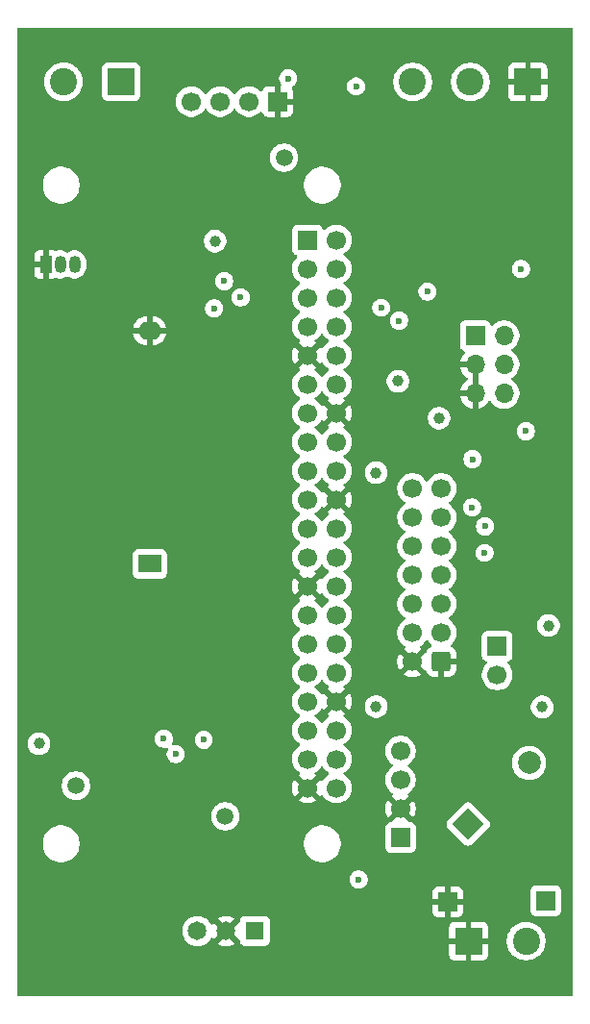
<source format=gbr>
%TF.GenerationSoftware,KiCad,Pcbnew,9.0.6*%
%TF.CreationDate,2025-12-26T20:19:53+00:00*%
%TF.ProjectId,PIDI-BOX-01-MAIN-1-PZ2_ESP-A1,50494449-2d42-44f5-982d-30312d4d4149,01*%
%TF.SameCoordinates,Original*%
%TF.FileFunction,Copper,L2,Inr*%
%TF.FilePolarity,Positive*%
%FSLAX46Y46*%
G04 Gerber Fmt 4.6, Leading zero omitted, Abs format (unit mm)*
G04 Created by KiCad (PCBNEW 9.0.6) date 2025-12-26 20:19:53*
%MOMM*%
%LPD*%
G01*
G04 APERTURE LIST*
G04 Aperture macros list*
%AMRoundRect*
0 Rectangle with rounded corners*
0 $1 Rounding radius*
0 $2 $3 $4 $5 $6 $7 $8 $9 X,Y pos of 4 corners*
0 Add a 4 corners polygon primitive as box body*
4,1,4,$2,$3,$4,$5,$6,$7,$8,$9,$2,$3,0*
0 Add four circle primitives for the rounded corners*
1,1,$1+$1,$2,$3*
1,1,$1+$1,$4,$5*
1,1,$1+$1,$6,$7*
1,1,$1+$1,$8,$9*
0 Add four rect primitives between the rounded corners*
20,1,$1+$1,$2,$3,$4,$5,0*
20,1,$1+$1,$4,$5,$6,$7,0*
20,1,$1+$1,$6,$7,$8,$9,0*
20,1,$1+$1,$8,$9,$2,$3,0*%
%AMRotRect*
0 Rectangle, with rotation*
0 The origin of the aperture is its center*
0 $1 length*
0 $2 width*
0 $3 Rotation angle, in degrees counterclockwise*
0 Add horizontal line*
21,1,$1,$2,0,0,$3*%
G04 Aperture macros list end*
%TA.AperFunction,ComponentPad*%
%ADD10R,2.400000X2.400000*%
%TD*%
%TA.AperFunction,ComponentPad*%
%ADD11C,2.400000*%
%TD*%
%TA.AperFunction,ComponentPad*%
%ADD12R,1.700000X1.700000*%
%TD*%
%TA.AperFunction,ComponentPad*%
%ADD13C,1.700000*%
%TD*%
%TA.AperFunction,ComponentPad*%
%ADD14O,1.700000X1.700000*%
%TD*%
%TA.AperFunction,ComponentPad*%
%ADD15R,1.650000X1.650000*%
%TD*%
%TA.AperFunction,ComponentPad*%
%ADD16C,1.650000*%
%TD*%
%TA.AperFunction,ComponentPad*%
%ADD17RotRect,2.000000X2.000000X45.000000*%
%TD*%
%TA.AperFunction,ComponentPad*%
%ADD18C,2.000000*%
%TD*%
%TA.AperFunction,ComponentPad*%
%ADD19RoundRect,0.250000X0.600000X0.600000X-0.600000X0.600000X-0.600000X-0.600000X0.600000X-0.600000X0*%
%TD*%
%TA.AperFunction,ComponentPad*%
%ADD20R,2.000000X1.600000*%
%TD*%
%TA.AperFunction,ComponentPad*%
%ADD21O,2.000000X1.600000*%
%TD*%
%TA.AperFunction,ComponentPad*%
%ADD22R,1.050000X1.500000*%
%TD*%
%TA.AperFunction,ComponentPad*%
%ADD23O,1.050000X1.500000*%
%TD*%
%TA.AperFunction,ViaPad*%
%ADD24C,1.000000*%
%TD*%
%TA.AperFunction,ViaPad*%
%ADD25C,0.600000*%
%TD*%
%TA.AperFunction,ViaPad*%
%ADD26C,2.000000*%
%TD*%
%TA.AperFunction,ViaPad*%
%ADD27C,1.500000*%
%TD*%
G04 APERTURE END LIST*
D10*
%TO.N,Net-(J1-Pad1)*%
%TO.C,J1*%
X49729600Y-65159600D03*
D11*
%TO.N,Net-(J1-Pad2)*%
X44649600Y-65159600D03*
%TD*%
D12*
%TO.N,+3.3V*%
%TO.C,J13*%
X74342200Y-131716000D03*
D13*
%TO.N,GND*%
X74342200Y-129176000D03*
%TO.N,SCL*%
X74342200Y-126636000D03*
%TO.N,SDA*%
X74342200Y-124096000D03*
%TD*%
D12*
%TO.N,Net-(J9-Pin_1)*%
%TO.C,J9*%
X80930200Y-87523400D03*
D14*
%TO.N,Net-(J9-Pin_2)*%
X83470200Y-87523400D03*
%TO.N,GND*%
X80930200Y-90063400D03*
%TO.N,Net-(J9-Pin_4)*%
X83470200Y-90063400D03*
%TO.N,GND*%
X80930200Y-92603400D03*
%TO.N,Net-(J9-Pin_6)*%
X83470200Y-92603400D03*
%TD*%
D15*
%TO.N,Net-(U3-+VIN)*%
%TO.C,U3*%
X61525600Y-139950000D03*
D16*
%TO.N,GND*%
X58985600Y-139950000D03*
%TO.N,+5V*%
X56445600Y-139950000D03*
%TD*%
D17*
%TO.N,+5V*%
%TO.C,BZ1*%
X80302194Y-130516806D03*
D18*
%TO.N,Net-(BZ1--)*%
X85676206Y-125142794D03*
%TD*%
D12*
%TO.N,GND*%
%TO.C,J5*%
X63520000Y-66900000D03*
D13*
%TO.N,Net-(J3-TXD0_GPIO14)*%
X60980000Y-66900000D03*
%TO.N,Net-(J3-RXD0_GPIO15)*%
X58440000Y-66900000D03*
%TO.N,+3.3V*%
X55900000Y-66900000D03*
%TD*%
D19*
%TO.N,GND*%
%TO.C,J11*%
X77934600Y-116222000D03*
D13*
X75394600Y-116222000D03*
%TO.N,/G20LE3*%
X77934600Y-113682000D03*
%TO.N,Net-(J11-Pin_4)*%
X75394600Y-113682000D03*
%TO.N,/G21LE7*%
X77934600Y-111142000D03*
%TO.N,Net-(J11-Pin_6)*%
X75394600Y-111142000D03*
%TO.N,SDA*%
X77934600Y-108602000D03*
%TO.N,Net-(J11-Pin_8)*%
X75394600Y-108602000D03*
%TO.N,SCL*%
X77934600Y-106062000D03*
%TO.N,+3.3V*%
X75394600Y-106062000D03*
%TO.N,G9LE4*%
X77934600Y-103522000D03*
%TO.N,G17LE1*%
X75394600Y-103522000D03*
%TO.N,G10LE2*%
X77934600Y-100982000D03*
%TO.N,+5V*%
X75394600Y-100982000D03*
%TD*%
D12*
%TO.N,Net-(J3-3V3_1)*%
%TO.C,J3*%
X66149600Y-79089600D03*
D13*
%TO.N,+5V*%
X68689600Y-79089600D03*
%TO.N,SDA*%
X66149600Y-81629600D03*
%TO.N,+5V*%
X68689600Y-81629600D03*
%TO.N,SCL*%
X66149600Y-84169600D03*
%TO.N,unconnected-(J3-GND_8-Pad6)*%
X68689600Y-84169600D03*
%TO.N,1_WIRE_io4*%
X66149600Y-86709600D03*
%TO.N,Net-(J3-TXD0_GPIO14)*%
X68689600Y-86709600D03*
%TO.N,GND*%
X66149600Y-89249600D03*
%TO.N,Net-(J3-RXD0_GPIO15)*%
X68689600Y-89249600D03*
%TO.N,G17LE1*%
X66149600Y-91789600D03*
%TO.N,unconnected-(J3-GPIO18-Pad12)*%
X68689600Y-91789600D03*
%TO.N,unconnected-(J3-GPIO27_GEN2-Pad13)*%
X66149600Y-94329600D03*
%TO.N,GND*%
X68689600Y-94329600D03*
%TO.N,unconnected-(J3-GPIO22_GEN3-Pad15)*%
X66149600Y-96869600D03*
%TO.N,unconnected-(J3-GEN4_GPIO23-Pad16)*%
X68689600Y-96869600D03*
%TO.N,unconnected-(J3-3V3_2-Pad17)*%
X66149600Y-99409600D03*
%TO.N,I2C_SIG1*%
X68689600Y-99409600D03*
%TO.N,G10LE2*%
X66149600Y-101949600D03*
%TO.N,GND*%
X68689600Y-101949600D03*
%TO.N,G9LE4*%
X66149600Y-104489600D03*
%TO.N,/BUT2*%
X68689600Y-104489600D03*
%TO.N,unconnected-(J3-GPIO11_SCLK-Pad23)*%
X66149600Y-107029600D03*
%TO.N,/BUT1*%
X68689600Y-107029600D03*
%TO.N,GND*%
X66149600Y-109569600D03*
%TO.N,unconnected-(J3-~{CE1}_GPIO7-Pad26)*%
X68689600Y-109569600D03*
%TO.N,unconnected-(J3-ID_SD-Pad27)*%
X66149600Y-112109600D03*
%TO.N,unconnected-(J3-ID_SC-Pad28)*%
X68689600Y-112109600D03*
%TO.N,Net-(J3-GPIO5)*%
X66149600Y-114649600D03*
%TO.N,unconnected-(J3-GND_6-Pad30)*%
X68689600Y-114649600D03*
%TO.N,Net-(J3-GPIO6)*%
X66149600Y-117189600D03*
%TO.N,unconnected-(J3-GPIO12-Pad32)*%
X68689600Y-117189600D03*
%TO.N,PWM*%
X66149600Y-119729600D03*
%TO.N,GND*%
X68689600Y-119729600D03*
%TO.N,EN_I2C*%
X66149600Y-122269600D03*
%TO.N,/BUT3*%
X68689600Y-122269600D03*
%TO.N,OPTO_IN*%
X66149600Y-124809600D03*
%TO.N,/G20LE3*%
X68689600Y-124809600D03*
%TO.N,GND*%
X66149600Y-127349600D03*
%TO.N,/G21LE7*%
X68689600Y-127349600D03*
%TD*%
D12*
%TO.N,Net-(BZ1--)*%
%TO.C,J12*%
X82862200Y-114845400D03*
D13*
%TO.N,Net-(J12-Pin_2)*%
X82862200Y-117385400D03*
%TD*%
D10*
%TO.N,GND*%
%TO.C,J14*%
X80332200Y-140823400D03*
D11*
%TO.N,Net-(D1-A)*%
X85412200Y-140823400D03*
%TD*%
D12*
%TO.N,Net-(D1-K)*%
%TO.C,J4*%
X87135800Y-137266400D03*
%TD*%
%TO.N,GND*%
%TO.C,J8*%
X78525200Y-137368000D03*
%TD*%
D20*
%TO.N,Net-(Bat1-+)*%
%TO.C,REF\u002A\u002A*%
X52249878Y-107595000D03*
D21*
%TO.N,GND*%
X52249878Y-87095000D03*
%TD*%
D22*
%TO.N,GND*%
%TO.C,U4*%
X43085800Y-81246200D03*
D23*
%TO.N,1_WIRE_io4*%
X44355800Y-81246200D03*
%TO.N,+3.3V*%
X45625800Y-81246200D03*
%TD*%
D10*
%TO.N,GND*%
%TO.C,J2*%
X85575400Y-65184800D03*
D11*
%TO.N,/1-Wire DATA*%
X80495400Y-65184800D03*
%TO.N,/1-Wire +5V*%
X75415400Y-65184800D03*
%TD*%
D24*
%TO.N,GND*%
X50661400Y-134599400D03*
X56624000Y-119270000D03*
X83827400Y-79049100D03*
X51692200Y-120493400D03*
D25*
X64447200Y-62094600D03*
D24*
X75724800Y-88231200D03*
X83300400Y-136174200D03*
D26*
X46849600Y-143259600D03*
D25*
X85910200Y-111980200D03*
D24*
X50650000Y-135602200D03*
X75013600Y-93429000D03*
X74454800Y-79265000D03*
D27*
%TO.N,+5V*%
X64091600Y-71848200D03*
D24*
X72192200Y-99585000D03*
X72192200Y-120184400D03*
X86824600Y-120209800D03*
%TO.N,+3.3V*%
X58009800Y-79200000D03*
D25*
X76718200Y-83633800D03*
X57005000Y-123105400D03*
X81744600Y-106646200D03*
D27*
X58892200Y-129849600D03*
D25*
X84958200Y-81652600D03*
D24*
X42492200Y-123443400D03*
X74113600Y-91529000D03*
D27*
X45742200Y-127143400D03*
D25*
%TO.N,1_WIRE_io4*%
X72651400Y-85056200D03*
X57919400Y-85107000D03*
%TO.N,Net-(U1-EN)*%
X85381600Y-95933200D03*
X74222700Y-86199200D03*
%TO.N,SCL*%
X60256200Y-84141800D03*
X54541200Y-124363400D03*
%TO.N,Net-(BZ1--)*%
X70650000Y-135400000D03*
%TO.N,SDA*%
X58808400Y-82719400D03*
X53488070Y-123018977D03*
D24*
%TO.N,Net-(J9-Pin_1)*%
X87383400Y-113047000D03*
D25*
%TO.N,Net-(C18-Pad1)*%
X80677800Y-98391200D03*
X81795400Y-104309400D03*
%TO.N,Net-(U1-VCC(A))*%
X80652400Y-102633000D03*
D24*
X77738600Y-94784400D03*
D25*
%TO.N,Net-(J3-GPIO6)*%
X70426600Y-65574400D03*
%TO.N,Net-(J3-GPIO5)*%
X64447200Y-64863200D03*
%TD*%
%TA.AperFunction,Conductor*%
%TO.N,GND*%
G36*
X67491044Y-125463599D02*
G01*
X67530086Y-125508656D01*
X67534551Y-125517420D01*
X67659490Y-125689386D01*
X67809813Y-125839709D01*
X67981782Y-125964650D01*
X67990546Y-125969116D01*
X68041342Y-126017091D01*
X68058136Y-126084912D01*
X68035598Y-126151047D01*
X67990546Y-126190084D01*
X67981782Y-126194549D01*
X67809813Y-126319490D01*
X67659490Y-126469813D01*
X67534549Y-126641782D01*
X67529802Y-126651099D01*
X67481827Y-126701893D01*
X67414005Y-126718687D01*
X67347871Y-126696148D01*
X67308834Y-126651095D01*
X67304226Y-126642052D01*
X67264870Y-126587882D01*
X67264869Y-126587882D01*
X66632562Y-127220190D01*
X66615525Y-127156607D01*
X66549699Y-127042593D01*
X66456607Y-126949501D01*
X66342593Y-126883675D01*
X66279009Y-126866637D01*
X66911316Y-126234328D01*
X66857147Y-126194973D01*
X66857147Y-126194972D01*
X66848100Y-126190363D01*
X66797306Y-126142388D01*
X66780512Y-126074566D01*
X66803051Y-126008432D01*
X66848108Y-125969393D01*
X66857416Y-125964651D01*
X66936607Y-125907115D01*
X67029386Y-125839709D01*
X67029388Y-125839706D01*
X67029392Y-125839704D01*
X67179704Y-125689392D01*
X67179706Y-125689388D01*
X67179709Y-125689386D01*
X67304648Y-125517420D01*
X67304647Y-125517420D01*
X67304651Y-125517416D01*
X67309114Y-125508654D01*
X67357088Y-125457859D01*
X67424908Y-125441063D01*
X67491044Y-125463599D01*
G37*
%TD.AperFunction*%
%TA.AperFunction,Conductor*%
G36*
X68223675Y-119922593D02*
G01*
X68289501Y-120036607D01*
X68382593Y-120129699D01*
X68496607Y-120195525D01*
X68560190Y-120212562D01*
X67927882Y-120844869D01*
X67927882Y-120844870D01*
X67982052Y-120884226D01*
X67982051Y-120884226D01*
X67991095Y-120888834D01*
X68041892Y-120936808D01*
X68058687Y-121004629D01*
X68036150Y-121070764D01*
X67991099Y-121109802D01*
X67981782Y-121114549D01*
X67809813Y-121239490D01*
X67659490Y-121389813D01*
X67534549Y-121561782D01*
X67530084Y-121570546D01*
X67482109Y-121621342D01*
X67414288Y-121638136D01*
X67348153Y-121615598D01*
X67309116Y-121570546D01*
X67304650Y-121561782D01*
X67179709Y-121389813D01*
X67029386Y-121239490D01*
X66857420Y-121114551D01*
X66856715Y-121114191D01*
X66848654Y-121110085D01*
X66797859Y-121062112D01*
X66781063Y-120994292D01*
X66803599Y-120928156D01*
X66848654Y-120889115D01*
X66857416Y-120884651D01*
X66879389Y-120868686D01*
X67029386Y-120759709D01*
X67029388Y-120759706D01*
X67029392Y-120759704D01*
X67179704Y-120609392D01*
X67179706Y-120609388D01*
X67179709Y-120609386D01*
X67247115Y-120516607D01*
X67304651Y-120437416D01*
X67309393Y-120428108D01*
X67357363Y-120377311D01*
X67425183Y-120360511D01*
X67491319Y-120383045D01*
X67530363Y-120428100D01*
X67534973Y-120437147D01*
X67574328Y-120491316D01*
X68206637Y-119859008D01*
X68223675Y-119922593D01*
G37*
%TD.AperFunction*%
%TA.AperFunction,Conductor*%
G36*
X67491044Y-117843599D02*
G01*
X67530086Y-117888656D01*
X67534551Y-117897420D01*
X67659490Y-118069386D01*
X67809813Y-118219709D01*
X67981779Y-118344648D01*
X67981781Y-118344649D01*
X67981784Y-118344651D01*
X67991093Y-118349394D01*
X68041890Y-118397366D01*
X68058687Y-118465187D01*
X68036152Y-118531322D01*
X67991105Y-118570360D01*
X67982046Y-118574976D01*
X67982040Y-118574980D01*
X67927882Y-118614327D01*
X67927882Y-118614328D01*
X68560191Y-119246637D01*
X68496607Y-119263675D01*
X68382593Y-119329501D01*
X68289501Y-119422593D01*
X68223675Y-119536607D01*
X68206637Y-119600191D01*
X67574328Y-118967882D01*
X67574327Y-118967882D01*
X67534980Y-119022040D01*
X67534976Y-119022046D01*
X67530360Y-119031105D01*
X67482381Y-119081897D01*
X67414559Y-119098687D01*
X67348426Y-119076143D01*
X67309394Y-119031093D01*
X67304651Y-119021784D01*
X67304649Y-119021781D01*
X67304648Y-119021779D01*
X67179709Y-118849813D01*
X67029386Y-118699490D01*
X66857420Y-118574551D01*
X66849200Y-118570363D01*
X66848654Y-118570085D01*
X66797859Y-118522112D01*
X66781063Y-118454292D01*
X66803599Y-118388156D01*
X66848654Y-118349115D01*
X66857416Y-118344651D01*
X66966791Y-118265186D01*
X67029386Y-118219709D01*
X67029388Y-118219706D01*
X67029392Y-118219704D01*
X67179704Y-118069392D01*
X67179706Y-118069388D01*
X67179709Y-118069386D01*
X67304648Y-117897420D01*
X67304647Y-117897420D01*
X67304651Y-117897416D01*
X67309114Y-117888654D01*
X67357088Y-117837859D01*
X67424908Y-117821063D01*
X67491044Y-117843599D01*
G37*
%TD.AperFunction*%
%TA.AperFunction,Conductor*%
G36*
X67264870Y-110331317D02*
G01*
X67264870Y-110331316D01*
X67304222Y-110277155D01*
X67308832Y-110268107D01*
X67356805Y-110217309D01*
X67424625Y-110200512D01*
X67490761Y-110223047D01*
X67529804Y-110268104D01*
X67534549Y-110277417D01*
X67659490Y-110449386D01*
X67809813Y-110599709D01*
X67981782Y-110724650D01*
X67990546Y-110729116D01*
X68041342Y-110777091D01*
X68058136Y-110844912D01*
X68035598Y-110911047D01*
X67990546Y-110950084D01*
X67981782Y-110954549D01*
X67809813Y-111079490D01*
X67659490Y-111229813D01*
X67534549Y-111401782D01*
X67530084Y-111410546D01*
X67482109Y-111461342D01*
X67414288Y-111478136D01*
X67348153Y-111455598D01*
X67309116Y-111410546D01*
X67304650Y-111401782D01*
X67179709Y-111229813D01*
X67029386Y-111079490D01*
X66857417Y-110954549D01*
X66848104Y-110949804D01*
X66797307Y-110901830D01*
X66780512Y-110834009D01*
X66803049Y-110767874D01*
X66848107Y-110728832D01*
X66857155Y-110724222D01*
X66911316Y-110684870D01*
X66911317Y-110684870D01*
X66279008Y-110052562D01*
X66342593Y-110035525D01*
X66456607Y-109969699D01*
X66549699Y-109876607D01*
X66615525Y-109762593D01*
X66632562Y-109699008D01*
X67264870Y-110331317D01*
G37*
%TD.AperFunction*%
%TA.AperFunction,Conductor*%
G36*
X67491044Y-107683599D02*
G01*
X67530086Y-107728656D01*
X67534551Y-107737420D01*
X67659490Y-107909386D01*
X67809813Y-108059709D01*
X67981782Y-108184650D01*
X67990546Y-108189116D01*
X68041342Y-108237091D01*
X68058136Y-108304912D01*
X68035598Y-108371047D01*
X67990546Y-108410084D01*
X67981782Y-108414549D01*
X67809813Y-108539490D01*
X67659490Y-108689813D01*
X67534549Y-108861782D01*
X67529802Y-108871099D01*
X67481827Y-108921893D01*
X67414005Y-108938687D01*
X67347871Y-108916148D01*
X67308834Y-108871095D01*
X67304226Y-108862052D01*
X67264870Y-108807882D01*
X67264869Y-108807882D01*
X66632562Y-109440190D01*
X66615525Y-109376607D01*
X66549699Y-109262593D01*
X66456607Y-109169501D01*
X66342593Y-109103675D01*
X66279009Y-109086637D01*
X66911316Y-108454328D01*
X66857147Y-108414973D01*
X66857147Y-108414972D01*
X66848100Y-108410363D01*
X66797306Y-108362388D01*
X66780512Y-108294566D01*
X66803051Y-108228432D01*
X66848108Y-108189393D01*
X66857416Y-108184651D01*
X66936607Y-108127115D01*
X67029386Y-108059709D01*
X67029388Y-108059706D01*
X67029392Y-108059704D01*
X67179704Y-107909392D01*
X67179706Y-107909388D01*
X67179709Y-107909386D01*
X67304648Y-107737420D01*
X67304647Y-107737420D01*
X67304651Y-107737416D01*
X67309114Y-107728654D01*
X67357088Y-107677859D01*
X67424908Y-107661063D01*
X67491044Y-107683599D01*
G37*
%TD.AperFunction*%
%TA.AperFunction,Conductor*%
G36*
X68223675Y-102142593D02*
G01*
X68289501Y-102256607D01*
X68382593Y-102349699D01*
X68496607Y-102415525D01*
X68560190Y-102432562D01*
X67927882Y-103064869D01*
X67927882Y-103064870D01*
X67982052Y-103104226D01*
X67982051Y-103104226D01*
X67991095Y-103108834D01*
X68041892Y-103156808D01*
X68058687Y-103224629D01*
X68036150Y-103290764D01*
X67991099Y-103329802D01*
X67981782Y-103334549D01*
X67809813Y-103459490D01*
X67659490Y-103609813D01*
X67534549Y-103781782D01*
X67530084Y-103790546D01*
X67482109Y-103841342D01*
X67414288Y-103858136D01*
X67348153Y-103835598D01*
X67309116Y-103790546D01*
X67304650Y-103781782D01*
X67179709Y-103609813D01*
X67029386Y-103459490D01*
X66857420Y-103334551D01*
X66856715Y-103334191D01*
X66848654Y-103330085D01*
X66797859Y-103282112D01*
X66781063Y-103214292D01*
X66803599Y-103148156D01*
X66848654Y-103109115D01*
X66857416Y-103104651D01*
X66918393Y-103060349D01*
X67029386Y-102979709D01*
X67029388Y-102979706D01*
X67029392Y-102979704D01*
X67179704Y-102829392D01*
X67179706Y-102829388D01*
X67179709Y-102829386D01*
X67247115Y-102736607D01*
X67304651Y-102657416D01*
X67309393Y-102648108D01*
X67357363Y-102597311D01*
X67425183Y-102580511D01*
X67491319Y-102603045D01*
X67530363Y-102648100D01*
X67534973Y-102657147D01*
X67574328Y-102711316D01*
X68206637Y-102079008D01*
X68223675Y-102142593D01*
G37*
%TD.AperFunction*%
%TA.AperFunction,Conductor*%
G36*
X67491044Y-100063599D02*
G01*
X67530086Y-100108656D01*
X67534551Y-100117420D01*
X67659490Y-100289386D01*
X67809813Y-100439709D01*
X67981779Y-100564648D01*
X67981781Y-100564649D01*
X67981784Y-100564651D01*
X67991093Y-100569394D01*
X68041890Y-100617366D01*
X68058687Y-100685187D01*
X68036152Y-100751322D01*
X67991105Y-100790360D01*
X67982046Y-100794976D01*
X67982040Y-100794980D01*
X67927882Y-100834327D01*
X67927882Y-100834328D01*
X68560191Y-101466637D01*
X68496607Y-101483675D01*
X68382593Y-101549501D01*
X68289501Y-101642593D01*
X68223675Y-101756607D01*
X68206637Y-101820191D01*
X67574328Y-101187882D01*
X67574327Y-101187882D01*
X67534980Y-101242040D01*
X67534976Y-101242046D01*
X67530360Y-101251105D01*
X67482381Y-101301897D01*
X67414559Y-101318687D01*
X67348426Y-101296143D01*
X67309394Y-101251093D01*
X67304651Y-101241784D01*
X67304649Y-101241781D01*
X67304648Y-101241779D01*
X67179709Y-101069813D01*
X67029386Y-100919490D01*
X66857420Y-100794551D01*
X66856715Y-100794191D01*
X66848654Y-100790085D01*
X66797859Y-100742112D01*
X66781063Y-100674292D01*
X66803599Y-100608156D01*
X66848654Y-100569115D01*
X66857416Y-100564651D01*
X66881639Y-100547052D01*
X67029386Y-100439709D01*
X67029388Y-100439706D01*
X67029392Y-100439704D01*
X67179704Y-100289392D01*
X67179706Y-100289388D01*
X67179709Y-100289386D01*
X67304648Y-100117420D01*
X67304647Y-100117420D01*
X67304651Y-100117416D01*
X67309114Y-100108654D01*
X67357088Y-100057859D01*
X67424908Y-100041063D01*
X67491044Y-100063599D01*
G37*
%TD.AperFunction*%
%TA.AperFunction,Conductor*%
G36*
X68223675Y-94522593D02*
G01*
X68289501Y-94636607D01*
X68382593Y-94729699D01*
X68496607Y-94795525D01*
X68560190Y-94812562D01*
X67927882Y-95444869D01*
X67927882Y-95444870D01*
X67982052Y-95484226D01*
X67982051Y-95484226D01*
X67991095Y-95488834D01*
X68041892Y-95536808D01*
X68058687Y-95604629D01*
X68036150Y-95670764D01*
X67991099Y-95709802D01*
X67981782Y-95714549D01*
X67809813Y-95839490D01*
X67659490Y-95989813D01*
X67534549Y-96161782D01*
X67530084Y-96170546D01*
X67482109Y-96221342D01*
X67414288Y-96238136D01*
X67348153Y-96215598D01*
X67309116Y-96170546D01*
X67304650Y-96161782D01*
X67179709Y-95989813D01*
X67029386Y-95839490D01*
X66857420Y-95714551D01*
X66856715Y-95714191D01*
X66848654Y-95710085D01*
X66797859Y-95662112D01*
X66781063Y-95594292D01*
X66803599Y-95528156D01*
X66848654Y-95489115D01*
X66857416Y-95484651D01*
X66912172Y-95444869D01*
X67029386Y-95359709D01*
X67029388Y-95359706D01*
X67029392Y-95359704D01*
X67179704Y-95209392D01*
X67179706Y-95209388D01*
X67179709Y-95209386D01*
X67265490Y-95091317D01*
X67304651Y-95037416D01*
X67309393Y-95028108D01*
X67357363Y-94977311D01*
X67425183Y-94960511D01*
X67491319Y-94983045D01*
X67530363Y-95028100D01*
X67534973Y-95037147D01*
X67574328Y-95091316D01*
X68206637Y-94459008D01*
X68223675Y-94522593D01*
G37*
%TD.AperFunction*%
%TA.AperFunction,Conductor*%
G36*
X67491044Y-92443599D02*
G01*
X67530084Y-92488654D01*
X67534191Y-92496715D01*
X67534551Y-92497420D01*
X67659490Y-92669386D01*
X67809813Y-92819709D01*
X67981779Y-92944648D01*
X67981781Y-92944649D01*
X67981784Y-92944651D01*
X67991093Y-92949394D01*
X68041890Y-92997366D01*
X68058687Y-93065187D01*
X68036152Y-93131322D01*
X67991105Y-93170360D01*
X67982046Y-93174976D01*
X67982040Y-93174980D01*
X67927882Y-93214327D01*
X67927882Y-93214328D01*
X68560191Y-93846637D01*
X68496607Y-93863675D01*
X68382593Y-93929501D01*
X68289501Y-94022593D01*
X68223675Y-94136607D01*
X68206637Y-94200191D01*
X67574328Y-93567882D01*
X67574327Y-93567882D01*
X67534980Y-93622040D01*
X67534976Y-93622046D01*
X67530360Y-93631105D01*
X67482381Y-93681897D01*
X67414559Y-93698687D01*
X67348426Y-93676143D01*
X67309394Y-93631093D01*
X67304651Y-93621784D01*
X67304649Y-93621781D01*
X67304648Y-93621779D01*
X67179709Y-93449813D01*
X67029386Y-93299490D01*
X66857420Y-93174551D01*
X66849200Y-93170363D01*
X66848654Y-93170085D01*
X66797859Y-93122112D01*
X66781063Y-93054292D01*
X66803599Y-92988156D01*
X66848654Y-92949115D01*
X66857416Y-92944651D01*
X66904549Y-92910407D01*
X67029386Y-92819709D01*
X67029388Y-92819706D01*
X67029392Y-92819704D01*
X67179704Y-92669392D01*
X67179706Y-92669388D01*
X67179709Y-92669386D01*
X67304648Y-92497420D01*
X67304647Y-92497420D01*
X67304651Y-92497416D01*
X67309114Y-92488654D01*
X67357088Y-92437859D01*
X67424908Y-92421063D01*
X67491044Y-92443599D01*
G37*
%TD.AperFunction*%
%TA.AperFunction,Conductor*%
G36*
X67264870Y-90011317D02*
G01*
X67264870Y-90011316D01*
X67304222Y-89957155D01*
X67308832Y-89948107D01*
X67356805Y-89897309D01*
X67424625Y-89880512D01*
X67490761Y-89903047D01*
X67529804Y-89948104D01*
X67534549Y-89957417D01*
X67659490Y-90129386D01*
X67809813Y-90279709D01*
X67981782Y-90404650D01*
X67990546Y-90409116D01*
X68041342Y-90457091D01*
X68058136Y-90524912D01*
X68035598Y-90591047D01*
X67990546Y-90630084D01*
X67981782Y-90634549D01*
X67809813Y-90759490D01*
X67659490Y-90909813D01*
X67534549Y-91081782D01*
X67530084Y-91090546D01*
X67482109Y-91141342D01*
X67414288Y-91158136D01*
X67348153Y-91135598D01*
X67309116Y-91090546D01*
X67304650Y-91081782D01*
X67179709Y-90909813D01*
X67029386Y-90759490D01*
X66857417Y-90634549D01*
X66848104Y-90629804D01*
X66797307Y-90581830D01*
X66780512Y-90514009D01*
X66803049Y-90447874D01*
X66848107Y-90408832D01*
X66857155Y-90404222D01*
X66911316Y-90364870D01*
X66911317Y-90364870D01*
X66279008Y-89732562D01*
X66342593Y-89715525D01*
X66456607Y-89649699D01*
X66549699Y-89556607D01*
X66615525Y-89442593D01*
X66632562Y-89379008D01*
X67264870Y-90011317D01*
G37*
%TD.AperFunction*%
%TA.AperFunction,Conductor*%
G36*
X67491044Y-87363599D02*
G01*
X67530086Y-87408656D01*
X67534551Y-87417420D01*
X67659490Y-87589386D01*
X67809813Y-87739709D01*
X67981782Y-87864650D01*
X67990546Y-87869116D01*
X68041342Y-87917091D01*
X68058136Y-87984912D01*
X68035598Y-88051047D01*
X67990546Y-88090084D01*
X67981782Y-88094549D01*
X67809813Y-88219490D01*
X67659490Y-88369813D01*
X67534549Y-88541782D01*
X67529802Y-88551099D01*
X67481827Y-88601893D01*
X67414005Y-88618687D01*
X67347871Y-88596148D01*
X67308834Y-88551095D01*
X67304226Y-88542052D01*
X67264870Y-88487882D01*
X67264869Y-88487882D01*
X66632562Y-89120190D01*
X66615525Y-89056607D01*
X66549699Y-88942593D01*
X66456607Y-88849501D01*
X66342593Y-88783675D01*
X66279009Y-88766637D01*
X66911316Y-88134328D01*
X66857147Y-88094973D01*
X66857147Y-88094972D01*
X66848100Y-88090363D01*
X66797306Y-88042388D01*
X66780512Y-87974566D01*
X66803051Y-87908432D01*
X66848108Y-87869393D01*
X66857416Y-87864651D01*
X66936607Y-87807115D01*
X67029386Y-87739709D01*
X67029388Y-87739706D01*
X67029392Y-87739704D01*
X67179704Y-87589392D01*
X67179706Y-87589388D01*
X67179709Y-87589386D01*
X67304648Y-87417420D01*
X67304647Y-87417420D01*
X67304651Y-87417416D01*
X67309114Y-87408654D01*
X67357088Y-87357859D01*
X67424908Y-87341063D01*
X67491044Y-87363599D01*
G37*
%TD.AperFunction*%
%TA.AperFunction,Conductor*%
G36*
X76736044Y-114335999D02*
G01*
X76775086Y-114381056D01*
X76779551Y-114389820D01*
X76904490Y-114561786D01*
X76904496Y-114561792D01*
X77054808Y-114712104D01*
X77054809Y-114712105D01*
X77054808Y-114712105D01*
X77060198Y-114716020D01*
X77102867Y-114771348D01*
X77108849Y-114840961D01*
X77076247Y-114902758D01*
X77026329Y-114934046D01*
X77015481Y-114937641D01*
X77015475Y-114937643D01*
X76866254Y-115029684D01*
X76742284Y-115153654D01*
X76650243Y-115302875D01*
X76650242Y-115302878D01*
X76626406Y-115374811D01*
X76586633Y-115432255D01*
X76522117Y-115459078D01*
X76510906Y-115459245D01*
X75877562Y-116092590D01*
X75860525Y-116029007D01*
X75794699Y-115914993D01*
X75701607Y-115821901D01*
X75587593Y-115756075D01*
X75524009Y-115739037D01*
X76156316Y-115106728D01*
X76102147Y-115067373D01*
X76102147Y-115067372D01*
X76093100Y-115062763D01*
X76042306Y-115014788D01*
X76025512Y-114946966D01*
X76048051Y-114880832D01*
X76093108Y-114841793D01*
X76102416Y-114837051D01*
X76207121Y-114760979D01*
X76274386Y-114712109D01*
X76274388Y-114712106D01*
X76274392Y-114712104D01*
X76424704Y-114561792D01*
X76424706Y-114561788D01*
X76424709Y-114561786D01*
X76549648Y-114389820D01*
X76549647Y-114389820D01*
X76549651Y-114389816D01*
X76554114Y-114381054D01*
X76602088Y-114330259D01*
X76669908Y-114313463D01*
X76736044Y-114335999D01*
G37*
%TD.AperFunction*%
%TA.AperFunction,Conductor*%
G36*
X81180200Y-92170388D02*
G01*
X81123193Y-92137475D01*
X80996026Y-92103400D01*
X80864374Y-92103400D01*
X80737207Y-92137475D01*
X80680200Y-92170388D01*
X80680200Y-90496412D01*
X80737207Y-90529325D01*
X80864374Y-90563400D01*
X80996026Y-90563400D01*
X81123193Y-90529325D01*
X81180200Y-90496412D01*
X81180200Y-92170388D01*
G37*
%TD.AperFunction*%
%TA.AperFunction,Conductor*%
G36*
X89455139Y-60403985D02*
G01*
X89500894Y-60456789D01*
X89512100Y-60508300D01*
X89512100Y-145559300D01*
X89492415Y-145626339D01*
X89439611Y-145672094D01*
X89388100Y-145683300D01*
X40717100Y-145683300D01*
X40650061Y-145663615D01*
X40604306Y-145610811D01*
X40593100Y-145559300D01*
X40593100Y-139845675D01*
X55120100Y-139845675D01*
X55120100Y-140054324D01*
X55152737Y-140260389D01*
X55217212Y-140458820D01*
X55306370Y-140633802D01*
X55311930Y-140644714D01*
X55434565Y-140813505D01*
X55582095Y-140961035D01*
X55750886Y-141083670D01*
X55838716Y-141128421D01*
X55936779Y-141178387D01*
X55936781Y-141178387D01*
X55936784Y-141178389D01*
X56043145Y-141212948D01*
X56135210Y-141242862D01*
X56341276Y-141275500D01*
X56341281Y-141275500D01*
X56549924Y-141275500D01*
X56755989Y-141242862D01*
X56771719Y-141237751D01*
X56954416Y-141178389D01*
X57140314Y-141083670D01*
X57309105Y-140961035D01*
X57456635Y-140813505D01*
X57579270Y-140644714D01*
X57605396Y-140593437D01*
X57653369Y-140542642D01*
X57721190Y-140525846D01*
X57787325Y-140548383D01*
X57826366Y-140593437D01*
X57852359Y-140644451D01*
X57888227Y-140693818D01*
X57888227Y-140693819D01*
X58461812Y-140120234D01*
X58473082Y-140162292D01*
X58545490Y-140287708D01*
X58647892Y-140390110D01*
X58773308Y-140462518D01*
X58815365Y-140473787D01*
X58241779Y-141047371D01*
X58241780Y-141047372D01*
X58291143Y-141083236D01*
X58291156Y-141083244D01*
X58476972Y-141177924D01*
X58675327Y-141242373D01*
X58881321Y-141275000D01*
X59089879Y-141275000D01*
X59295872Y-141242373D01*
X59494227Y-141177924D01*
X59680051Y-141083240D01*
X59729418Y-141047372D01*
X59729418Y-141047371D01*
X59155834Y-140473787D01*
X59197892Y-140462518D01*
X59323308Y-140390110D01*
X59425710Y-140287708D01*
X59498118Y-140162292D01*
X59509387Y-140120234D01*
X60089039Y-140699886D01*
X60134747Y-140709488D01*
X60184505Y-140758539D01*
X60200100Y-140818725D01*
X60200100Y-140822861D01*
X60200101Y-140822876D01*
X60206508Y-140882483D01*
X60256802Y-141017328D01*
X60256806Y-141017335D01*
X60343052Y-141132544D01*
X60343055Y-141132547D01*
X60458264Y-141218793D01*
X60458271Y-141218797D01*
X60593117Y-141269091D01*
X60593116Y-141269091D01*
X60600044Y-141269835D01*
X60652727Y-141275500D01*
X62398472Y-141275499D01*
X62458083Y-141269091D01*
X62592931Y-141218796D01*
X62708146Y-141132546D01*
X62794396Y-141017331D01*
X62844691Y-140882483D01*
X62851100Y-140822873D01*
X62851099Y-139575555D01*
X78632200Y-139575555D01*
X78632200Y-140573400D01*
X79732199Y-140573400D01*
X79707179Y-140633802D01*
X79682200Y-140759381D01*
X79682200Y-140887419D01*
X79707179Y-141012998D01*
X79732199Y-141073400D01*
X78632200Y-141073400D01*
X78632200Y-142071244D01*
X78638601Y-142130772D01*
X78638603Y-142130779D01*
X78688845Y-142265486D01*
X78688849Y-142265493D01*
X78775009Y-142380587D01*
X78775012Y-142380590D01*
X78890106Y-142466750D01*
X78890113Y-142466754D01*
X79024820Y-142516996D01*
X79024827Y-142516998D01*
X79084355Y-142523399D01*
X79084372Y-142523400D01*
X80082200Y-142523400D01*
X80082200Y-141423401D01*
X80142602Y-141448421D01*
X80268181Y-141473400D01*
X80396219Y-141473400D01*
X80521798Y-141448421D01*
X80582200Y-141423401D01*
X80582200Y-142523400D01*
X81580028Y-142523400D01*
X81580044Y-142523399D01*
X81639572Y-142516998D01*
X81639579Y-142516996D01*
X81774286Y-142466754D01*
X81774293Y-142466750D01*
X81889387Y-142380590D01*
X81889390Y-142380587D01*
X81975550Y-142265493D01*
X81975554Y-142265486D01*
X82025796Y-142130779D01*
X82025798Y-142130772D01*
X82032199Y-142071244D01*
X82032200Y-142071227D01*
X82032200Y-141073400D01*
X80932201Y-141073400D01*
X80957221Y-141012998D01*
X80982200Y-140887419D01*
X80982200Y-140759381D01*
X80972765Y-140711949D01*
X83711700Y-140711949D01*
X83711700Y-140934850D01*
X83711701Y-140934866D01*
X83740794Y-141155852D01*
X83740795Y-141155857D01*
X83740796Y-141155863D01*
X83786997Y-141328288D01*
X83798490Y-141371180D01*
X83798493Y-141371190D01*
X83840830Y-141473400D01*
X83883795Y-141577126D01*
X83995252Y-141770174D01*
X83995257Y-141770180D01*
X83995258Y-141770182D01*
X84130951Y-141947022D01*
X84130957Y-141947029D01*
X84288570Y-142104642D01*
X84288576Y-142104647D01*
X84465426Y-142240348D01*
X84658474Y-142351805D01*
X84864419Y-142437110D01*
X85079737Y-142494804D01*
X85300743Y-142523900D01*
X85300750Y-142523900D01*
X85523650Y-142523900D01*
X85523657Y-142523900D01*
X85744663Y-142494804D01*
X85959981Y-142437110D01*
X86165926Y-142351805D01*
X86358974Y-142240348D01*
X86535824Y-142104647D01*
X86693447Y-141947024D01*
X86829148Y-141770174D01*
X86940605Y-141577126D01*
X87025910Y-141371181D01*
X87083604Y-141155863D01*
X87112700Y-140934857D01*
X87112700Y-140711943D01*
X87083604Y-140490937D01*
X87025910Y-140275619D01*
X86940605Y-140069674D01*
X86829148Y-139876626D01*
X86693447Y-139699776D01*
X86693442Y-139699770D01*
X86535829Y-139542157D01*
X86535822Y-139542151D01*
X86358982Y-139406458D01*
X86358980Y-139406457D01*
X86358974Y-139406452D01*
X86165926Y-139294995D01*
X86165922Y-139294993D01*
X85959990Y-139209693D01*
X85959983Y-139209691D01*
X85959981Y-139209690D01*
X85744663Y-139151996D01*
X85744657Y-139151995D01*
X85744652Y-139151994D01*
X85523666Y-139122901D01*
X85523663Y-139122900D01*
X85523657Y-139122900D01*
X85300743Y-139122900D01*
X85300737Y-139122900D01*
X85300733Y-139122901D01*
X85079747Y-139151994D01*
X85079740Y-139151995D01*
X85079737Y-139151996D01*
X84922792Y-139194049D01*
X84864419Y-139209690D01*
X84864409Y-139209693D01*
X84658477Y-139294993D01*
X84658473Y-139294995D01*
X84465426Y-139406452D01*
X84465417Y-139406458D01*
X84288577Y-139542151D01*
X84288570Y-139542157D01*
X84130957Y-139699770D01*
X84130951Y-139699777D01*
X83995258Y-139876617D01*
X83995252Y-139876626D01*
X83883795Y-140069673D01*
X83883793Y-140069677D01*
X83798493Y-140275609D01*
X83798490Y-140275619D01*
X83740797Y-140490934D01*
X83740794Y-140490947D01*
X83711701Y-140711933D01*
X83711700Y-140711949D01*
X80972765Y-140711949D01*
X80957221Y-140633802D01*
X80932201Y-140573400D01*
X82032200Y-140573400D01*
X82032200Y-139575572D01*
X82032199Y-139575555D01*
X82025798Y-139516027D01*
X82025796Y-139516020D01*
X81975554Y-139381313D01*
X81975550Y-139381306D01*
X81889390Y-139266212D01*
X81889387Y-139266209D01*
X81774293Y-139180049D01*
X81774286Y-139180045D01*
X81639579Y-139129803D01*
X81639572Y-139129801D01*
X81580044Y-139123400D01*
X80582200Y-139123400D01*
X80582200Y-140223398D01*
X80521798Y-140198379D01*
X80396219Y-140173400D01*
X80268181Y-140173400D01*
X80142602Y-140198379D01*
X80082200Y-140223398D01*
X80082200Y-139123400D01*
X79084355Y-139123400D01*
X79024827Y-139129801D01*
X79024820Y-139129803D01*
X78890113Y-139180045D01*
X78890106Y-139180049D01*
X78775012Y-139266209D01*
X78775009Y-139266212D01*
X78688849Y-139381306D01*
X78688845Y-139381313D01*
X78638603Y-139516020D01*
X78638601Y-139516027D01*
X78632200Y-139575555D01*
X62851099Y-139575555D01*
X62851099Y-139077128D01*
X62844691Y-139017517D01*
X62815393Y-138938966D01*
X62794397Y-138882671D01*
X62794393Y-138882664D01*
X62708147Y-138767455D01*
X62708144Y-138767452D01*
X62592935Y-138681206D01*
X62592928Y-138681202D01*
X62458082Y-138630908D01*
X62458083Y-138630908D01*
X62398483Y-138624501D01*
X62398481Y-138624500D01*
X62398473Y-138624500D01*
X62398464Y-138624500D01*
X60652729Y-138624500D01*
X60652723Y-138624501D01*
X60593116Y-138630908D01*
X60458271Y-138681202D01*
X60458264Y-138681206D01*
X60343055Y-138767452D01*
X60343052Y-138767455D01*
X60256806Y-138882664D01*
X60256802Y-138882671D01*
X60206508Y-139017517D01*
X60200101Y-139077116D01*
X60200101Y-139077123D01*
X60200100Y-139077135D01*
X60200100Y-139081255D01*
X60180415Y-139148294D01*
X60127611Y-139194049D01*
X60088122Y-139201028D01*
X59509387Y-139779764D01*
X59498118Y-139737708D01*
X59425710Y-139612292D01*
X59323308Y-139509890D01*
X59197892Y-139437482D01*
X59155833Y-139426212D01*
X59729419Y-138852627D01*
X59680051Y-138816759D01*
X59494227Y-138722075D01*
X59295872Y-138657626D01*
X59089879Y-138625000D01*
X58881321Y-138625000D01*
X58675327Y-138657626D01*
X58476972Y-138722075D01*
X58291152Y-138816757D01*
X58241780Y-138852627D01*
X58815366Y-139426212D01*
X58773308Y-139437482D01*
X58647892Y-139509890D01*
X58545490Y-139612292D01*
X58473082Y-139737708D01*
X58461812Y-139779765D01*
X57888227Y-139206180D01*
X57852355Y-139255555D01*
X57826365Y-139306563D01*
X57778390Y-139357358D01*
X57710569Y-139374153D01*
X57644434Y-139351615D01*
X57605396Y-139306561D01*
X57579271Y-139255287D01*
X57504225Y-139151997D01*
X57456635Y-139086495D01*
X57309105Y-138938965D01*
X57140314Y-138816330D01*
X56954420Y-138721612D01*
X56755989Y-138657137D01*
X56549924Y-138624500D01*
X56549919Y-138624500D01*
X56341281Y-138624500D01*
X56341276Y-138624500D01*
X56135210Y-138657137D01*
X55936779Y-138721612D01*
X55750885Y-138816330D01*
X55582093Y-138938966D01*
X55434566Y-139086493D01*
X55311930Y-139255285D01*
X55217212Y-139441179D01*
X55152737Y-139639610D01*
X55120100Y-139845675D01*
X40593100Y-139845675D01*
X40593100Y-136470155D01*
X77175200Y-136470155D01*
X77175200Y-137118000D01*
X78092188Y-137118000D01*
X78059275Y-137175007D01*
X78025200Y-137302174D01*
X78025200Y-137433826D01*
X78059275Y-137560993D01*
X78092188Y-137618000D01*
X77175200Y-137618000D01*
X77175200Y-138265844D01*
X77181601Y-138325372D01*
X77181603Y-138325379D01*
X77231845Y-138460086D01*
X77231849Y-138460093D01*
X77318009Y-138575187D01*
X77318012Y-138575190D01*
X77433106Y-138661350D01*
X77433113Y-138661354D01*
X77567820Y-138711596D01*
X77567827Y-138711598D01*
X77627355Y-138717999D01*
X77627372Y-138718000D01*
X78275200Y-138718000D01*
X78275200Y-137801012D01*
X78332207Y-137833925D01*
X78459374Y-137868000D01*
X78591026Y-137868000D01*
X78718193Y-137833925D01*
X78775200Y-137801012D01*
X78775200Y-138718000D01*
X79423028Y-138718000D01*
X79423044Y-138717999D01*
X79482572Y-138711598D01*
X79482579Y-138711596D01*
X79617286Y-138661354D01*
X79617293Y-138661350D01*
X79732387Y-138575190D01*
X79732390Y-138575187D01*
X79818550Y-138460093D01*
X79818554Y-138460086D01*
X79868796Y-138325379D01*
X79868798Y-138325372D01*
X79875199Y-138265844D01*
X79875200Y-138265827D01*
X79875200Y-137618000D01*
X78958212Y-137618000D01*
X78991125Y-137560993D01*
X79025200Y-137433826D01*
X79025200Y-137302174D01*
X78991125Y-137175007D01*
X78958212Y-137118000D01*
X79875200Y-137118000D01*
X79875200Y-136470172D01*
X79875199Y-136470155D01*
X79868798Y-136410627D01*
X79868796Y-136410618D01*
X79868019Y-136408534D01*
X79868018Y-136408533D01*
X79853100Y-136368535D01*
X85785300Y-136368535D01*
X85785300Y-138164270D01*
X85785301Y-138164276D01*
X85791708Y-138223883D01*
X85842002Y-138358728D01*
X85842006Y-138358735D01*
X85928252Y-138473944D01*
X85928255Y-138473947D01*
X86043464Y-138560193D01*
X86043471Y-138560197D01*
X86178317Y-138610491D01*
X86178316Y-138610491D01*
X86185244Y-138611235D01*
X86237927Y-138616900D01*
X88033672Y-138616899D01*
X88093283Y-138610491D01*
X88228131Y-138560196D01*
X88343346Y-138473946D01*
X88429596Y-138358731D01*
X88479891Y-138223883D01*
X88486300Y-138164273D01*
X88486299Y-136368528D01*
X88479891Y-136308917D01*
X88467581Y-136275913D01*
X88429597Y-136174071D01*
X88429593Y-136174064D01*
X88343347Y-136058855D01*
X88343344Y-136058852D01*
X88228135Y-135972606D01*
X88228128Y-135972602D01*
X88093282Y-135922308D01*
X88093283Y-135922308D01*
X88033683Y-135915901D01*
X88033681Y-135915900D01*
X88033673Y-135915900D01*
X88033664Y-135915900D01*
X86237929Y-135915900D01*
X86237923Y-135915901D01*
X86178316Y-135922308D01*
X86043471Y-135972602D01*
X86043464Y-135972606D01*
X85928255Y-136058852D01*
X85928252Y-136058855D01*
X85842006Y-136174064D01*
X85842002Y-136174071D01*
X85791708Y-136308917D01*
X85785301Y-136368516D01*
X85785301Y-136368523D01*
X85785300Y-136368535D01*
X79853100Y-136368535D01*
X79818554Y-136275913D01*
X79818550Y-136275906D01*
X79732390Y-136160812D01*
X79732387Y-136160809D01*
X79617293Y-136074649D01*
X79617286Y-136074645D01*
X79482579Y-136024403D01*
X79482572Y-136024401D01*
X79423044Y-136018000D01*
X78775200Y-136018000D01*
X78775200Y-136934988D01*
X78718193Y-136902075D01*
X78591026Y-136868000D01*
X78459374Y-136868000D01*
X78332207Y-136902075D01*
X78275200Y-136934988D01*
X78275200Y-136018000D01*
X77627355Y-136018000D01*
X77567827Y-136024401D01*
X77567820Y-136024403D01*
X77433113Y-136074645D01*
X77433106Y-136074649D01*
X77318012Y-136160809D01*
X77318009Y-136160812D01*
X77231849Y-136275906D01*
X77231845Y-136275913D01*
X77181603Y-136410620D01*
X77181601Y-136410627D01*
X77175200Y-136470155D01*
X40593100Y-136470155D01*
X40593100Y-135321153D01*
X69849500Y-135321153D01*
X69849500Y-135478846D01*
X69880261Y-135633489D01*
X69880264Y-135633501D01*
X69940602Y-135779172D01*
X69940609Y-135779185D01*
X70028210Y-135910288D01*
X70028213Y-135910292D01*
X70139707Y-136021786D01*
X70139711Y-136021789D01*
X70270814Y-136109390D01*
X70270827Y-136109397D01*
X70394956Y-136160812D01*
X70416503Y-136169737D01*
X70571153Y-136200499D01*
X70571156Y-136200500D01*
X70571158Y-136200500D01*
X70728844Y-136200500D01*
X70728845Y-136200499D01*
X70883497Y-136169737D01*
X71029179Y-136109394D01*
X71160289Y-136021789D01*
X71271789Y-135910289D01*
X71359394Y-135779179D01*
X71419737Y-135633497D01*
X71450500Y-135478842D01*
X71450500Y-135321158D01*
X71450500Y-135321155D01*
X71450499Y-135321153D01*
X71419738Y-135166510D01*
X71419737Y-135166503D01*
X71419735Y-135166498D01*
X71359397Y-135020827D01*
X71359390Y-135020814D01*
X71271789Y-134889711D01*
X71271786Y-134889707D01*
X71160292Y-134778213D01*
X71160288Y-134778210D01*
X71029185Y-134690609D01*
X71029172Y-134690602D01*
X70883501Y-134630264D01*
X70883489Y-134630261D01*
X70728845Y-134599500D01*
X70728842Y-134599500D01*
X70571158Y-134599500D01*
X70571155Y-134599500D01*
X70416510Y-134630261D01*
X70416498Y-134630264D01*
X70270827Y-134690602D01*
X70270814Y-134690609D01*
X70139711Y-134778210D01*
X70139707Y-134778213D01*
X70028213Y-134889707D01*
X70028210Y-134889711D01*
X69940609Y-135020814D01*
X69940602Y-135020827D01*
X69880264Y-135166498D01*
X69880261Y-135166510D01*
X69849500Y-135321153D01*
X40593100Y-135321153D01*
X40593100Y-132131670D01*
X42824100Y-132131670D01*
X42824100Y-132387530D01*
X42828639Y-132416185D01*
X42864126Y-132640240D01*
X42943188Y-132883572D01*
X42943189Y-132883575D01*
X43059350Y-133111550D01*
X43209732Y-133318535D01*
X43209736Y-133318540D01*
X43390659Y-133499463D01*
X43390664Y-133499467D01*
X43571207Y-133630638D01*
X43597653Y-133649852D01*
X43746680Y-133725785D01*
X43825624Y-133766010D01*
X43825627Y-133766011D01*
X43947293Y-133805542D01*
X44068961Y-133845074D01*
X44321670Y-133885100D01*
X44321671Y-133885100D01*
X44577529Y-133885100D01*
X44577530Y-133885100D01*
X44830239Y-133845074D01*
X45073575Y-133766010D01*
X45301547Y-133649852D01*
X45508542Y-133499462D01*
X45689462Y-133318542D01*
X45839852Y-133111547D01*
X45956010Y-132883575D01*
X46035074Y-132640239D01*
X46075100Y-132387530D01*
X46075100Y-132131670D01*
X65824100Y-132131670D01*
X65824100Y-132387530D01*
X65828639Y-132416185D01*
X65864126Y-132640240D01*
X65943188Y-132883572D01*
X65943189Y-132883575D01*
X66059350Y-133111550D01*
X66209732Y-133318535D01*
X66209736Y-133318540D01*
X66390659Y-133499463D01*
X66390664Y-133499467D01*
X66571207Y-133630638D01*
X66597653Y-133649852D01*
X66746680Y-133725785D01*
X66825624Y-133766010D01*
X66825627Y-133766011D01*
X66947293Y-133805542D01*
X67068961Y-133845074D01*
X67321670Y-133885100D01*
X67321671Y-133885100D01*
X67577529Y-133885100D01*
X67577530Y-133885100D01*
X67830239Y-133845074D01*
X68073575Y-133766010D01*
X68301547Y-133649852D01*
X68508542Y-133499462D01*
X68689462Y-133318542D01*
X68839852Y-133111547D01*
X68956010Y-132883575D01*
X69035074Y-132640239D01*
X69075100Y-132387530D01*
X69075100Y-132131670D01*
X69035074Y-131878961D01*
X68956010Y-131635625D01*
X68956010Y-131635624D01*
X68915785Y-131556680D01*
X68839852Y-131407653D01*
X68820638Y-131381207D01*
X68689467Y-131200664D01*
X68689463Y-131200659D01*
X68508540Y-131019736D01*
X68508535Y-131019732D01*
X68364577Y-130915140D01*
X68364554Y-130915125D01*
X68301546Y-130869347D01*
X68073575Y-130753189D01*
X68073572Y-130753188D01*
X67830240Y-130674126D01*
X67703884Y-130654113D01*
X67577530Y-130634100D01*
X67321670Y-130634100D01*
X67237433Y-130647442D01*
X67068959Y-130674126D01*
X66825627Y-130753188D01*
X66825624Y-130753189D01*
X66597649Y-130869350D01*
X66390664Y-131019732D01*
X66390659Y-131019736D01*
X66209736Y-131200659D01*
X66209732Y-131200664D01*
X66059350Y-131407649D01*
X65943189Y-131635624D01*
X65943188Y-131635627D01*
X65864126Y-131878959D01*
X65864126Y-131878961D01*
X65824100Y-132131670D01*
X46075100Y-132131670D01*
X46035074Y-131878961D01*
X45956010Y-131635625D01*
X45956010Y-131635624D01*
X45915785Y-131556680D01*
X45839852Y-131407653D01*
X45820638Y-131381207D01*
X45689467Y-131200664D01*
X45689463Y-131200659D01*
X45508540Y-131019736D01*
X45508535Y-131019732D01*
X45301550Y-130869350D01*
X45301549Y-130869349D01*
X45301547Y-130869348D01*
X45228510Y-130832133D01*
X45073575Y-130753189D01*
X45073572Y-130753188D01*
X44830240Y-130674126D01*
X44703884Y-130654113D01*
X44577530Y-130634100D01*
X44321670Y-130634100D01*
X44237433Y-130647442D01*
X44068959Y-130674126D01*
X43825627Y-130753188D01*
X43825624Y-130753189D01*
X43597649Y-130869350D01*
X43390664Y-131019732D01*
X43390659Y-131019736D01*
X43209736Y-131200659D01*
X43209732Y-131200664D01*
X43059350Y-131407649D01*
X42943189Y-131635624D01*
X42943188Y-131635627D01*
X42864126Y-131878959D01*
X42864126Y-131878961D01*
X42824100Y-132131670D01*
X40593100Y-132131670D01*
X40593100Y-129751177D01*
X57641700Y-129751177D01*
X57641700Y-129948022D01*
X57672490Y-130142426D01*
X57733317Y-130329629D01*
X57756104Y-130374350D01*
X57822676Y-130505005D01*
X57938372Y-130664246D01*
X58077554Y-130803428D01*
X58236795Y-130919124D01*
X58319655Y-130961343D01*
X58412170Y-131008482D01*
X58412172Y-131008482D01*
X58412175Y-131008484D01*
X58512517Y-131041087D01*
X58599373Y-131069309D01*
X58793778Y-131100100D01*
X58793783Y-131100100D01*
X58990622Y-131100100D01*
X59185026Y-131069309D01*
X59372225Y-131008484D01*
X59547605Y-130919124D01*
X59706846Y-130803428D01*
X59846028Y-130664246D01*
X59961724Y-130505005D01*
X60051084Y-130329625D01*
X60111909Y-130142426D01*
X60142700Y-129948022D01*
X60142700Y-129751177D01*
X60111909Y-129556773D01*
X60051082Y-129369570D01*
X59961723Y-129194194D01*
X59948504Y-129176000D01*
X59846028Y-129034954D01*
X59706846Y-128895772D01*
X59547605Y-128780076D01*
X59539411Y-128775901D01*
X59372229Y-128690717D01*
X59185026Y-128629890D01*
X58990622Y-128599100D01*
X58990617Y-128599100D01*
X58793783Y-128599100D01*
X58793778Y-128599100D01*
X58599373Y-128629890D01*
X58412170Y-128690717D01*
X58236794Y-128780076D01*
X58178478Y-128822446D01*
X58077554Y-128895772D01*
X58077552Y-128895774D01*
X58077551Y-128895774D01*
X57938374Y-129034951D01*
X57938374Y-129034952D01*
X57938372Y-129034954D01*
X57913089Y-129069753D01*
X57822676Y-129194194D01*
X57733317Y-129369570D01*
X57672490Y-129556773D01*
X57641700Y-129751177D01*
X40593100Y-129751177D01*
X40593100Y-127044977D01*
X44491700Y-127044977D01*
X44491700Y-127241822D01*
X44522490Y-127436226D01*
X44583317Y-127623429D01*
X44647655Y-127749699D01*
X44672676Y-127798805D01*
X44788372Y-127958046D01*
X44927554Y-128097228D01*
X45086795Y-128212924D01*
X45169655Y-128255143D01*
X45262170Y-128302282D01*
X45262172Y-128302282D01*
X45262175Y-128302284D01*
X45362517Y-128334887D01*
X45449373Y-128363109D01*
X45643778Y-128393900D01*
X45643783Y-128393900D01*
X45840622Y-128393900D01*
X46035026Y-128363109D01*
X46222225Y-128302284D01*
X46397605Y-128212924D01*
X46556846Y-128097228D01*
X46696028Y-127958046D01*
X46811724Y-127798805D01*
X46901084Y-127623425D01*
X46961909Y-127436226D01*
X46975629Y-127349600D01*
X46992700Y-127241822D01*
X46992700Y-127044977D01*
X46961909Y-126850573D01*
X46913599Y-126701893D01*
X46901084Y-126663375D01*
X46901082Y-126663372D01*
X46901082Y-126663370D01*
X46811723Y-126487994D01*
X46766781Y-126426137D01*
X46696028Y-126328754D01*
X46556846Y-126189572D01*
X46397605Y-126073876D01*
X46222229Y-125984517D01*
X46035026Y-125923690D01*
X45840622Y-125892900D01*
X45840617Y-125892900D01*
X45643783Y-125892900D01*
X45643778Y-125892900D01*
X45449373Y-125923690D01*
X45262170Y-125984517D01*
X45086794Y-126073876D01*
X45022891Y-126120305D01*
X44927554Y-126189572D01*
X44927552Y-126189574D01*
X44927551Y-126189574D01*
X44788374Y-126328751D01*
X44788374Y-126328752D01*
X44788372Y-126328754D01*
X44738685Y-126397141D01*
X44672676Y-126487994D01*
X44583317Y-126663370D01*
X44522490Y-126850573D01*
X44491700Y-127044977D01*
X40593100Y-127044977D01*
X40593100Y-123541943D01*
X41491699Y-123541943D01*
X41530147Y-123735229D01*
X41530150Y-123735239D01*
X41605564Y-123917307D01*
X41605571Y-123917320D01*
X41715060Y-124081181D01*
X41715063Y-124081185D01*
X41854414Y-124220536D01*
X41854418Y-124220539D01*
X42018279Y-124330028D01*
X42018292Y-124330035D01*
X42200360Y-124405449D01*
X42200365Y-124405451D01*
X42200369Y-124405451D01*
X42200370Y-124405452D01*
X42393656Y-124443900D01*
X42393659Y-124443900D01*
X42590743Y-124443900D01*
X42720782Y-124418032D01*
X42784035Y-124405451D01*
X42966114Y-124330032D01*
X43129982Y-124220539D01*
X43269339Y-124081182D01*
X43378832Y-123917314D01*
X43454251Y-123735235D01*
X43478030Y-123615692D01*
X43492700Y-123541943D01*
X43492700Y-123344856D01*
X43454252Y-123151570D01*
X43454251Y-123151569D01*
X43454251Y-123151565D01*
X43453351Y-123149392D01*
X43383807Y-122981495D01*
X43378833Y-122969489D01*
X43378832Y-122969486D01*
X43378830Y-122969483D01*
X43378828Y-122969479D01*
X43359218Y-122940130D01*
X52687570Y-122940130D01*
X52687570Y-123097823D01*
X52718331Y-123252466D01*
X52718334Y-123252478D01*
X52778672Y-123398149D01*
X52778679Y-123398162D01*
X52866280Y-123529265D01*
X52866283Y-123529269D01*
X52977777Y-123640763D01*
X52977781Y-123640766D01*
X53108884Y-123728367D01*
X53108897Y-123728374D01*
X53232956Y-123779760D01*
X53254573Y-123788714D01*
X53409223Y-123819476D01*
X53409226Y-123819477D01*
X53409228Y-123819477D01*
X53566913Y-123819477D01*
X53600801Y-123812735D01*
X53705750Y-123791860D01*
X53775339Y-123798087D01*
X53830517Y-123840949D01*
X53853762Y-123906839D01*
X53837695Y-123974836D01*
X53833052Y-123982353D01*
X53831813Y-123984206D01*
X53831802Y-123984227D01*
X53771464Y-124129898D01*
X53771461Y-124129910D01*
X53740700Y-124284553D01*
X53740700Y-124442246D01*
X53771461Y-124596889D01*
X53771464Y-124596901D01*
X53831802Y-124742572D01*
X53831809Y-124742585D01*
X53919410Y-124873688D01*
X53919413Y-124873692D01*
X54030907Y-124985186D01*
X54030911Y-124985189D01*
X54162014Y-125072790D01*
X54162027Y-125072797D01*
X54307698Y-125133135D01*
X54307703Y-125133137D01*
X54462353Y-125163899D01*
X54462356Y-125163900D01*
X54462358Y-125163900D01*
X54620044Y-125163900D01*
X54620045Y-125163899D01*
X54774697Y-125133137D01*
X54920379Y-125072794D01*
X55051489Y-124985189D01*
X55162989Y-124873689D01*
X55250594Y-124742579D01*
X55310937Y-124596897D01*
X55341700Y-124442242D01*
X55341700Y-124284558D01*
X55341700Y-124284555D01*
X55341699Y-124284553D01*
X55320531Y-124178136D01*
X55310937Y-124129903D01*
X55299288Y-124101779D01*
X55250597Y-123984227D01*
X55250590Y-123984214D01*
X55162989Y-123853111D01*
X55162986Y-123853107D01*
X55051492Y-123741613D01*
X55051488Y-123741610D01*
X54920385Y-123654009D01*
X54920372Y-123654002D01*
X54774701Y-123593664D01*
X54774689Y-123593661D01*
X54620045Y-123562900D01*
X54620042Y-123562900D01*
X54462358Y-123562900D01*
X54462355Y-123562900D01*
X54323520Y-123590516D01*
X54253929Y-123584289D01*
X54198751Y-123541426D01*
X54175507Y-123475536D01*
X54191575Y-123407539D01*
X54196228Y-123400006D01*
X54196432Y-123399699D01*
X54197464Y-123398156D01*
X54257807Y-123252474D01*
X54288570Y-123097819D01*
X54288570Y-123026553D01*
X56204500Y-123026553D01*
X56204500Y-123184246D01*
X56235261Y-123338889D01*
X56235264Y-123338901D01*
X56295602Y-123484572D01*
X56295609Y-123484585D01*
X56383210Y-123615688D01*
X56383213Y-123615692D01*
X56494707Y-123727186D01*
X56494711Y-123727189D01*
X56625814Y-123814790D01*
X56625827Y-123814797D01*
X56718317Y-123853107D01*
X56771503Y-123875137D01*
X56926153Y-123905899D01*
X56926156Y-123905900D01*
X56926158Y-123905900D01*
X57083844Y-123905900D01*
X57083845Y-123905899D01*
X57238497Y-123875137D01*
X57384179Y-123814794D01*
X57515289Y-123727189D01*
X57626789Y-123615689D01*
X57714394Y-123484579D01*
X57774737Y-123338897D01*
X57805500Y-123184242D01*
X57805500Y-123026558D01*
X57805500Y-123026555D01*
X57805499Y-123026553D01*
X57794148Y-122969489D01*
X57774737Y-122871903D01*
X57747281Y-122805618D01*
X57714397Y-122726227D01*
X57714390Y-122726214D01*
X57626789Y-122595111D01*
X57626786Y-122595107D01*
X57515292Y-122483613D01*
X57515288Y-122483610D01*
X57384185Y-122396009D01*
X57384172Y-122396002D01*
X57238501Y-122335664D01*
X57238489Y-122335661D01*
X57083845Y-122304900D01*
X57083842Y-122304900D01*
X56926158Y-122304900D01*
X56926155Y-122304900D01*
X56771510Y-122335661D01*
X56771498Y-122335664D01*
X56625827Y-122396002D01*
X56625814Y-122396009D01*
X56494711Y-122483610D01*
X56494707Y-122483613D01*
X56383213Y-122595107D01*
X56383210Y-122595111D01*
X56295609Y-122726214D01*
X56295602Y-122726227D01*
X56235264Y-122871898D01*
X56235261Y-122871910D01*
X56204500Y-123026553D01*
X54288570Y-123026553D01*
X54288570Y-122940135D01*
X54288570Y-122940132D01*
X54288569Y-122940130D01*
X54269536Y-122844444D01*
X54257807Y-122785480D01*
X54241247Y-122745500D01*
X54197467Y-122639804D01*
X54197460Y-122639791D01*
X54109859Y-122508688D01*
X54109856Y-122508684D01*
X53998362Y-122397190D01*
X53998358Y-122397187D01*
X53867255Y-122309586D01*
X53867242Y-122309579D01*
X53721571Y-122249241D01*
X53721559Y-122249238D01*
X53566915Y-122218477D01*
X53566912Y-122218477D01*
X53409228Y-122218477D01*
X53409225Y-122218477D01*
X53254580Y-122249238D01*
X53254568Y-122249241D01*
X53108897Y-122309579D01*
X53108884Y-122309586D01*
X52977781Y-122397187D01*
X52977777Y-122397190D01*
X52866283Y-122508684D01*
X52866280Y-122508688D01*
X52778679Y-122639791D01*
X52778672Y-122639804D01*
X52718334Y-122785475D01*
X52718331Y-122785487D01*
X52687570Y-122940130D01*
X43359218Y-122940130D01*
X43269339Y-122805618D01*
X43269336Y-122805614D01*
X43129985Y-122666263D01*
X43129981Y-122666260D01*
X42966120Y-122556771D01*
X42966107Y-122556764D01*
X42784039Y-122481350D01*
X42784029Y-122481347D01*
X42590743Y-122442900D01*
X42590741Y-122442900D01*
X42393659Y-122442900D01*
X42393657Y-122442900D01*
X42200370Y-122481347D01*
X42200360Y-122481350D01*
X42018292Y-122556764D01*
X42018279Y-122556771D01*
X41854418Y-122666260D01*
X41854414Y-122666263D01*
X41715063Y-122805614D01*
X41715060Y-122805618D01*
X41605571Y-122969479D01*
X41605564Y-122969492D01*
X41530150Y-123151560D01*
X41530147Y-123151570D01*
X41491700Y-123344856D01*
X41491700Y-123344859D01*
X41491700Y-123541941D01*
X41491700Y-123541943D01*
X41491699Y-123541943D01*
X40593100Y-123541943D01*
X40593100Y-106747135D01*
X50749378Y-106747135D01*
X50749378Y-108442870D01*
X50749379Y-108442876D01*
X50755786Y-108502483D01*
X50806080Y-108637328D01*
X50806084Y-108637335D01*
X50892330Y-108752544D01*
X50892333Y-108752547D01*
X51007542Y-108838793D01*
X51007549Y-108838797D01*
X51142395Y-108889091D01*
X51142394Y-108889091D01*
X51149322Y-108889835D01*
X51202005Y-108895500D01*
X53297750Y-108895499D01*
X53357361Y-108889091D01*
X53492209Y-108838796D01*
X53607424Y-108752546D01*
X53693674Y-108637331D01*
X53743969Y-108502483D01*
X53750378Y-108442873D01*
X53750377Y-106747128D01*
X53743969Y-106687517D01*
X53704021Y-106580412D01*
X53693675Y-106552671D01*
X53693671Y-106552664D01*
X53607425Y-106437455D01*
X53607422Y-106437452D01*
X53492213Y-106351206D01*
X53492206Y-106351202D01*
X53357360Y-106300908D01*
X53357361Y-106300908D01*
X53297761Y-106294501D01*
X53297759Y-106294500D01*
X53297751Y-106294500D01*
X53297742Y-106294500D01*
X51202007Y-106294500D01*
X51202001Y-106294501D01*
X51142394Y-106300908D01*
X51007549Y-106351202D01*
X51007542Y-106351206D01*
X50892333Y-106437452D01*
X50892330Y-106437455D01*
X50806084Y-106552664D01*
X50806080Y-106552671D01*
X50755786Y-106687517D01*
X50751752Y-106725042D01*
X50749379Y-106747123D01*
X50749378Y-106747135D01*
X40593100Y-106747135D01*
X40593100Y-86845000D01*
X50773269Y-86845000D01*
X51903468Y-86845000D01*
X51853841Y-86930956D01*
X51824878Y-87039048D01*
X51824878Y-87150952D01*
X51853841Y-87259044D01*
X51903468Y-87345000D01*
X50773269Y-87345000D01*
X50781887Y-87399413D01*
X50845122Y-87594029D01*
X50938018Y-87776349D01*
X51058295Y-87941894D01*
X51058295Y-87941895D01*
X51202982Y-88086582D01*
X51368528Y-88206859D01*
X51550846Y-88299755D01*
X51745460Y-88362990D01*
X51947561Y-88395000D01*
X51999878Y-88395000D01*
X51999878Y-87441409D01*
X52085834Y-87491037D01*
X52193926Y-87520000D01*
X52305830Y-87520000D01*
X52413922Y-87491037D01*
X52499878Y-87441409D01*
X52499878Y-88395000D01*
X52552195Y-88395000D01*
X52754295Y-88362990D01*
X52948909Y-88299755D01*
X53131227Y-88206859D01*
X53296772Y-88086582D01*
X53296773Y-88086582D01*
X53441460Y-87941895D01*
X53441460Y-87941894D01*
X53561737Y-87776349D01*
X53654633Y-87594029D01*
X53717868Y-87399413D01*
X53726487Y-87345000D01*
X52596288Y-87345000D01*
X52645915Y-87259044D01*
X52674878Y-87150952D01*
X52674878Y-87039048D01*
X52645915Y-86930956D01*
X52596288Y-86845000D01*
X53726487Y-86845000D01*
X53717868Y-86790586D01*
X53654633Y-86595970D01*
X53561737Y-86413650D01*
X53441460Y-86248105D01*
X53441460Y-86248104D01*
X53296773Y-86103417D01*
X53131227Y-85983140D01*
X52948909Y-85890244D01*
X52754295Y-85827009D01*
X52552195Y-85795000D01*
X52499878Y-85795000D01*
X52499878Y-86748590D01*
X52413922Y-86698963D01*
X52305830Y-86670000D01*
X52193926Y-86670000D01*
X52085834Y-86698963D01*
X51999878Y-86748590D01*
X51999878Y-85795000D01*
X51947561Y-85795000D01*
X51745460Y-85827009D01*
X51550846Y-85890244D01*
X51368528Y-85983140D01*
X51202983Y-86103417D01*
X51202982Y-86103417D01*
X51058295Y-86248104D01*
X51058295Y-86248105D01*
X50938018Y-86413650D01*
X50845122Y-86595970D01*
X50781887Y-86790586D01*
X50773269Y-86845000D01*
X40593100Y-86845000D01*
X40593100Y-85028153D01*
X57118900Y-85028153D01*
X57118900Y-85185846D01*
X57149661Y-85340489D01*
X57149664Y-85340501D01*
X57210002Y-85486172D01*
X57210009Y-85486185D01*
X57297610Y-85617288D01*
X57297613Y-85617292D01*
X57409107Y-85728786D01*
X57409111Y-85728789D01*
X57540214Y-85816390D01*
X57540227Y-85816397D01*
X57637529Y-85856700D01*
X57685903Y-85876737D01*
X57840553Y-85907499D01*
X57840556Y-85907500D01*
X57840558Y-85907500D01*
X57998244Y-85907500D01*
X57998245Y-85907499D01*
X58152897Y-85876737D01*
X58289823Y-85820021D01*
X58298572Y-85816397D01*
X58298572Y-85816396D01*
X58298579Y-85816394D01*
X58429689Y-85728789D01*
X58541189Y-85617289D01*
X58628794Y-85486179D01*
X58689137Y-85340497D01*
X58719900Y-85185842D01*
X58719900Y-85028158D01*
X58719900Y-85028155D01*
X58719899Y-85028153D01*
X58709795Y-84977358D01*
X58689137Y-84873503D01*
X58679898Y-84851197D01*
X58628797Y-84727827D01*
X58628790Y-84727814D01*
X58541189Y-84596711D01*
X58541186Y-84596707D01*
X58429692Y-84485213D01*
X58429688Y-84485210D01*
X58298585Y-84397609D01*
X58298572Y-84397602D01*
X58152901Y-84337264D01*
X58152889Y-84337261D01*
X57998245Y-84306500D01*
X57998242Y-84306500D01*
X57840558Y-84306500D01*
X57840555Y-84306500D01*
X57685910Y-84337261D01*
X57685898Y-84337264D01*
X57540227Y-84397602D01*
X57540214Y-84397609D01*
X57409111Y-84485210D01*
X57409107Y-84485213D01*
X57297613Y-84596707D01*
X57297610Y-84596711D01*
X57210009Y-84727814D01*
X57210002Y-84727827D01*
X57149664Y-84873498D01*
X57149661Y-84873510D01*
X57118900Y-85028153D01*
X40593100Y-85028153D01*
X40593100Y-84062953D01*
X59455700Y-84062953D01*
X59455700Y-84220646D01*
X59486461Y-84375289D01*
X59486464Y-84375301D01*
X59546802Y-84520972D01*
X59546809Y-84520985D01*
X59634410Y-84652088D01*
X59634413Y-84652092D01*
X59745907Y-84763586D01*
X59745911Y-84763589D01*
X59877014Y-84851190D01*
X59877027Y-84851197D01*
X60022698Y-84911535D01*
X60022703Y-84911537D01*
X60177353Y-84942299D01*
X60177356Y-84942300D01*
X60177358Y-84942300D01*
X60335044Y-84942300D01*
X60335045Y-84942299D01*
X60489697Y-84911537D01*
X60635379Y-84851194D01*
X60766489Y-84763589D01*
X60877989Y-84652089D01*
X60965594Y-84520979D01*
X61025937Y-84375297D01*
X61056700Y-84220642D01*
X61056700Y-84062958D01*
X61056700Y-84062955D01*
X61056699Y-84062953D01*
X61025938Y-83908310D01*
X61025937Y-83908303D01*
X61003178Y-83853357D01*
X60965597Y-83762627D01*
X60965590Y-83762614D01*
X60877989Y-83631511D01*
X60877986Y-83631507D01*
X60766492Y-83520013D01*
X60766488Y-83520010D01*
X60635385Y-83432409D01*
X60635372Y-83432402D01*
X60489701Y-83372064D01*
X60489689Y-83372061D01*
X60335045Y-83341300D01*
X60335042Y-83341300D01*
X60177358Y-83341300D01*
X60177355Y-83341300D01*
X60022710Y-83372061D01*
X60022698Y-83372064D01*
X59877027Y-83432402D01*
X59877014Y-83432409D01*
X59745911Y-83520010D01*
X59745907Y-83520013D01*
X59634413Y-83631507D01*
X59634410Y-83631511D01*
X59546809Y-83762614D01*
X59546802Y-83762627D01*
X59486464Y-83908298D01*
X59486461Y-83908310D01*
X59455700Y-84062953D01*
X40593100Y-84062953D01*
X40593100Y-82640553D01*
X58007900Y-82640553D01*
X58007900Y-82798246D01*
X58038661Y-82952889D01*
X58038664Y-82952901D01*
X58099002Y-83098572D01*
X58099009Y-83098585D01*
X58186610Y-83229688D01*
X58186613Y-83229692D01*
X58298107Y-83341186D01*
X58298111Y-83341189D01*
X58429214Y-83428790D01*
X58429227Y-83428797D01*
X58530020Y-83470546D01*
X58574903Y-83489137D01*
X58707931Y-83515598D01*
X58729553Y-83519899D01*
X58729556Y-83519900D01*
X58729558Y-83519900D01*
X58887244Y-83519900D01*
X58887245Y-83519899D01*
X59041897Y-83489137D01*
X59178859Y-83432406D01*
X59187572Y-83428797D01*
X59187572Y-83428796D01*
X59187579Y-83428794D01*
X59318689Y-83341189D01*
X59430189Y-83229689D01*
X59517794Y-83098579D01*
X59578137Y-82952897D01*
X59608900Y-82798242D01*
X59608900Y-82640558D01*
X59608900Y-82640555D01*
X59608899Y-82640553D01*
X59582808Y-82509386D01*
X59578137Y-82485903D01*
X59551808Y-82422338D01*
X59517797Y-82340227D01*
X59517790Y-82340214D01*
X59430189Y-82209111D01*
X59430186Y-82209107D01*
X59318692Y-82097613D01*
X59318688Y-82097610D01*
X59187585Y-82010009D01*
X59187572Y-82010002D01*
X59041901Y-81949664D01*
X59041889Y-81949661D01*
X58887245Y-81918900D01*
X58887242Y-81918900D01*
X58729558Y-81918900D01*
X58729555Y-81918900D01*
X58574910Y-81949661D01*
X58574898Y-81949664D01*
X58429227Y-82010002D01*
X58429214Y-82010009D01*
X58298111Y-82097610D01*
X58298107Y-82097613D01*
X58186613Y-82209107D01*
X58186610Y-82209111D01*
X58099009Y-82340214D01*
X58099002Y-82340227D01*
X58038664Y-82485898D01*
X58038661Y-82485910D01*
X58007900Y-82640553D01*
X40593100Y-82640553D01*
X40593100Y-80448355D01*
X42060800Y-80448355D01*
X42060800Y-80996200D01*
X42805470Y-80996200D01*
X42785725Y-81015945D01*
X42736356Y-81101455D01*
X42710800Y-81196830D01*
X42710800Y-81295570D01*
X42736356Y-81390945D01*
X42785725Y-81476455D01*
X42805470Y-81496200D01*
X42060800Y-81496200D01*
X42060800Y-82044044D01*
X42067201Y-82103572D01*
X42067203Y-82103579D01*
X42117445Y-82238286D01*
X42117449Y-82238293D01*
X42203609Y-82353387D01*
X42203612Y-82353390D01*
X42318706Y-82439550D01*
X42318713Y-82439554D01*
X42453420Y-82489796D01*
X42453427Y-82489798D01*
X42512955Y-82496199D01*
X42512972Y-82496200D01*
X42835800Y-82496200D01*
X42835800Y-81526530D01*
X42855545Y-81546275D01*
X42941055Y-81595644D01*
X43036430Y-81621200D01*
X43135170Y-81621200D01*
X43230545Y-81595644D01*
X43316055Y-81546275D01*
X43330300Y-81532030D01*
X43330300Y-81572203D01*
X43330609Y-81573758D01*
X43333417Y-81587871D01*
X43335800Y-81612065D01*
X43335800Y-82496200D01*
X43658628Y-82496200D01*
X43658644Y-82496199D01*
X43718172Y-82489798D01*
X43718176Y-82489797D01*
X43852889Y-82439552D01*
X43853696Y-82438948D01*
X43854645Y-82438593D01*
X43860676Y-82435301D01*
X43861149Y-82436167D01*
X43919160Y-82414529D01*
X43975461Y-82423651D01*
X44056673Y-82457291D01*
X44200552Y-82485910D01*
X44254792Y-82496699D01*
X44254796Y-82496700D01*
X44254797Y-82496700D01*
X44456804Y-82496700D01*
X44456805Y-82496699D01*
X44654927Y-82457291D01*
X44841556Y-82379986D01*
X44921910Y-82326294D01*
X44988586Y-82305417D01*
X45055966Y-82323901D01*
X45059665Y-82326278D01*
X45140044Y-82379986D01*
X45326673Y-82457291D01*
X45470552Y-82485910D01*
X45524792Y-82496699D01*
X45524796Y-82496700D01*
X45524797Y-82496700D01*
X45726804Y-82496700D01*
X45726805Y-82496699D01*
X45924927Y-82457291D01*
X46111556Y-82379986D01*
X46279518Y-82267758D01*
X46422358Y-82124918D01*
X46534586Y-81956956D01*
X46611891Y-81770327D01*
X46651300Y-81572203D01*
X46651300Y-80920197D01*
X46611891Y-80722073D01*
X46534586Y-80535444D01*
X46534584Y-80535441D01*
X46534582Y-80535437D01*
X46422358Y-80367481D01*
X46279518Y-80224641D01*
X46111562Y-80112417D01*
X46111552Y-80112412D01*
X45924927Y-80035109D01*
X45924919Y-80035107D01*
X45726807Y-79995700D01*
X45726803Y-79995700D01*
X45524797Y-79995700D01*
X45524792Y-79995700D01*
X45326680Y-80035107D01*
X45326672Y-80035109D01*
X45140044Y-80112413D01*
X45072706Y-80157407D01*
X45065757Y-80162051D01*
X45059691Y-80166104D01*
X44993013Y-80186982D01*
X44925633Y-80168497D01*
X44921909Y-80166104D01*
X44915843Y-80162051D01*
X44881363Y-80139012D01*
X44841555Y-80112413D01*
X44654927Y-80035109D01*
X44654919Y-80035107D01*
X44456807Y-79995700D01*
X44456803Y-79995700D01*
X44254797Y-79995700D01*
X44254792Y-79995700D01*
X44056680Y-80035107D01*
X44056668Y-80035110D01*
X43975461Y-80068747D01*
X43905991Y-80076216D01*
X43860940Y-80056605D01*
X43860672Y-80057097D01*
X43855174Y-80054094D01*
X43853695Y-80053451D01*
X43852886Y-80052845D01*
X43718179Y-80002603D01*
X43718172Y-80002601D01*
X43658644Y-79996200D01*
X43335800Y-79996200D01*
X43335800Y-80880334D01*
X43333417Y-80904526D01*
X43330300Y-80920197D01*
X43330300Y-80960370D01*
X43316055Y-80946125D01*
X43230545Y-80896756D01*
X43135170Y-80871200D01*
X43036430Y-80871200D01*
X42941055Y-80896756D01*
X42855545Y-80946125D01*
X42835800Y-80965870D01*
X42835800Y-79996200D01*
X42512955Y-79996200D01*
X42453427Y-80002601D01*
X42453420Y-80002603D01*
X42318713Y-80052845D01*
X42318706Y-80052849D01*
X42203612Y-80139009D01*
X42203609Y-80139012D01*
X42117449Y-80254106D01*
X42117445Y-80254113D01*
X42067203Y-80388820D01*
X42067201Y-80388827D01*
X42060800Y-80448355D01*
X40593100Y-80448355D01*
X40593100Y-79298543D01*
X57009299Y-79298543D01*
X57047747Y-79491829D01*
X57047750Y-79491839D01*
X57123164Y-79673907D01*
X57123171Y-79673920D01*
X57232660Y-79837781D01*
X57232663Y-79837785D01*
X57372014Y-79977136D01*
X57372018Y-79977139D01*
X57535879Y-80086628D01*
X57535892Y-80086635D01*
X57662336Y-80139009D01*
X57717965Y-80162051D01*
X57717969Y-80162051D01*
X57717970Y-80162052D01*
X57911256Y-80200500D01*
X57911259Y-80200500D01*
X58108343Y-80200500D01*
X58281259Y-80166104D01*
X58301635Y-80162051D01*
X58483714Y-80086632D01*
X58647582Y-79977139D01*
X58786939Y-79837782D01*
X58896432Y-79673914D01*
X58971851Y-79491835D01*
X59010300Y-79298541D01*
X59010300Y-79101459D01*
X59010300Y-79101456D01*
X58971852Y-78908170D01*
X58971851Y-78908169D01*
X58971851Y-78908165D01*
X58971849Y-78908160D01*
X58896435Y-78726092D01*
X58896428Y-78726079D01*
X58786939Y-78562218D01*
X58786936Y-78562214D01*
X58647585Y-78422863D01*
X58647581Y-78422860D01*
X58483720Y-78313371D01*
X58483707Y-78313364D01*
X58458605Y-78302967D01*
X58301639Y-78237950D01*
X58301629Y-78237947D01*
X58108343Y-78199500D01*
X58108341Y-78199500D01*
X57911259Y-78199500D01*
X57911257Y-78199500D01*
X57717970Y-78237947D01*
X57717960Y-78237950D01*
X57535892Y-78313364D01*
X57535879Y-78313371D01*
X57372018Y-78422860D01*
X57372014Y-78422863D01*
X57232663Y-78562214D01*
X57232660Y-78562218D01*
X57123171Y-78726079D01*
X57123164Y-78726092D01*
X57047750Y-78908160D01*
X57047747Y-78908170D01*
X57009300Y-79101456D01*
X57009300Y-79101459D01*
X57009300Y-79298541D01*
X57009300Y-79298543D01*
X57009299Y-79298543D01*
X40593100Y-79298543D01*
X40593100Y-78191735D01*
X64799100Y-78191735D01*
X64799100Y-79987470D01*
X64799101Y-79987476D01*
X64805508Y-80047083D01*
X64855802Y-80181928D01*
X64855806Y-80181935D01*
X64942052Y-80297144D01*
X64942055Y-80297147D01*
X65057264Y-80383393D01*
X65057271Y-80383397D01*
X65188682Y-80432410D01*
X65244616Y-80474281D01*
X65269033Y-80539745D01*
X65254182Y-80608018D01*
X65233031Y-80636273D01*
X65119489Y-80749815D01*
X64994551Y-80921779D01*
X64898044Y-81111185D01*
X64832353Y-81313360D01*
X64799100Y-81523313D01*
X64799100Y-81735886D01*
X64828086Y-81918900D01*
X64832354Y-81945843D01*
X64890539Y-82124918D01*
X64898044Y-82148014D01*
X64994551Y-82337420D01*
X65119490Y-82509386D01*
X65269813Y-82659709D01*
X65441782Y-82784650D01*
X65450546Y-82789116D01*
X65501342Y-82837091D01*
X65518136Y-82904912D01*
X65495598Y-82971047D01*
X65450546Y-83010084D01*
X65441782Y-83014549D01*
X65269813Y-83139490D01*
X65119490Y-83289813D01*
X64994551Y-83461779D01*
X64898044Y-83651185D01*
X64832353Y-83853360D01*
X64799100Y-84063313D01*
X64799100Y-84275886D01*
X64832253Y-84485210D01*
X64832354Y-84485843D01*
X64868377Y-84596711D01*
X64898044Y-84688014D01*
X64994551Y-84877420D01*
X65119490Y-85049386D01*
X65269813Y-85199709D01*
X65441782Y-85324650D01*
X65450546Y-85329116D01*
X65501342Y-85377091D01*
X65518136Y-85444912D01*
X65495598Y-85511047D01*
X65450546Y-85550084D01*
X65441782Y-85554549D01*
X65269813Y-85679490D01*
X65119490Y-85829813D01*
X64994551Y-86001779D01*
X64898044Y-86191185D01*
X64832353Y-86393360D01*
X64799100Y-86603313D01*
X64799100Y-86815886D01*
X64832353Y-87025839D01*
X64898044Y-87228014D01*
X64994551Y-87417420D01*
X65119490Y-87589386D01*
X65269813Y-87739709D01*
X65441779Y-87864648D01*
X65441781Y-87864649D01*
X65441784Y-87864651D01*
X65451093Y-87869394D01*
X65501890Y-87917366D01*
X65518687Y-87985187D01*
X65496152Y-88051322D01*
X65451105Y-88090360D01*
X65442046Y-88094976D01*
X65442040Y-88094980D01*
X65387882Y-88134327D01*
X65387882Y-88134328D01*
X66020191Y-88766637D01*
X65956607Y-88783675D01*
X65842593Y-88849501D01*
X65749501Y-88942593D01*
X65683675Y-89056607D01*
X65666637Y-89120191D01*
X65034328Y-88487882D01*
X65034327Y-88487882D01*
X64994980Y-88542039D01*
X64898504Y-88731382D01*
X64832842Y-88933469D01*
X64832842Y-88933472D01*
X64799600Y-89143353D01*
X64799600Y-89355846D01*
X64832842Y-89565727D01*
X64832842Y-89565730D01*
X64898504Y-89767817D01*
X64994975Y-89957150D01*
X65034328Y-90011316D01*
X65666637Y-89379008D01*
X65683675Y-89442593D01*
X65749501Y-89556607D01*
X65842593Y-89649699D01*
X65956607Y-89715525D01*
X66020190Y-89732562D01*
X65387882Y-90364869D01*
X65387882Y-90364870D01*
X65442052Y-90404226D01*
X65442051Y-90404226D01*
X65451095Y-90408834D01*
X65501892Y-90456808D01*
X65518687Y-90524629D01*
X65496150Y-90590764D01*
X65451099Y-90629802D01*
X65441782Y-90634549D01*
X65269813Y-90759490D01*
X65119490Y-90909813D01*
X64994551Y-91081779D01*
X64898044Y-91271185D01*
X64832353Y-91473360D01*
X64816465Y-91573676D01*
X64799100Y-91683313D01*
X64799100Y-91895887D01*
X64808572Y-91955693D01*
X64829081Y-92085182D01*
X64832354Y-92105843D01*
X64897434Y-92306139D01*
X64898044Y-92308014D01*
X64994551Y-92497420D01*
X65119490Y-92669386D01*
X65269813Y-92819709D01*
X65441782Y-92944650D01*
X65450546Y-92949116D01*
X65501342Y-92997091D01*
X65518136Y-93064912D01*
X65495598Y-93131047D01*
X65450546Y-93170084D01*
X65441782Y-93174549D01*
X65269813Y-93299490D01*
X65119490Y-93449813D01*
X64994551Y-93621779D01*
X64898044Y-93811185D01*
X64832353Y-94013360D01*
X64799100Y-94223313D01*
X64799100Y-94435886D01*
X64832353Y-94645839D01*
X64898044Y-94848014D01*
X64994551Y-95037420D01*
X65119490Y-95209386D01*
X65269813Y-95359709D01*
X65441782Y-95484650D01*
X65450546Y-95489116D01*
X65501342Y-95537091D01*
X65518136Y-95604912D01*
X65495598Y-95671047D01*
X65450546Y-95710084D01*
X65441782Y-95714549D01*
X65269813Y-95839490D01*
X65119490Y-95989813D01*
X64994551Y-96161779D01*
X64898044Y-96351185D01*
X64832353Y-96553360D01*
X64799100Y-96763313D01*
X64799100Y-96975886D01*
X64832353Y-97185839D01*
X64898044Y-97388014D01*
X64994551Y-97577420D01*
X65119490Y-97749386D01*
X65269813Y-97899709D01*
X65441782Y-98024650D01*
X65450546Y-98029116D01*
X65501342Y-98077091D01*
X65518136Y-98144912D01*
X65495598Y-98211047D01*
X65450546Y-98250084D01*
X65441782Y-98254549D01*
X65269813Y-98379490D01*
X65119490Y-98529813D01*
X64994551Y-98701779D01*
X64898044Y-98891185D01*
X64832353Y-99093360D01*
X64799100Y-99303313D01*
X64799100Y-99515887D01*
X64832354Y-99725843D01*
X64865205Y-99826949D01*
X64898044Y-99928014D01*
X64994551Y-100117420D01*
X65119490Y-100289386D01*
X65269813Y-100439709D01*
X65441782Y-100564650D01*
X65450546Y-100569116D01*
X65501342Y-100617091D01*
X65518136Y-100684912D01*
X65495598Y-100751047D01*
X65450546Y-100790084D01*
X65441782Y-100794549D01*
X65269813Y-100919490D01*
X65119490Y-101069813D01*
X64994551Y-101241779D01*
X64898044Y-101431185D01*
X64832353Y-101633360D01*
X64799100Y-101843313D01*
X64799100Y-102055886D01*
X64832335Y-102265727D01*
X64832354Y-102265843D01*
X64875785Y-102399510D01*
X64898044Y-102468014D01*
X64994551Y-102657420D01*
X65119490Y-102829386D01*
X65269813Y-102979709D01*
X65441782Y-103104650D01*
X65450546Y-103109116D01*
X65501342Y-103157091D01*
X65518136Y-103224912D01*
X65495598Y-103291047D01*
X65450546Y-103330084D01*
X65441782Y-103334549D01*
X65269813Y-103459490D01*
X65119490Y-103609813D01*
X64994551Y-103781779D01*
X64898044Y-103971185D01*
X64832353Y-104173360D01*
X64799100Y-104383313D01*
X64799100Y-104595886D01*
X64831002Y-104797312D01*
X64832354Y-104805843D01*
X64865205Y-104906949D01*
X64898044Y-105008014D01*
X64994551Y-105197420D01*
X65119490Y-105369386D01*
X65269813Y-105519709D01*
X65441782Y-105644650D01*
X65450546Y-105649116D01*
X65501342Y-105697091D01*
X65518136Y-105764912D01*
X65495598Y-105831047D01*
X65450546Y-105870084D01*
X65441782Y-105874549D01*
X65269813Y-105999490D01*
X65119490Y-106149813D01*
X64994551Y-106321779D01*
X64898044Y-106511185D01*
X64832353Y-106713360D01*
X64799100Y-106923313D01*
X64799100Y-107135886D01*
X64831002Y-107337312D01*
X64832354Y-107345843D01*
X64865205Y-107446949D01*
X64898044Y-107548014D01*
X64994551Y-107737420D01*
X65119490Y-107909386D01*
X65269813Y-108059709D01*
X65441779Y-108184648D01*
X65441781Y-108184649D01*
X65441784Y-108184651D01*
X65451093Y-108189394D01*
X65501890Y-108237366D01*
X65518687Y-108305187D01*
X65496152Y-108371322D01*
X65451105Y-108410360D01*
X65442046Y-108414976D01*
X65442040Y-108414980D01*
X65387882Y-108454327D01*
X65387882Y-108454328D01*
X66020191Y-109086637D01*
X65956607Y-109103675D01*
X65842593Y-109169501D01*
X65749501Y-109262593D01*
X65683675Y-109376607D01*
X65666637Y-109440191D01*
X65034328Y-108807882D01*
X65034327Y-108807882D01*
X64994980Y-108862039D01*
X64898504Y-109051382D01*
X64832842Y-109253469D01*
X64832842Y-109253472D01*
X64799600Y-109463353D01*
X64799600Y-109675846D01*
X64832842Y-109885727D01*
X64832842Y-109885730D01*
X64898504Y-110087817D01*
X64994975Y-110277150D01*
X65034328Y-110331316D01*
X65666637Y-109699008D01*
X65683675Y-109762593D01*
X65749501Y-109876607D01*
X65842593Y-109969699D01*
X65956607Y-110035525D01*
X66020190Y-110052562D01*
X65387882Y-110684869D01*
X65387882Y-110684870D01*
X65442052Y-110724226D01*
X65442051Y-110724226D01*
X65451095Y-110728834D01*
X65501892Y-110776808D01*
X65518687Y-110844629D01*
X65496150Y-110910764D01*
X65451099Y-110949802D01*
X65441782Y-110954549D01*
X65269813Y-111079490D01*
X65119490Y-111229813D01*
X64994551Y-111401779D01*
X64898044Y-111591185D01*
X64832353Y-111793360D01*
X64799100Y-112003313D01*
X64799100Y-112215886D01*
X64831002Y-112417312D01*
X64832354Y-112425843D01*
X64880198Y-112573092D01*
X64898044Y-112628014D01*
X64994551Y-112817420D01*
X65119490Y-112989386D01*
X65269813Y-113139709D01*
X65441782Y-113264650D01*
X65450546Y-113269116D01*
X65501342Y-113317091D01*
X65518136Y-113384912D01*
X65495598Y-113451047D01*
X65450546Y-113490084D01*
X65441782Y-113494549D01*
X65269813Y-113619490D01*
X65119490Y-113769813D01*
X64994551Y-113941779D01*
X64898044Y-114131185D01*
X64832353Y-114333360D01*
X64823411Y-114389820D01*
X64799100Y-114543313D01*
X64799100Y-114755887D01*
X64801549Y-114771348D01*
X64827887Y-114937643D01*
X64832354Y-114965843D01*
X64878130Y-115106727D01*
X64898044Y-115168014D01*
X64994551Y-115357420D01*
X65119490Y-115529386D01*
X65269813Y-115679709D01*
X65441782Y-115804650D01*
X65450546Y-115809116D01*
X65501342Y-115857091D01*
X65518136Y-115924912D01*
X65495598Y-115991047D01*
X65450546Y-116030084D01*
X65441782Y-116034549D01*
X65269813Y-116159490D01*
X65119490Y-116309813D01*
X64994551Y-116481779D01*
X64898044Y-116671185D01*
X64832353Y-116873360D01*
X64812464Y-116998937D01*
X64799100Y-117083313D01*
X64799100Y-117295887D01*
X64809134Y-117359244D01*
X64830111Y-117491686D01*
X64832354Y-117505843D01*
X64895972Y-117701639D01*
X64898044Y-117708014D01*
X64994551Y-117897420D01*
X65119490Y-118069386D01*
X65269813Y-118219709D01*
X65441782Y-118344650D01*
X65450546Y-118349116D01*
X65501342Y-118397091D01*
X65518136Y-118464912D01*
X65495598Y-118531047D01*
X65450546Y-118570084D01*
X65441782Y-118574549D01*
X65269813Y-118699490D01*
X65119490Y-118849813D01*
X64994551Y-119021779D01*
X64898044Y-119211185D01*
X64832353Y-119413360D01*
X64799100Y-119623313D01*
X64799100Y-119835886D01*
X64832353Y-120045839D01*
X64898044Y-120248014D01*
X64994551Y-120437420D01*
X65119490Y-120609386D01*
X65269813Y-120759709D01*
X65441782Y-120884650D01*
X65450546Y-120889116D01*
X65501342Y-120937091D01*
X65518136Y-121004912D01*
X65495598Y-121071047D01*
X65450546Y-121110084D01*
X65441782Y-121114549D01*
X65269813Y-121239490D01*
X65119490Y-121389813D01*
X64994551Y-121561779D01*
X64898044Y-121751185D01*
X64832353Y-121953360D01*
X64799100Y-122163313D01*
X64799100Y-122375887D01*
X64832354Y-122585843D01*
X64897220Y-122785480D01*
X64898044Y-122788014D01*
X64994551Y-122977420D01*
X65119490Y-123149386D01*
X65269813Y-123299709D01*
X65441782Y-123424650D01*
X65450546Y-123429116D01*
X65501342Y-123477091D01*
X65518136Y-123544912D01*
X65495598Y-123611047D01*
X65450546Y-123650084D01*
X65441782Y-123654549D01*
X65269813Y-123779490D01*
X65119490Y-123929813D01*
X64994551Y-124101779D01*
X64898044Y-124291185D01*
X64832353Y-124493360D01*
X64813180Y-124614414D01*
X64799100Y-124703313D01*
X64799100Y-124915887D01*
X64832354Y-125125843D01*
X64887172Y-125294556D01*
X64898044Y-125328014D01*
X64994551Y-125517420D01*
X65119490Y-125689386D01*
X65269813Y-125839709D01*
X65441779Y-125964648D01*
X65441781Y-125964649D01*
X65441784Y-125964651D01*
X65451093Y-125969394D01*
X65501890Y-126017366D01*
X65518687Y-126085187D01*
X65496152Y-126151322D01*
X65451105Y-126190360D01*
X65442046Y-126194976D01*
X65442040Y-126194980D01*
X65387882Y-126234327D01*
X65387882Y-126234328D01*
X66020191Y-126866637D01*
X65956607Y-126883675D01*
X65842593Y-126949501D01*
X65749501Y-127042593D01*
X65683675Y-127156607D01*
X65666637Y-127220191D01*
X65034328Y-126587882D01*
X65034327Y-126587882D01*
X64994980Y-126642039D01*
X64898504Y-126831382D01*
X64832842Y-127033469D01*
X64832842Y-127033472D01*
X64799600Y-127243353D01*
X64799600Y-127455846D01*
X64832842Y-127665727D01*
X64832842Y-127665730D01*
X64898504Y-127867817D01*
X64994975Y-128057150D01*
X65034328Y-128111316D01*
X65666637Y-127479008D01*
X65683675Y-127542593D01*
X65749501Y-127656607D01*
X65842593Y-127749699D01*
X65956607Y-127815525D01*
X66020190Y-127832562D01*
X65387882Y-128464869D01*
X65387882Y-128464870D01*
X65442049Y-128504224D01*
X65631382Y-128600695D01*
X65833470Y-128666357D01*
X66043354Y-128699600D01*
X66255846Y-128699600D01*
X66465727Y-128666357D01*
X66465730Y-128666357D01*
X66667817Y-128600695D01*
X66857154Y-128504222D01*
X66911316Y-128464870D01*
X66911317Y-128464870D01*
X66279008Y-127832562D01*
X66342593Y-127815525D01*
X66456607Y-127749699D01*
X66549699Y-127656607D01*
X66615525Y-127542593D01*
X66632562Y-127479008D01*
X67264870Y-128111317D01*
X67264870Y-128111316D01*
X67304222Y-128057155D01*
X67308832Y-128048107D01*
X67356805Y-127997309D01*
X67424625Y-127980512D01*
X67490761Y-128003047D01*
X67529804Y-128048104D01*
X67534549Y-128057417D01*
X67659490Y-128229386D01*
X67809813Y-128379709D01*
X67981779Y-128504648D01*
X67981781Y-128504649D01*
X67981784Y-128504651D01*
X68171188Y-128601157D01*
X68373357Y-128666846D01*
X68583313Y-128700100D01*
X68583314Y-128700100D01*
X68795886Y-128700100D01*
X68795887Y-128700100D01*
X69005843Y-128666846D01*
X69208012Y-128601157D01*
X69397416Y-128504651D01*
X69452172Y-128464869D01*
X69569386Y-128379709D01*
X69569388Y-128379706D01*
X69569392Y-128379704D01*
X69719704Y-128229392D01*
X69719706Y-128229388D01*
X69719709Y-128229386D01*
X69844648Y-128057420D01*
X69844650Y-128057417D01*
X69844651Y-128057416D01*
X69941157Y-127868012D01*
X70006846Y-127665843D01*
X70040100Y-127455887D01*
X70040100Y-127243313D01*
X70006846Y-127033357D01*
X69941157Y-126831188D01*
X69844651Y-126641784D01*
X69844649Y-126641781D01*
X69844648Y-126641779D01*
X69719709Y-126469813D01*
X69569386Y-126319490D01*
X69397420Y-126194551D01*
X69389200Y-126190363D01*
X69388654Y-126190085D01*
X69337859Y-126142112D01*
X69321063Y-126074292D01*
X69343599Y-126008156D01*
X69388654Y-125969115D01*
X69397416Y-125964651D01*
X69453793Y-125923691D01*
X69569386Y-125839709D01*
X69569388Y-125839706D01*
X69569392Y-125839704D01*
X69719704Y-125689392D01*
X69719706Y-125689388D01*
X69719709Y-125689386D01*
X69844648Y-125517420D01*
X69844647Y-125517420D01*
X69844651Y-125517416D01*
X69941157Y-125328012D01*
X70006846Y-125125843D01*
X70040100Y-124915887D01*
X70040100Y-124703313D01*
X70006846Y-124493357D01*
X69941157Y-124291188D01*
X69844651Y-124101784D01*
X69844649Y-124101781D01*
X69844648Y-124101779D01*
X69812642Y-124057726D01*
X69763228Y-123989713D01*
X72991700Y-123989713D01*
X72991700Y-124202286D01*
X73004730Y-124284558D01*
X73024954Y-124412243D01*
X73084953Y-124596901D01*
X73090644Y-124614414D01*
X73187151Y-124803820D01*
X73312090Y-124975786D01*
X73462413Y-125126109D01*
X73634382Y-125251050D01*
X73643146Y-125255516D01*
X73693942Y-125303491D01*
X73710736Y-125371312D01*
X73688198Y-125437447D01*
X73643146Y-125476484D01*
X73634382Y-125480949D01*
X73462413Y-125605890D01*
X73312090Y-125756213D01*
X73187151Y-125928179D01*
X73090644Y-126117585D01*
X73024953Y-126319760D01*
X72991700Y-126529713D01*
X72991700Y-126742286D01*
X73024519Y-126949501D01*
X73024954Y-126952243D01*
X73055087Y-127044983D01*
X73090644Y-127154414D01*
X73187151Y-127343820D01*
X73312090Y-127515786D01*
X73462413Y-127666109D01*
X73634379Y-127791048D01*
X73634381Y-127791049D01*
X73634384Y-127791051D01*
X73643693Y-127795794D01*
X73694490Y-127843766D01*
X73711287Y-127911587D01*
X73688752Y-127977722D01*
X73643705Y-128016760D01*
X73634646Y-128021376D01*
X73634640Y-128021380D01*
X73580482Y-128060727D01*
X73580482Y-128060728D01*
X74212791Y-128693037D01*
X74149207Y-128710075D01*
X74035193Y-128775901D01*
X73942101Y-128868993D01*
X73876275Y-128983007D01*
X73859237Y-129046591D01*
X73226928Y-128414282D01*
X73226927Y-128414282D01*
X73187580Y-128468439D01*
X73091104Y-128657782D01*
X73025442Y-128859869D01*
X73025442Y-128859872D01*
X72992200Y-129069753D01*
X72992200Y-129282246D01*
X73025442Y-129492127D01*
X73025442Y-129492130D01*
X73091104Y-129694217D01*
X73187575Y-129883550D01*
X73226928Y-129937716D01*
X73859237Y-129305408D01*
X73876275Y-129368993D01*
X73942101Y-129483007D01*
X74035193Y-129576099D01*
X74149207Y-129641925D01*
X74212790Y-129658962D01*
X73542570Y-130329181D01*
X73481247Y-130362666D01*
X73454898Y-130365500D01*
X73444334Y-130365500D01*
X73444323Y-130365501D01*
X73384716Y-130371908D01*
X73249871Y-130422202D01*
X73249864Y-130422206D01*
X73134655Y-130508452D01*
X73134652Y-130508455D01*
X73048406Y-130623664D01*
X73048402Y-130623671D01*
X72998108Y-130758517D01*
X72993280Y-130803428D01*
X72991701Y-130818123D01*
X72991700Y-130818135D01*
X72991700Y-132613870D01*
X72991701Y-132613876D01*
X72998108Y-132673483D01*
X73048402Y-132808328D01*
X73048406Y-132808335D01*
X73134652Y-132923544D01*
X73134655Y-132923547D01*
X73249864Y-133009793D01*
X73249871Y-133009797D01*
X73384717Y-133060091D01*
X73384716Y-133060091D01*
X73391644Y-133060835D01*
X73444327Y-133066500D01*
X75240072Y-133066499D01*
X75299683Y-133060091D01*
X75434531Y-133009796D01*
X75549746Y-132923546D01*
X75635996Y-132808331D01*
X75686291Y-132673483D01*
X75692700Y-132613873D01*
X75692699Y-130818128D01*
X75686291Y-130758517D01*
X75684304Y-130753190D01*
X75635997Y-130623671D01*
X75635996Y-130623670D01*
X75635996Y-130623669D01*
X75555998Y-130516806D01*
X78382334Y-130516806D01*
X78402814Y-130659261D01*
X78402815Y-130659265D01*
X78462601Y-130790176D01*
X78462602Y-130790177D01*
X78462603Y-130790179D01*
X78500222Y-130836862D01*
X78500225Y-130836865D01*
X78500230Y-130836871D01*
X79298985Y-131635624D01*
X79982138Y-132318776D01*
X79982142Y-132318779D01*
X79982144Y-132318781D01*
X80028820Y-132356397D01*
X80159734Y-132416184D01*
X80159735Y-132416184D01*
X80159737Y-132416185D01*
X80302194Y-132436666D01*
X80444651Y-132416185D01*
X80575567Y-132356397D01*
X80622250Y-132318778D01*
X82104164Y-130836862D01*
X82141785Y-130790179D01*
X82201573Y-130659263D01*
X82222054Y-130516806D01*
X82201573Y-130374349D01*
X82200458Y-130371908D01*
X82141786Y-130243435D01*
X82141785Y-130243434D01*
X82141785Y-130243433D01*
X82104166Y-130196750D01*
X82104161Y-130196745D01*
X82104157Y-130196740D01*
X80622253Y-128714839D01*
X80622247Y-128714834D01*
X80622243Y-128714830D01*
X80575567Y-128677214D01*
X80444653Y-128617427D01*
X80444649Y-128617426D01*
X80302194Y-128596946D01*
X80159738Y-128617426D01*
X80159734Y-128617427D01*
X80028823Y-128677213D01*
X79982128Y-128714842D01*
X78500227Y-130196746D01*
X78500218Y-130196756D01*
X78462602Y-130243432D01*
X78402815Y-130374346D01*
X78402814Y-130374350D01*
X78382334Y-130516806D01*
X75555998Y-130516806D01*
X75549746Y-130508454D01*
X75549744Y-130508453D01*
X75549744Y-130508452D01*
X75434535Y-130422206D01*
X75434528Y-130422202D01*
X75299682Y-130371908D01*
X75299683Y-130371908D01*
X75240083Y-130365501D01*
X75240081Y-130365500D01*
X75240073Y-130365500D01*
X75240065Y-130365500D01*
X75229509Y-130365500D01*
X75162470Y-130345815D01*
X75141828Y-130329181D01*
X74471608Y-129658962D01*
X74535193Y-129641925D01*
X74649207Y-129576099D01*
X74742299Y-129483007D01*
X74808125Y-129368993D01*
X74825162Y-129305408D01*
X75457470Y-129937717D01*
X75457470Y-129937716D01*
X75496822Y-129883554D01*
X75593295Y-129694217D01*
X75658957Y-129492130D01*
X75658957Y-129492127D01*
X75692200Y-129282246D01*
X75692200Y-129069753D01*
X75658957Y-128859872D01*
X75658957Y-128859869D01*
X75593295Y-128657782D01*
X75496824Y-128468449D01*
X75457470Y-128414282D01*
X75457469Y-128414282D01*
X74825162Y-129046590D01*
X74808125Y-128983007D01*
X74742299Y-128868993D01*
X74649207Y-128775901D01*
X74535193Y-128710075D01*
X74471609Y-128693037D01*
X75103916Y-128060728D01*
X75049747Y-128021373D01*
X75049747Y-128021372D01*
X75040700Y-128016763D01*
X74989906Y-127968788D01*
X74973112Y-127900966D01*
X74995651Y-127834832D01*
X75040708Y-127795793D01*
X75050016Y-127791051D01*
X75170997Y-127703154D01*
X75221986Y-127666109D01*
X75221988Y-127666106D01*
X75221992Y-127666104D01*
X75372304Y-127515792D01*
X75372306Y-127515788D01*
X75372309Y-127515786D01*
X75497248Y-127343820D01*
X75497247Y-127343820D01*
X75497251Y-127343816D01*
X75593757Y-127154412D01*
X75659446Y-126952243D01*
X75692700Y-126742287D01*
X75692700Y-126529713D01*
X75659446Y-126319757D01*
X75593757Y-126117588D01*
X75497251Y-125928184D01*
X75497249Y-125928181D01*
X75497248Y-125928179D01*
X75372309Y-125756213D01*
X75221986Y-125605890D01*
X75050020Y-125480951D01*
X75049315Y-125480591D01*
X75041254Y-125476485D01*
X74990459Y-125428512D01*
X74973663Y-125360692D01*
X74996199Y-125294556D01*
X75041254Y-125255515D01*
X75050016Y-125251051D01*
X75169970Y-125163900D01*
X75221986Y-125126109D01*
X75221988Y-125126106D01*
X75221992Y-125126104D01*
X75323400Y-125024696D01*
X84175706Y-125024696D01*
X84175706Y-125260891D01*
X84212652Y-125494162D01*
X84285639Y-125718790D01*
X84347251Y-125839709D01*
X84392863Y-125929227D01*
X84531689Y-126120304D01*
X84698696Y-126287311D01*
X84889773Y-126426137D01*
X84975482Y-126469808D01*
X85100209Y-126533360D01*
X85100211Y-126533360D01*
X85100214Y-126533362D01*
X85220618Y-126572483D01*
X85324837Y-126606347D01*
X85558109Y-126643294D01*
X85558114Y-126643294D01*
X85794303Y-126643294D01*
X86027574Y-126606347D01*
X86084403Y-126587882D01*
X86252198Y-126533362D01*
X86462639Y-126426137D01*
X86653716Y-126287311D01*
X86820723Y-126120304D01*
X86959549Y-125929227D01*
X87066774Y-125718786D01*
X87139759Y-125494162D01*
X87157137Y-125384443D01*
X87176706Y-125260891D01*
X87176706Y-125024696D01*
X87139759Y-124791425D01*
X87066772Y-124566797D01*
X87003310Y-124442246D01*
X86959549Y-124356361D01*
X86820723Y-124165284D01*
X86653716Y-123998277D01*
X86462639Y-123859451D01*
X86375001Y-123814797D01*
X86252202Y-123752227D01*
X86027574Y-123679240D01*
X85794303Y-123642294D01*
X85794298Y-123642294D01*
X85558114Y-123642294D01*
X85558109Y-123642294D01*
X85324837Y-123679240D01*
X85100209Y-123752227D01*
X84889772Y-123859451D01*
X84810123Y-123917320D01*
X84698696Y-123998277D01*
X84698694Y-123998279D01*
X84698693Y-123998279D01*
X84531691Y-124165281D01*
X84531691Y-124165282D01*
X84531689Y-124165284D01*
X84504805Y-124202287D01*
X84392863Y-124356360D01*
X84285639Y-124566797D01*
X84212652Y-124791425D01*
X84175706Y-125024696D01*
X75323400Y-125024696D01*
X75372304Y-124975792D01*
X75497251Y-124803816D01*
X75593757Y-124614412D01*
X75659446Y-124412243D01*
X75692700Y-124202287D01*
X75692700Y-123989713D01*
X75659446Y-123779757D01*
X75593757Y-123577588D01*
X75497251Y-123388184D01*
X75497249Y-123388181D01*
X75497248Y-123388179D01*
X75372309Y-123216213D01*
X75221986Y-123065890D01*
X75050020Y-122940951D01*
X74860614Y-122844444D01*
X74860613Y-122844443D01*
X74860612Y-122844443D01*
X74658443Y-122778754D01*
X74658441Y-122778753D01*
X74658440Y-122778753D01*
X74497157Y-122753208D01*
X74448487Y-122745500D01*
X74235913Y-122745500D01*
X74187242Y-122753208D01*
X74025960Y-122778753D01*
X73823785Y-122844444D01*
X73634379Y-122940951D01*
X73462413Y-123065890D01*
X73312090Y-123216213D01*
X73187151Y-123388179D01*
X73090644Y-123577585D01*
X73024953Y-123779760D01*
X72991700Y-123989713D01*
X69763228Y-123989713D01*
X69719709Y-123929813D01*
X69569386Y-123779490D01*
X69397420Y-123654551D01*
X69396342Y-123654002D01*
X69388654Y-123650085D01*
X69337859Y-123602112D01*
X69321063Y-123534292D01*
X69343599Y-123468156D01*
X69388654Y-123429115D01*
X69397416Y-123424651D01*
X69433881Y-123398158D01*
X69569386Y-123299709D01*
X69569388Y-123299706D01*
X69569392Y-123299704D01*
X69719704Y-123149392D01*
X69719706Y-123149388D01*
X69719709Y-123149386D01*
X69844648Y-122977420D01*
X69844647Y-122977420D01*
X69844651Y-122977416D01*
X69941157Y-122788012D01*
X70006846Y-122585843D01*
X70040100Y-122375887D01*
X70040100Y-122163313D01*
X70006846Y-121953357D01*
X69941157Y-121751188D01*
X69844651Y-121561784D01*
X69844649Y-121561781D01*
X69844648Y-121561779D01*
X69719709Y-121389813D01*
X69569386Y-121239490D01*
X69397417Y-121114549D01*
X69388104Y-121109804D01*
X69337307Y-121061830D01*
X69320512Y-120994009D01*
X69343049Y-120927874D01*
X69388107Y-120888832D01*
X69397155Y-120884222D01*
X69451316Y-120844870D01*
X69451317Y-120844870D01*
X68819008Y-120212562D01*
X68882593Y-120195525D01*
X68996607Y-120129699D01*
X69089699Y-120036607D01*
X69155525Y-119922593D01*
X69172562Y-119859008D01*
X69804870Y-120491317D01*
X69804870Y-120491316D01*
X69844222Y-120437154D01*
X69922797Y-120282943D01*
X71191699Y-120282943D01*
X71230147Y-120476229D01*
X71230150Y-120476239D01*
X71305564Y-120658307D01*
X71305571Y-120658320D01*
X71415060Y-120822181D01*
X71415063Y-120822185D01*
X71554414Y-120961536D01*
X71554418Y-120961539D01*
X71718279Y-121071028D01*
X71718292Y-121071035D01*
X71900360Y-121146449D01*
X71900365Y-121146451D01*
X71900369Y-121146451D01*
X71900370Y-121146452D01*
X72093656Y-121184900D01*
X72093659Y-121184900D01*
X72290743Y-121184900D01*
X72420782Y-121159032D01*
X72484035Y-121146451D01*
X72666114Y-121071032D01*
X72829982Y-120961539D01*
X72969339Y-120822182D01*
X73078832Y-120658314D01*
X73154251Y-120476235D01*
X73172788Y-120383045D01*
X73187648Y-120308343D01*
X85824099Y-120308343D01*
X85862547Y-120501629D01*
X85862550Y-120501639D01*
X85937964Y-120683707D01*
X85937971Y-120683720D01*
X86047460Y-120847581D01*
X86047463Y-120847585D01*
X86186814Y-120986936D01*
X86186818Y-120986939D01*
X86350679Y-121096428D01*
X86350692Y-121096435D01*
X86532760Y-121171849D01*
X86532765Y-121171851D01*
X86532769Y-121171851D01*
X86532770Y-121171852D01*
X86726056Y-121210300D01*
X86726059Y-121210300D01*
X86923143Y-121210300D01*
X87053182Y-121184432D01*
X87116435Y-121171851D01*
X87298514Y-121096432D01*
X87462382Y-120986939D01*
X87601739Y-120847582D01*
X87711232Y-120683714D01*
X87786651Y-120501635D01*
X87825100Y-120308341D01*
X87825100Y-120111259D01*
X87825100Y-120111256D01*
X87786652Y-119917970D01*
X87786651Y-119917969D01*
X87786651Y-119917965D01*
X87776128Y-119892560D01*
X87711235Y-119735892D01*
X87711228Y-119735879D01*
X87601739Y-119572018D01*
X87601736Y-119572014D01*
X87462385Y-119432663D01*
X87462381Y-119432660D01*
X87298520Y-119323171D01*
X87298507Y-119323164D01*
X87116439Y-119247750D01*
X87116429Y-119247747D01*
X86923143Y-119209300D01*
X86923141Y-119209300D01*
X86726059Y-119209300D01*
X86726057Y-119209300D01*
X86532770Y-119247747D01*
X86532760Y-119247750D01*
X86350692Y-119323164D01*
X86350679Y-119323171D01*
X86186818Y-119432660D01*
X86186814Y-119432663D01*
X86047463Y-119572014D01*
X86047460Y-119572018D01*
X85937971Y-119735879D01*
X85937964Y-119735892D01*
X85862550Y-119917960D01*
X85862547Y-119917970D01*
X85824100Y-120111256D01*
X85824100Y-120111259D01*
X85824100Y-120308341D01*
X85824100Y-120308343D01*
X85824099Y-120308343D01*
X73187648Y-120308343D01*
X73192700Y-120282943D01*
X73192700Y-120085856D01*
X73154252Y-119892570D01*
X73154251Y-119892569D01*
X73154251Y-119892565D01*
X73154249Y-119892560D01*
X73078835Y-119710492D01*
X73078828Y-119710479D01*
X72969339Y-119546618D01*
X72969336Y-119546614D01*
X72829985Y-119407263D01*
X72829981Y-119407260D01*
X72666120Y-119297771D01*
X72666107Y-119297764D01*
X72484039Y-119222350D01*
X72484029Y-119222347D01*
X72290743Y-119183900D01*
X72290741Y-119183900D01*
X72093659Y-119183900D01*
X72093657Y-119183900D01*
X71900370Y-119222347D01*
X71900360Y-119222350D01*
X71718292Y-119297764D01*
X71718279Y-119297771D01*
X71554418Y-119407260D01*
X71554414Y-119407263D01*
X71415063Y-119546614D01*
X71415060Y-119546618D01*
X71305571Y-119710479D01*
X71305564Y-119710492D01*
X71230150Y-119892560D01*
X71230147Y-119892570D01*
X71191700Y-120085856D01*
X71191700Y-120085859D01*
X71191700Y-120282941D01*
X71191700Y-120282943D01*
X71191699Y-120282943D01*
X69922797Y-120282943D01*
X69940695Y-120247817D01*
X70006357Y-120045727D01*
X70039600Y-119835846D01*
X70039600Y-119623353D01*
X70006357Y-119413472D01*
X70006357Y-119413469D01*
X69940695Y-119211382D01*
X69844224Y-119022049D01*
X69804870Y-118967882D01*
X69804869Y-118967882D01*
X69172562Y-119600190D01*
X69155525Y-119536607D01*
X69089699Y-119422593D01*
X68996607Y-119329501D01*
X68882593Y-119263675D01*
X68819009Y-119246637D01*
X69451316Y-118614328D01*
X69397147Y-118574973D01*
X69397147Y-118574972D01*
X69388100Y-118570363D01*
X69337306Y-118522388D01*
X69320512Y-118454566D01*
X69343051Y-118388432D01*
X69388108Y-118349393D01*
X69397416Y-118344651D01*
X69506791Y-118265186D01*
X69569386Y-118219709D01*
X69569388Y-118219706D01*
X69569392Y-118219704D01*
X69719704Y-118069392D01*
X69719706Y-118069388D01*
X69719709Y-118069386D01*
X69844648Y-117897420D01*
X69844647Y-117897420D01*
X69844651Y-117897416D01*
X69941157Y-117708012D01*
X70006846Y-117505843D01*
X70040100Y-117295887D01*
X70040100Y-117083313D01*
X70006846Y-116873357D01*
X69941157Y-116671188D01*
X69844651Y-116481784D01*
X69844649Y-116481781D01*
X69844648Y-116481779D01*
X69719709Y-116309813D01*
X69569386Y-116159490D01*
X69397420Y-116034551D01*
X69396715Y-116034191D01*
X69388654Y-116030085D01*
X69337859Y-115982112D01*
X69321063Y-115914292D01*
X69343599Y-115848156D01*
X69388654Y-115809115D01*
X69397416Y-115804651D01*
X69464276Y-115756075D01*
X69569386Y-115679709D01*
X69569388Y-115679706D01*
X69569392Y-115679704D01*
X69719704Y-115529392D01*
X69719706Y-115529388D01*
X69719709Y-115529386D01*
X69844648Y-115357420D01*
X69844647Y-115357420D01*
X69844651Y-115357416D01*
X69941157Y-115168012D01*
X70006846Y-114965843D01*
X70040100Y-114755887D01*
X70040100Y-114543313D01*
X70006846Y-114333357D01*
X69941157Y-114131188D01*
X69844651Y-113941784D01*
X69844649Y-113941781D01*
X69844648Y-113941779D01*
X69719709Y-113769813D01*
X69569386Y-113619490D01*
X69397420Y-113494551D01*
X69396715Y-113494191D01*
X69388654Y-113490085D01*
X69337859Y-113442112D01*
X69321063Y-113374292D01*
X69343599Y-113308156D01*
X69388654Y-113269115D01*
X69397416Y-113264651D01*
X69458393Y-113220349D01*
X69569386Y-113139709D01*
X69569388Y-113139706D01*
X69569392Y-113139704D01*
X69719704Y-112989392D01*
X69719706Y-112989388D01*
X69719709Y-112989386D01*
X69844648Y-112817420D01*
X69844647Y-112817420D01*
X69844651Y-112817416D01*
X69941157Y-112628012D01*
X70006846Y-112425843D01*
X70040100Y-112215887D01*
X70040100Y-112003313D01*
X70006846Y-111793357D01*
X69941157Y-111591188D01*
X69844651Y-111401784D01*
X69844649Y-111401781D01*
X69844648Y-111401779D01*
X69719709Y-111229813D01*
X69569386Y-111079490D01*
X69397420Y-110954551D01*
X69396715Y-110954191D01*
X69388654Y-110950085D01*
X69337859Y-110902112D01*
X69321063Y-110834292D01*
X69343599Y-110768156D01*
X69388654Y-110729115D01*
X69397416Y-110724651D01*
X69458393Y-110680349D01*
X69569386Y-110599709D01*
X69569388Y-110599706D01*
X69569392Y-110599704D01*
X69719704Y-110449392D01*
X69719706Y-110449388D01*
X69719709Y-110449386D01*
X69844648Y-110277420D01*
X69844650Y-110277417D01*
X69844651Y-110277416D01*
X69941157Y-110088012D01*
X70006846Y-109885843D01*
X70040100Y-109675887D01*
X70040100Y-109463313D01*
X70006846Y-109253357D01*
X69941157Y-109051188D01*
X69844651Y-108861784D01*
X69844649Y-108861781D01*
X69844648Y-108861779D01*
X69719709Y-108689813D01*
X69569386Y-108539490D01*
X69397420Y-108414551D01*
X69389200Y-108410363D01*
X69388654Y-108410085D01*
X69337859Y-108362112D01*
X69321063Y-108294292D01*
X69343599Y-108228156D01*
X69388654Y-108189115D01*
X69397416Y-108184651D01*
X69458393Y-108140349D01*
X69569386Y-108059709D01*
X69569388Y-108059706D01*
X69569392Y-108059704D01*
X69719704Y-107909392D01*
X69719706Y-107909388D01*
X69719709Y-107909386D01*
X69844648Y-107737420D01*
X69844647Y-107737420D01*
X69844651Y-107737416D01*
X69941157Y-107548012D01*
X70006846Y-107345843D01*
X70040100Y-107135887D01*
X70040100Y-106923313D01*
X70006846Y-106713357D01*
X69941157Y-106511188D01*
X69844651Y-106321784D01*
X69844649Y-106321781D01*
X69844648Y-106321779D01*
X69719709Y-106149813D01*
X69569386Y-105999490D01*
X69397420Y-105874551D01*
X69396715Y-105874191D01*
X69388654Y-105870085D01*
X69337859Y-105822112D01*
X69321063Y-105754292D01*
X69343599Y-105688156D01*
X69388654Y-105649115D01*
X69397416Y-105644651D01*
X69458393Y-105600349D01*
X69569386Y-105519709D01*
X69569388Y-105519706D01*
X69569392Y-105519704D01*
X69719704Y-105369392D01*
X69719706Y-105369388D01*
X69719709Y-105369386D01*
X69844648Y-105197420D01*
X69844647Y-105197420D01*
X69844651Y-105197416D01*
X69941157Y-105008012D01*
X70006846Y-104805843D01*
X70040100Y-104595887D01*
X70040100Y-104383313D01*
X70006846Y-104173357D01*
X69941157Y-103971188D01*
X69844651Y-103781784D01*
X69844649Y-103781781D01*
X69844648Y-103781779D01*
X69719709Y-103609813D01*
X69569386Y-103459490D01*
X69397417Y-103334549D01*
X69388104Y-103329804D01*
X69337307Y-103281830D01*
X69320512Y-103214009D01*
X69343049Y-103147874D01*
X69388107Y-103108832D01*
X69397155Y-103104222D01*
X69451316Y-103064870D01*
X69451317Y-103064870D01*
X68819008Y-102432562D01*
X68882593Y-102415525D01*
X68996607Y-102349699D01*
X69089699Y-102256607D01*
X69155525Y-102142593D01*
X69172562Y-102079008D01*
X69804870Y-102711317D01*
X69804870Y-102711316D01*
X69844222Y-102657154D01*
X69940695Y-102467817D01*
X70006357Y-102265730D01*
X70006357Y-102265727D01*
X70039600Y-102055846D01*
X70039600Y-101843353D01*
X70006357Y-101633472D01*
X70006357Y-101633469D01*
X69940695Y-101431382D01*
X69844224Y-101242049D01*
X69804870Y-101187882D01*
X69804869Y-101187882D01*
X69172562Y-101820190D01*
X69155525Y-101756607D01*
X69089699Y-101642593D01*
X68996607Y-101549501D01*
X68882593Y-101483675D01*
X68819009Y-101466637D01*
X69409931Y-100875713D01*
X74044100Y-100875713D01*
X74044100Y-101088286D01*
X74068453Y-101242049D01*
X74077354Y-101298243D01*
X74078541Y-101301897D01*
X74143044Y-101500414D01*
X74239551Y-101689820D01*
X74364490Y-101861786D01*
X74514813Y-102012109D01*
X74686782Y-102137050D01*
X74695546Y-102141516D01*
X74746342Y-102189491D01*
X74763136Y-102257312D01*
X74740598Y-102323447D01*
X74695546Y-102362484D01*
X74686782Y-102366949D01*
X74514813Y-102491890D01*
X74364490Y-102642213D01*
X74239551Y-102814179D01*
X74143044Y-103003585D01*
X74077353Y-103205760D01*
X74044100Y-103415713D01*
X74044100Y-103628286D01*
X74068411Y-103781784D01*
X74077354Y-103838243D01*
X74107237Y-103930214D01*
X74143044Y-104040414D01*
X74239551Y-104229820D01*
X74364490Y-104401786D01*
X74514813Y-104552109D01*
X74686782Y-104677050D01*
X74695546Y-104681516D01*
X74746342Y-104729491D01*
X74763136Y-104797312D01*
X74740598Y-104863447D01*
X74695546Y-104902484D01*
X74686782Y-104906949D01*
X74514813Y-105031890D01*
X74364490Y-105182213D01*
X74239551Y-105354179D01*
X74143044Y-105543585D01*
X74077353Y-105745760D01*
X74044100Y-105955713D01*
X74044100Y-106168286D01*
X74073071Y-106351206D01*
X74077354Y-106378243D01*
X74138801Y-106567358D01*
X74143044Y-106580414D01*
X74239551Y-106769820D01*
X74364490Y-106941786D01*
X74514813Y-107092109D01*
X74686782Y-107217050D01*
X74695546Y-107221516D01*
X74746342Y-107269491D01*
X74763136Y-107337312D01*
X74740598Y-107403447D01*
X74695546Y-107442484D01*
X74686782Y-107446949D01*
X74514813Y-107571890D01*
X74364490Y-107722213D01*
X74239551Y-107894179D01*
X74143044Y-108083585D01*
X74077353Y-108285760D01*
X74044100Y-108495713D01*
X74044100Y-108708286D01*
X74077353Y-108918239D01*
X74143044Y-109120414D01*
X74239551Y-109309820D01*
X74364490Y-109481786D01*
X74514813Y-109632109D01*
X74686782Y-109757050D01*
X74695546Y-109761516D01*
X74746342Y-109809491D01*
X74763136Y-109877312D01*
X74740598Y-109943447D01*
X74695546Y-109982484D01*
X74686782Y-109986949D01*
X74514813Y-110111890D01*
X74364490Y-110262213D01*
X74239551Y-110434179D01*
X74143044Y-110623585D01*
X74077353Y-110825760D01*
X74044100Y-111035713D01*
X74044100Y-111248286D01*
X74077353Y-111458239D01*
X74143044Y-111660414D01*
X74239551Y-111849820D01*
X74364490Y-112021786D01*
X74514813Y-112172109D01*
X74686782Y-112297050D01*
X74695546Y-112301516D01*
X74746342Y-112349491D01*
X74763136Y-112417312D01*
X74740598Y-112483447D01*
X74695546Y-112522484D01*
X74686782Y-112526949D01*
X74514813Y-112651890D01*
X74364490Y-112802213D01*
X74239551Y-112974179D01*
X74143044Y-113163585D01*
X74077353Y-113365760D01*
X74047918Y-113551606D01*
X74044100Y-113575713D01*
X74044100Y-113788287D01*
X74054134Y-113851644D01*
X74077353Y-113998239D01*
X74143044Y-114200414D01*
X74239551Y-114389820D01*
X74364490Y-114561786D01*
X74514813Y-114712109D01*
X74686779Y-114837048D01*
X74686781Y-114837049D01*
X74686784Y-114837051D01*
X74696093Y-114841794D01*
X74746890Y-114889766D01*
X74763687Y-114957587D01*
X74741152Y-115023722D01*
X74696105Y-115062760D01*
X74687046Y-115067376D01*
X74687040Y-115067380D01*
X74632882Y-115106727D01*
X74632882Y-115106728D01*
X75265191Y-115739037D01*
X75201607Y-115756075D01*
X75087593Y-115821901D01*
X74994501Y-115914993D01*
X74928675Y-116029007D01*
X74911637Y-116092591D01*
X74279328Y-115460282D01*
X74279327Y-115460282D01*
X74239980Y-115514439D01*
X74143504Y-115703782D01*
X74077842Y-115905869D01*
X74077842Y-115905872D01*
X74044600Y-116115753D01*
X74044600Y-116328246D01*
X74077842Y-116538127D01*
X74077842Y-116538130D01*
X74143504Y-116740217D01*
X74239975Y-116929550D01*
X74279328Y-116983716D01*
X74911637Y-116351408D01*
X74928675Y-116414993D01*
X74994501Y-116529007D01*
X75087593Y-116622099D01*
X75201607Y-116687925D01*
X75265190Y-116704962D01*
X74632882Y-117337269D01*
X74632882Y-117337270D01*
X74687049Y-117376624D01*
X74876382Y-117473095D01*
X75078470Y-117538757D01*
X75288354Y-117572000D01*
X75500846Y-117572000D01*
X75710727Y-117538757D01*
X75710730Y-117538757D01*
X75912817Y-117473095D01*
X76102154Y-117376622D01*
X76156316Y-117337270D01*
X76156317Y-117337270D01*
X75524008Y-116704962D01*
X75587593Y-116687925D01*
X75701607Y-116622099D01*
X75794699Y-116529007D01*
X75860525Y-116414993D01*
X75877562Y-116351408D01*
X76513853Y-116987700D01*
X76567345Y-116998937D01*
X76617103Y-117047988D01*
X76626405Y-117069187D01*
X76650242Y-117141121D01*
X76650243Y-117141124D01*
X76742284Y-117290345D01*
X76866254Y-117414315D01*
X77015475Y-117506356D01*
X77015480Y-117506358D01*
X77181902Y-117561505D01*
X77181909Y-117561506D01*
X77284619Y-117571999D01*
X77684599Y-117571999D01*
X77684600Y-117571998D01*
X77684600Y-116655012D01*
X77741607Y-116687925D01*
X77868774Y-116722000D01*
X78000426Y-116722000D01*
X78127593Y-116687925D01*
X78184600Y-116655012D01*
X78184600Y-117571999D01*
X78584572Y-117571999D01*
X78584586Y-117571998D01*
X78687297Y-117561505D01*
X78853719Y-117506358D01*
X78853724Y-117506356D01*
X79002945Y-117414315D01*
X79126915Y-117290345D01*
X79218956Y-117141124D01*
X79218958Y-117141119D01*
X79274105Y-116974697D01*
X79274106Y-116974690D01*
X79284599Y-116871986D01*
X79284600Y-116871973D01*
X79284600Y-116472000D01*
X78367612Y-116472000D01*
X78400525Y-116414993D01*
X78434600Y-116287826D01*
X78434600Y-116156174D01*
X78400525Y-116029007D01*
X78367612Y-115972000D01*
X79284599Y-115972000D01*
X79284599Y-115572028D01*
X79284598Y-115572013D01*
X79274105Y-115469302D01*
X79218958Y-115302880D01*
X79218956Y-115302875D01*
X79126915Y-115153654D01*
X79002945Y-115029684D01*
X78853724Y-114937643D01*
X78853714Y-114937639D01*
X78842872Y-114934046D01*
X78785429Y-114894272D01*
X78758609Y-114829755D01*
X78770926Y-114760979D01*
X78809003Y-114716018D01*
X78814392Y-114712104D01*
X78964704Y-114561792D01*
X78964706Y-114561788D01*
X78964709Y-114561786D01*
X79089648Y-114389820D01*
X79089647Y-114389820D01*
X79089651Y-114389816D01*
X79186157Y-114200412D01*
X79251846Y-113998243D01*
X79259877Y-113947535D01*
X81511700Y-113947535D01*
X81511700Y-115743270D01*
X81511701Y-115743276D01*
X81518108Y-115802883D01*
X81568402Y-115937728D01*
X81568406Y-115937735D01*
X81654652Y-116052944D01*
X81654655Y-116052947D01*
X81769864Y-116139193D01*
X81769871Y-116139197D01*
X81901282Y-116188210D01*
X81957216Y-116230081D01*
X81981633Y-116295545D01*
X81966782Y-116363818D01*
X81945631Y-116392073D01*
X81832089Y-116505615D01*
X81707151Y-116677579D01*
X81610644Y-116866985D01*
X81544953Y-117069160D01*
X81533556Y-117141119D01*
X81511700Y-117279113D01*
X81511700Y-117491687D01*
X81544954Y-117701643D01*
X81605718Y-117888656D01*
X81610644Y-117903814D01*
X81707151Y-118093220D01*
X81832090Y-118265186D01*
X81982413Y-118415509D01*
X82154379Y-118540448D01*
X82154381Y-118540449D01*
X82154384Y-118540451D01*
X82343788Y-118636957D01*
X82545957Y-118702646D01*
X82755913Y-118735900D01*
X82755914Y-118735900D01*
X82968486Y-118735900D01*
X82968487Y-118735900D01*
X83178443Y-118702646D01*
X83380612Y-118636957D01*
X83570016Y-118540451D01*
X83673609Y-118465187D01*
X83741986Y-118415509D01*
X83741988Y-118415506D01*
X83741992Y-118415504D01*
X83892304Y-118265192D01*
X83892306Y-118265188D01*
X83892309Y-118265186D01*
X84017248Y-118093220D01*
X84017247Y-118093220D01*
X84017251Y-118093216D01*
X84113757Y-117903812D01*
X84179446Y-117701643D01*
X84212700Y-117491687D01*
X84212700Y-117279113D01*
X84179446Y-117069157D01*
X84113757Y-116866988D01*
X84017251Y-116677584D01*
X84017249Y-116677581D01*
X84017248Y-116677579D01*
X83892309Y-116505613D01*
X83778769Y-116392073D01*
X83745284Y-116330750D01*
X83750268Y-116261058D01*
X83792140Y-116205125D01*
X83823115Y-116188210D01*
X83954531Y-116139196D01*
X84069746Y-116052946D01*
X84155996Y-115937731D01*
X84206291Y-115802883D01*
X84212700Y-115743273D01*
X84212699Y-113947528D01*
X84206291Y-113887917D01*
X84182503Y-113824139D01*
X84155997Y-113753071D01*
X84155993Y-113753064D01*
X84069747Y-113637855D01*
X84069744Y-113637852D01*
X83954535Y-113551606D01*
X83954528Y-113551602D01*
X83819682Y-113501308D01*
X83819683Y-113501308D01*
X83760083Y-113494901D01*
X83760081Y-113494900D01*
X83760073Y-113494900D01*
X83760064Y-113494900D01*
X81964329Y-113494900D01*
X81964323Y-113494901D01*
X81904716Y-113501308D01*
X81769871Y-113551602D01*
X81769864Y-113551606D01*
X81654655Y-113637852D01*
X81654652Y-113637855D01*
X81568406Y-113753064D01*
X81568402Y-113753071D01*
X81518108Y-113887917D01*
X81512317Y-113941784D01*
X81511701Y-113947523D01*
X81511700Y-113947535D01*
X79259877Y-113947535D01*
X79285100Y-113788287D01*
X79285100Y-113575713D01*
X79251846Y-113365757D01*
X79186157Y-113163588D01*
X79176963Y-113145543D01*
X86382899Y-113145543D01*
X86421347Y-113338829D01*
X86421350Y-113338839D01*
X86496764Y-113520907D01*
X86496771Y-113520920D01*
X86606260Y-113684781D01*
X86606263Y-113684785D01*
X86745614Y-113824136D01*
X86745618Y-113824139D01*
X86909479Y-113933628D01*
X86909492Y-113933635D01*
X87091560Y-114009049D01*
X87091565Y-114009051D01*
X87091569Y-114009051D01*
X87091570Y-114009052D01*
X87284856Y-114047500D01*
X87284859Y-114047500D01*
X87481943Y-114047500D01*
X87629562Y-114018136D01*
X87675235Y-114009051D01*
X87857314Y-113933632D01*
X88021182Y-113824139D01*
X88160539Y-113684782D01*
X88270032Y-113520914D01*
X88345451Y-113338835D01*
X88360207Y-113264651D01*
X88383900Y-113145543D01*
X88383900Y-112948456D01*
X88345452Y-112755170D01*
X88345451Y-112755169D01*
X88345451Y-112755165D01*
X88302676Y-112651896D01*
X88270035Y-112573092D01*
X88270028Y-112573079D01*
X88160539Y-112409218D01*
X88160536Y-112409214D01*
X88021185Y-112269863D01*
X88021181Y-112269860D01*
X87857320Y-112160371D01*
X87857307Y-112160364D01*
X87675239Y-112084950D01*
X87675229Y-112084947D01*
X87481943Y-112046500D01*
X87481941Y-112046500D01*
X87284859Y-112046500D01*
X87284857Y-112046500D01*
X87091570Y-112084947D01*
X87091560Y-112084950D01*
X86909492Y-112160364D01*
X86909479Y-112160371D01*
X86745618Y-112269860D01*
X86745614Y-112269863D01*
X86606263Y-112409214D01*
X86606260Y-112409218D01*
X86496771Y-112573079D01*
X86496764Y-112573092D01*
X86421350Y-112755160D01*
X86421347Y-112755170D01*
X86382900Y-112948456D01*
X86382900Y-112948459D01*
X86382900Y-113145541D01*
X86382900Y-113145543D01*
X86382899Y-113145543D01*
X79176963Y-113145543D01*
X79089651Y-112974184D01*
X79089649Y-112974181D01*
X79089648Y-112974179D01*
X78964709Y-112802213D01*
X78814386Y-112651890D01*
X78642420Y-112526951D01*
X78641715Y-112526591D01*
X78633654Y-112522485D01*
X78582859Y-112474512D01*
X78566063Y-112406692D01*
X78588599Y-112340556D01*
X78633654Y-112301515D01*
X78642416Y-112297051D01*
X78679840Y-112269861D01*
X78814386Y-112172109D01*
X78814388Y-112172106D01*
X78814392Y-112172104D01*
X78964704Y-112021792D01*
X78964706Y-112021788D01*
X78964709Y-112021786D01*
X79089648Y-111849820D01*
X79089647Y-111849820D01*
X79089651Y-111849816D01*
X79186157Y-111660412D01*
X79251846Y-111458243D01*
X79285100Y-111248287D01*
X79285100Y-111035713D01*
X79251846Y-110825757D01*
X79186157Y-110623588D01*
X79089651Y-110434184D01*
X79089649Y-110434181D01*
X79089648Y-110434179D01*
X78964709Y-110262213D01*
X78814386Y-110111890D01*
X78642420Y-109986951D01*
X78641715Y-109986591D01*
X78633654Y-109982485D01*
X78582859Y-109934512D01*
X78566063Y-109866692D01*
X78588599Y-109800556D01*
X78633654Y-109761515D01*
X78642416Y-109757051D01*
X78664389Y-109741086D01*
X78814386Y-109632109D01*
X78814388Y-109632106D01*
X78814392Y-109632104D01*
X78964704Y-109481792D01*
X78964706Y-109481788D01*
X78964709Y-109481786D01*
X79089648Y-109309820D01*
X79089647Y-109309820D01*
X79089651Y-109309816D01*
X79186157Y-109120412D01*
X79251846Y-108918243D01*
X79285100Y-108708287D01*
X79285100Y-108495713D01*
X79251846Y-108285757D01*
X79186157Y-108083588D01*
X79089651Y-107894184D01*
X79089649Y-107894181D01*
X79089648Y-107894179D01*
X78964709Y-107722213D01*
X78814386Y-107571890D01*
X78642420Y-107446951D01*
X78641715Y-107446591D01*
X78633654Y-107442485D01*
X78582859Y-107394512D01*
X78566063Y-107326692D01*
X78588599Y-107260556D01*
X78633654Y-107221515D01*
X78642416Y-107217051D01*
X78725773Y-107156489D01*
X78814386Y-107092109D01*
X78814388Y-107092106D01*
X78814392Y-107092104D01*
X78964704Y-106941792D01*
X78964706Y-106941788D01*
X78964709Y-106941786D01*
X79089648Y-106769820D01*
X79089647Y-106769820D01*
X79089651Y-106769816D01*
X79186157Y-106580412D01*
X79190400Y-106567353D01*
X80944100Y-106567353D01*
X80944100Y-106725046D01*
X80974861Y-106879689D01*
X80974864Y-106879701D01*
X81035202Y-107025372D01*
X81035209Y-107025385D01*
X81122810Y-107156488D01*
X81122813Y-107156492D01*
X81234307Y-107267986D01*
X81234311Y-107267989D01*
X81365414Y-107355590D01*
X81365427Y-107355597D01*
X81459378Y-107394512D01*
X81511103Y-107415937D01*
X81644563Y-107442484D01*
X81665753Y-107446699D01*
X81665756Y-107446700D01*
X81665758Y-107446700D01*
X81823444Y-107446700D01*
X81823445Y-107446699D01*
X81978097Y-107415937D01*
X82123779Y-107355594D01*
X82254889Y-107267989D01*
X82366389Y-107156489D01*
X82453994Y-107025379D01*
X82514337Y-106879697D01*
X82545100Y-106725042D01*
X82545100Y-106567358D01*
X82545100Y-106567355D01*
X82545099Y-106567353D01*
X82533926Y-106511185D01*
X82514337Y-106412703D01*
X82498968Y-106375598D01*
X82453997Y-106267027D01*
X82453990Y-106267014D01*
X82366389Y-106135911D01*
X82366386Y-106135907D01*
X82254892Y-106024413D01*
X82254888Y-106024410D01*
X82123785Y-105936809D01*
X82123772Y-105936802D01*
X81978101Y-105876464D01*
X81978089Y-105876461D01*
X81823445Y-105845700D01*
X81823442Y-105845700D01*
X81665758Y-105845700D01*
X81665755Y-105845700D01*
X81511110Y-105876461D01*
X81511098Y-105876464D01*
X81365427Y-105936802D01*
X81365414Y-105936809D01*
X81234311Y-106024410D01*
X81234307Y-106024413D01*
X81122813Y-106135907D01*
X81122810Y-106135911D01*
X81035209Y-106267014D01*
X81035202Y-106267027D01*
X80974864Y-106412698D01*
X80974861Y-106412710D01*
X80944100Y-106567353D01*
X79190400Y-106567353D01*
X79251846Y-106378243D01*
X79285100Y-106168287D01*
X79285100Y-105955713D01*
X79251846Y-105745757D01*
X79186157Y-105543588D01*
X79089651Y-105354184D01*
X79089649Y-105354181D01*
X79089648Y-105354179D01*
X78964709Y-105182213D01*
X78814386Y-105031890D01*
X78642420Y-104906951D01*
X78641715Y-104906591D01*
X78633654Y-104902485D01*
X78582859Y-104854512D01*
X78566063Y-104786692D01*
X78588599Y-104720556D01*
X78633654Y-104681515D01*
X78642416Y-104677051D01*
X78664389Y-104661086D01*
X78814386Y-104552109D01*
X78814388Y-104552106D01*
X78814392Y-104552104D01*
X78964704Y-104401792D01*
X78964706Y-104401788D01*
X78964709Y-104401786D01*
X79019499Y-104326371D01*
X79089116Y-104230553D01*
X80994900Y-104230553D01*
X80994900Y-104388246D01*
X81025661Y-104542889D01*
X81025664Y-104542901D01*
X81086002Y-104688572D01*
X81086009Y-104688585D01*
X81173610Y-104819688D01*
X81173613Y-104819692D01*
X81285107Y-104931186D01*
X81285111Y-104931189D01*
X81416214Y-105018790D01*
X81416227Y-105018797D01*
X81561898Y-105079135D01*
X81561903Y-105079137D01*
X81716553Y-105109899D01*
X81716556Y-105109900D01*
X81716558Y-105109900D01*
X81874244Y-105109900D01*
X81874245Y-105109899D01*
X82028897Y-105079137D01*
X82174579Y-105018794D01*
X82305689Y-104931189D01*
X82417189Y-104819689D01*
X82504794Y-104688579D01*
X82565137Y-104542897D01*
X82595900Y-104388242D01*
X82595900Y-104230558D01*
X82595900Y-104230555D01*
X82595899Y-104230553D01*
X82585047Y-104175999D01*
X82565137Y-104075903D01*
X82521762Y-103971185D01*
X82504797Y-103930227D01*
X82504790Y-103930214D01*
X82417189Y-103799111D01*
X82417186Y-103799107D01*
X82305692Y-103687613D01*
X82305688Y-103687610D01*
X82174585Y-103600009D01*
X82174572Y-103600002D01*
X82028901Y-103539664D01*
X82028889Y-103539661D01*
X81874245Y-103508900D01*
X81874242Y-103508900D01*
X81716558Y-103508900D01*
X81716555Y-103508900D01*
X81561910Y-103539661D01*
X81561898Y-103539664D01*
X81416227Y-103600002D01*
X81416214Y-103600009D01*
X81285111Y-103687610D01*
X81285107Y-103687613D01*
X81173613Y-103799107D01*
X81173610Y-103799111D01*
X81086009Y-103930214D01*
X81086002Y-103930227D01*
X81025664Y-104075898D01*
X81025661Y-104075910D01*
X80994900Y-104230553D01*
X79089116Y-104230553D01*
X79089651Y-104229816D01*
X79186157Y-104040412D01*
X79251846Y-103838243D01*
X79285100Y-103628287D01*
X79285100Y-103415713D01*
X79251846Y-103205757D01*
X79186157Y-103003588D01*
X79089651Y-102814184D01*
X79089649Y-102814181D01*
X79089648Y-102814179D01*
X78964709Y-102642213D01*
X78876649Y-102554153D01*
X79851900Y-102554153D01*
X79851900Y-102711846D01*
X79882661Y-102866489D01*
X79882664Y-102866501D01*
X79943002Y-103012172D01*
X79943009Y-103012185D01*
X80030610Y-103143288D01*
X80030613Y-103143292D01*
X80142107Y-103254786D01*
X80142111Y-103254789D01*
X80273214Y-103342390D01*
X80273227Y-103342397D01*
X80418898Y-103402735D01*
X80418903Y-103402737D01*
X80573553Y-103433499D01*
X80573556Y-103433500D01*
X80573558Y-103433500D01*
X80731244Y-103433500D01*
X80731245Y-103433499D01*
X80885897Y-103402737D01*
X81031579Y-103342394D01*
X81162689Y-103254789D01*
X81274189Y-103143289D01*
X81361794Y-103012179D01*
X81365353Y-103003588D01*
X81422135Y-102866501D01*
X81422137Y-102866497D01*
X81452900Y-102711842D01*
X81452900Y-102554158D01*
X81452900Y-102554155D01*
X81452899Y-102554153D01*
X81435764Y-102468012D01*
X81422137Y-102399503D01*
X81406804Y-102362486D01*
X81361797Y-102253827D01*
X81361790Y-102253814D01*
X81274189Y-102122711D01*
X81274186Y-102122707D01*
X81162692Y-102011213D01*
X81162688Y-102011210D01*
X81031585Y-101923609D01*
X81031572Y-101923602D01*
X80885901Y-101863264D01*
X80885889Y-101863261D01*
X80731245Y-101832500D01*
X80731242Y-101832500D01*
X80573558Y-101832500D01*
X80573555Y-101832500D01*
X80418910Y-101863261D01*
X80418898Y-101863264D01*
X80273227Y-101923602D01*
X80273214Y-101923609D01*
X80142111Y-102011210D01*
X80142107Y-102011213D01*
X80030613Y-102122707D01*
X80030610Y-102122711D01*
X79943009Y-102253814D01*
X79943002Y-102253827D01*
X79882664Y-102399498D01*
X79882661Y-102399510D01*
X79851900Y-102554153D01*
X78876649Y-102554153D01*
X78814386Y-102491890D01*
X78642420Y-102366951D01*
X78641715Y-102366591D01*
X78633654Y-102362485D01*
X78582859Y-102314512D01*
X78566063Y-102246692D01*
X78588599Y-102180556D01*
X78633654Y-102141515D01*
X78642416Y-102137051D01*
X78664389Y-102121086D01*
X78814386Y-102012109D01*
X78814388Y-102012106D01*
X78814392Y-102012104D01*
X78964704Y-101861792D01*
X78964706Y-101861788D01*
X78964709Y-101861786D01*
X79089648Y-101689820D01*
X79089647Y-101689820D01*
X79089651Y-101689816D01*
X79186157Y-101500412D01*
X79251846Y-101298243D01*
X79285100Y-101088287D01*
X79285100Y-100875713D01*
X79251846Y-100665757D01*
X79186157Y-100463588D01*
X79089651Y-100274184D01*
X79089649Y-100274181D01*
X79089648Y-100274179D01*
X78964709Y-100102213D01*
X78814386Y-99951890D01*
X78642420Y-99826951D01*
X78453014Y-99730444D01*
X78453013Y-99730443D01*
X78453012Y-99730443D01*
X78250843Y-99664754D01*
X78250841Y-99664753D01*
X78250840Y-99664753D01*
X78089557Y-99639208D01*
X78040887Y-99631500D01*
X77828313Y-99631500D01*
X77779642Y-99639208D01*
X77618360Y-99664753D01*
X77416185Y-99730444D01*
X77226779Y-99826951D01*
X77054813Y-99951890D01*
X76904490Y-100102213D01*
X76779549Y-100274182D01*
X76775084Y-100282946D01*
X76727109Y-100333742D01*
X76659288Y-100350536D01*
X76593153Y-100327998D01*
X76554116Y-100282946D01*
X76549650Y-100274182D01*
X76424709Y-100102213D01*
X76274386Y-99951890D01*
X76102420Y-99826951D01*
X75913014Y-99730444D01*
X75913013Y-99730443D01*
X75913012Y-99730443D01*
X75710843Y-99664754D01*
X75710841Y-99664753D01*
X75710840Y-99664753D01*
X75549557Y-99639208D01*
X75500887Y-99631500D01*
X75288313Y-99631500D01*
X75239642Y-99639208D01*
X75078360Y-99664753D01*
X74876185Y-99730444D01*
X74686779Y-99826951D01*
X74514813Y-99951890D01*
X74364490Y-100102213D01*
X74239551Y-100274179D01*
X74143044Y-100463585D01*
X74077353Y-100665760D01*
X74044100Y-100875713D01*
X69409931Y-100875713D01*
X69421981Y-100863663D01*
X69342939Y-100751169D01*
X69341212Y-100746078D01*
X69337306Y-100742388D01*
X69330113Y-100713341D01*
X69320504Y-100684999D01*
X69321804Y-100679783D01*
X69320512Y-100674566D01*
X69330166Y-100646238D01*
X69337404Y-100617204D01*
X69341317Y-100613519D01*
X69343051Y-100608432D01*
X69388108Y-100569393D01*
X69397416Y-100564651D01*
X69476607Y-100507115D01*
X69569386Y-100439709D01*
X69569388Y-100439706D01*
X69569392Y-100439704D01*
X69719704Y-100289392D01*
X69719706Y-100289388D01*
X69719709Y-100289386D01*
X69844648Y-100117420D01*
X69844647Y-100117420D01*
X69844651Y-100117416D01*
X69941157Y-99928012D01*
X70006846Y-99725843D01*
X70013546Y-99683543D01*
X71191699Y-99683543D01*
X71230147Y-99876829D01*
X71230150Y-99876839D01*
X71305564Y-100058907D01*
X71305571Y-100058920D01*
X71415060Y-100222781D01*
X71415063Y-100222785D01*
X71554414Y-100362136D01*
X71554418Y-100362139D01*
X71718279Y-100471628D01*
X71718292Y-100471635D01*
X71835900Y-100520349D01*
X71900365Y-100547051D01*
X71900369Y-100547051D01*
X71900370Y-100547052D01*
X72093656Y-100585500D01*
X72093659Y-100585500D01*
X72290743Y-100585500D01*
X72420782Y-100559632D01*
X72484035Y-100547051D01*
X72666114Y-100471632D01*
X72829982Y-100362139D01*
X72969339Y-100222782D01*
X73078832Y-100058914D01*
X73154251Y-99876835D01*
X73166832Y-99813582D01*
X73192700Y-99683543D01*
X73192700Y-99486456D01*
X73154252Y-99293170D01*
X73154251Y-99293169D01*
X73154251Y-99293165D01*
X73112223Y-99191699D01*
X73078835Y-99111092D01*
X73078828Y-99111079D01*
X72969339Y-98947218D01*
X72969336Y-98947214D01*
X72829985Y-98807863D01*
X72829981Y-98807860D01*
X72666120Y-98698371D01*
X72666107Y-98698364D01*
X72484039Y-98622950D01*
X72484029Y-98622947D01*
X72290743Y-98584500D01*
X72290741Y-98584500D01*
X72093659Y-98584500D01*
X72093657Y-98584500D01*
X71900370Y-98622947D01*
X71900360Y-98622950D01*
X71718292Y-98698364D01*
X71718279Y-98698371D01*
X71554418Y-98807860D01*
X71554414Y-98807863D01*
X71415063Y-98947214D01*
X71415060Y-98947218D01*
X71305571Y-99111079D01*
X71305564Y-99111092D01*
X71230150Y-99293160D01*
X71230147Y-99293170D01*
X71191700Y-99486456D01*
X71191700Y-99486459D01*
X71191700Y-99683541D01*
X71191700Y-99683543D01*
X71191699Y-99683543D01*
X70013546Y-99683543D01*
X70040100Y-99515887D01*
X70040100Y-99303313D01*
X70006846Y-99093357D01*
X69941157Y-98891188D01*
X69844651Y-98701784D01*
X69844649Y-98701781D01*
X69844648Y-98701779D01*
X69719709Y-98529813D01*
X69569386Y-98379490D01*
X69476979Y-98312353D01*
X79877300Y-98312353D01*
X79877300Y-98470046D01*
X79908061Y-98624689D01*
X79908064Y-98624701D01*
X79968402Y-98770372D01*
X79968409Y-98770385D01*
X80056010Y-98901488D01*
X80056013Y-98901492D01*
X80167507Y-99012986D01*
X80167511Y-99012989D01*
X80298614Y-99100590D01*
X80298627Y-99100597D01*
X80444298Y-99160935D01*
X80444303Y-99160937D01*
X80598953Y-99191699D01*
X80598956Y-99191700D01*
X80598958Y-99191700D01*
X80756644Y-99191700D01*
X80756645Y-99191699D01*
X80911297Y-99160937D01*
X81056979Y-99100594D01*
X81188089Y-99012989D01*
X81299589Y-98901489D01*
X81387194Y-98770379D01*
X81447537Y-98624697D01*
X81478300Y-98470042D01*
X81478300Y-98312358D01*
X81478300Y-98312355D01*
X81478299Y-98312353D01*
X81458148Y-98211047D01*
X81447537Y-98157703D01*
X81394275Y-98029116D01*
X81387197Y-98012027D01*
X81387190Y-98012014D01*
X81299589Y-97880911D01*
X81299586Y-97880907D01*
X81188092Y-97769413D01*
X81188088Y-97769410D01*
X81056985Y-97681809D01*
X81056972Y-97681802D01*
X80911301Y-97621464D01*
X80911289Y-97621461D01*
X80756645Y-97590700D01*
X80756642Y-97590700D01*
X80598958Y-97590700D01*
X80598955Y-97590700D01*
X80444310Y-97621461D01*
X80444298Y-97621464D01*
X80298627Y-97681802D01*
X80298614Y-97681809D01*
X80167511Y-97769410D01*
X80167507Y-97769413D01*
X80056013Y-97880907D01*
X80056010Y-97880911D01*
X79968409Y-98012014D01*
X79968402Y-98012027D01*
X79908064Y-98157698D01*
X79908061Y-98157710D01*
X79877300Y-98312353D01*
X69476979Y-98312353D01*
X69397420Y-98254551D01*
X69396715Y-98254191D01*
X69388654Y-98250085D01*
X69337859Y-98202112D01*
X69321063Y-98134292D01*
X69343599Y-98068156D01*
X69388654Y-98029115D01*
X69397416Y-98024651D01*
X69419389Y-98008686D01*
X69569386Y-97899709D01*
X69569388Y-97899706D01*
X69569392Y-97899704D01*
X69719704Y-97749392D01*
X69719706Y-97749388D01*
X69719709Y-97749386D01*
X69844648Y-97577420D01*
X69844647Y-97577420D01*
X69844651Y-97577416D01*
X69941157Y-97388012D01*
X70006846Y-97185843D01*
X70040100Y-96975887D01*
X70040100Y-96763313D01*
X70006846Y-96553357D01*
X69941157Y-96351188D01*
X69844651Y-96161784D01*
X69844649Y-96161781D01*
X69844648Y-96161779D01*
X69719709Y-95989813D01*
X69584249Y-95854353D01*
X84581100Y-95854353D01*
X84581100Y-96012046D01*
X84611861Y-96166689D01*
X84611864Y-96166701D01*
X84672202Y-96312372D01*
X84672209Y-96312385D01*
X84759810Y-96443488D01*
X84759813Y-96443492D01*
X84871307Y-96554986D01*
X84871311Y-96554989D01*
X85002414Y-96642590D01*
X85002427Y-96642597D01*
X85148098Y-96702935D01*
X85148103Y-96702937D01*
X85302753Y-96733699D01*
X85302756Y-96733700D01*
X85302758Y-96733700D01*
X85460444Y-96733700D01*
X85460445Y-96733699D01*
X85615097Y-96702937D01*
X85760779Y-96642594D01*
X85891889Y-96554989D01*
X86003389Y-96443489D01*
X86090994Y-96312379D01*
X86151337Y-96166697D01*
X86182100Y-96012042D01*
X86182100Y-95854358D01*
X86182100Y-95854355D01*
X86182099Y-95854353D01*
X86153346Y-95709804D01*
X86151337Y-95699703D01*
X86151335Y-95699698D01*
X86090997Y-95554027D01*
X86090990Y-95554014D01*
X86003389Y-95422911D01*
X86003386Y-95422907D01*
X85891892Y-95311413D01*
X85891888Y-95311410D01*
X85760785Y-95223809D01*
X85760772Y-95223802D01*
X85615101Y-95163464D01*
X85615089Y-95163461D01*
X85460445Y-95132700D01*
X85460442Y-95132700D01*
X85302758Y-95132700D01*
X85302755Y-95132700D01*
X85148110Y-95163461D01*
X85148098Y-95163464D01*
X85002427Y-95223802D01*
X85002414Y-95223809D01*
X84871311Y-95311410D01*
X84871307Y-95311413D01*
X84759813Y-95422907D01*
X84759810Y-95422911D01*
X84672209Y-95554014D01*
X84672202Y-95554027D01*
X84611864Y-95699698D01*
X84611861Y-95699710D01*
X84581100Y-95854353D01*
X69584249Y-95854353D01*
X69569386Y-95839490D01*
X69397417Y-95714549D01*
X69388104Y-95709804D01*
X69337307Y-95661830D01*
X69320512Y-95594009D01*
X69343049Y-95527874D01*
X69388107Y-95488832D01*
X69397155Y-95484222D01*
X69451316Y-95444870D01*
X69451317Y-95444870D01*
X68819008Y-94812562D01*
X68882593Y-94795525D01*
X68996607Y-94729699D01*
X69089699Y-94636607D01*
X69155525Y-94522593D01*
X69172562Y-94459008D01*
X69804870Y-95091317D01*
X69804870Y-95091316D01*
X69844222Y-95037154D01*
X69922797Y-94882943D01*
X76738099Y-94882943D01*
X76776547Y-95076229D01*
X76776550Y-95076239D01*
X76851964Y-95258307D01*
X76851971Y-95258320D01*
X76961460Y-95422181D01*
X76961463Y-95422185D01*
X77100814Y-95561536D01*
X77100818Y-95561539D01*
X77264679Y-95671028D01*
X77264692Y-95671035D01*
X77415993Y-95733705D01*
X77446765Y-95746451D01*
X77446769Y-95746451D01*
X77446770Y-95746452D01*
X77640056Y-95784900D01*
X77640059Y-95784900D01*
X77837143Y-95784900D01*
X77967182Y-95759032D01*
X78030435Y-95746451D01*
X78043050Y-95741225D01*
X78061208Y-95733705D01*
X78212507Y-95671035D01*
X78212507Y-95671034D01*
X78212514Y-95671032D01*
X78376382Y-95561539D01*
X78515739Y-95422182D01*
X78625232Y-95258314D01*
X78700651Y-95076235D01*
X78719188Y-94983045D01*
X78739100Y-94882943D01*
X78739100Y-94685856D01*
X78700652Y-94492570D01*
X78700651Y-94492569D01*
X78700651Y-94492565D01*
X78700649Y-94492560D01*
X78625235Y-94310492D01*
X78625228Y-94310479D01*
X78515739Y-94146618D01*
X78515736Y-94146614D01*
X78376385Y-94007263D01*
X78376381Y-94007260D01*
X78212520Y-93897771D01*
X78212507Y-93897764D01*
X78030439Y-93822350D01*
X78030429Y-93822347D01*
X77837143Y-93783900D01*
X77837141Y-93783900D01*
X77640059Y-93783900D01*
X77640057Y-93783900D01*
X77446770Y-93822347D01*
X77446760Y-93822350D01*
X77264692Y-93897764D01*
X77264679Y-93897771D01*
X77100818Y-94007260D01*
X77100814Y-94007263D01*
X76961463Y-94146614D01*
X76961460Y-94146618D01*
X76851971Y-94310479D01*
X76851964Y-94310492D01*
X76776550Y-94492560D01*
X76776547Y-94492570D01*
X76738100Y-94685856D01*
X76738100Y-94685859D01*
X76738100Y-94882941D01*
X76738100Y-94882943D01*
X76738099Y-94882943D01*
X69922797Y-94882943D01*
X69940695Y-94847817D01*
X70006357Y-94645727D01*
X70039600Y-94435846D01*
X70039600Y-94223353D01*
X70006357Y-94013472D01*
X70006357Y-94013469D01*
X69940695Y-93811382D01*
X69844224Y-93622049D01*
X69804870Y-93567882D01*
X69804869Y-93567882D01*
X69172562Y-94200190D01*
X69155525Y-94136607D01*
X69089699Y-94022593D01*
X68996607Y-93929501D01*
X68882593Y-93863675D01*
X68819009Y-93846637D01*
X69451316Y-93214328D01*
X69397147Y-93174973D01*
X69397147Y-93174972D01*
X69388100Y-93170363D01*
X69337306Y-93122388D01*
X69320512Y-93054566D01*
X69343051Y-92988432D01*
X69388108Y-92949393D01*
X69397416Y-92944651D01*
X69476607Y-92887115D01*
X69569386Y-92819709D01*
X69569388Y-92819706D01*
X69569392Y-92819704D01*
X69719704Y-92669392D01*
X69719706Y-92669388D01*
X69719709Y-92669386D01*
X69844648Y-92497420D01*
X69844647Y-92497420D01*
X69844651Y-92497416D01*
X69941157Y-92308012D01*
X70006846Y-92105843D01*
X70040100Y-91895887D01*
X70040100Y-91683313D01*
X70031267Y-91627543D01*
X73113099Y-91627543D01*
X73151547Y-91820829D01*
X73151550Y-91820839D01*
X73226964Y-92002907D01*
X73226971Y-92002920D01*
X73336460Y-92166781D01*
X73336463Y-92166785D01*
X73475814Y-92306136D01*
X73475818Y-92306139D01*
X73639679Y-92415628D01*
X73639692Y-92415635D01*
X73815983Y-92488656D01*
X73821765Y-92491051D01*
X73821769Y-92491051D01*
X73821770Y-92491052D01*
X74015056Y-92529500D01*
X74015059Y-92529500D01*
X74212143Y-92529500D01*
X74373436Y-92497416D01*
X74405435Y-92491051D01*
X74587514Y-92415632D01*
X74751382Y-92306139D01*
X74890739Y-92166782D01*
X75000232Y-92002914D01*
X75075651Y-91820835D01*
X75114100Y-91627541D01*
X75114100Y-91430459D01*
X75114100Y-91430456D01*
X75075652Y-91237170D01*
X75075651Y-91237169D01*
X75075651Y-91237165D01*
X75069748Y-91222914D01*
X75000235Y-91055092D01*
X75000228Y-91055079D01*
X74890739Y-90891218D01*
X74890736Y-90891214D01*
X74751385Y-90751863D01*
X74751381Y-90751860D01*
X74587520Y-90642371D01*
X74587507Y-90642364D01*
X74405439Y-90566950D01*
X74405429Y-90566947D01*
X74212143Y-90528500D01*
X74212141Y-90528500D01*
X74015059Y-90528500D01*
X74015057Y-90528500D01*
X73821770Y-90566947D01*
X73821760Y-90566950D01*
X73639692Y-90642364D01*
X73639679Y-90642371D01*
X73475818Y-90751860D01*
X73475814Y-90751863D01*
X73336463Y-90891214D01*
X73336460Y-90891218D01*
X73226971Y-91055079D01*
X73226964Y-91055092D01*
X73151550Y-91237160D01*
X73151547Y-91237170D01*
X73113100Y-91430456D01*
X73113100Y-91430459D01*
X73113100Y-91627541D01*
X73113100Y-91627543D01*
X73113099Y-91627543D01*
X70031267Y-91627543D01*
X70006846Y-91473357D01*
X69941157Y-91271188D01*
X69844651Y-91081784D01*
X69844649Y-91081781D01*
X69844648Y-91081779D01*
X69719709Y-90909813D01*
X69569386Y-90759490D01*
X69397420Y-90634551D01*
X69396715Y-90634191D01*
X69388654Y-90630085D01*
X69337859Y-90582112D01*
X69321063Y-90514292D01*
X69343599Y-90448156D01*
X69388654Y-90409115D01*
X69397416Y-90404651D01*
X69452172Y-90364869D01*
X69569386Y-90279709D01*
X69569388Y-90279706D01*
X69569392Y-90279704D01*
X69719704Y-90129392D01*
X69719706Y-90129388D01*
X69719709Y-90129386D01*
X69844648Y-89957420D01*
X69844650Y-89957417D01*
X69844651Y-89957416D01*
X69941157Y-89768012D01*
X70006846Y-89565843D01*
X70040100Y-89355887D01*
X70040100Y-89143313D01*
X70006846Y-88933357D01*
X69941157Y-88731188D01*
X69844651Y-88541784D01*
X69844649Y-88541781D01*
X69844648Y-88541779D01*
X69719709Y-88369813D01*
X69569386Y-88219490D01*
X69397420Y-88094551D01*
X69389200Y-88090363D01*
X69388654Y-88090085D01*
X69337859Y-88042112D01*
X69321063Y-87974292D01*
X69343599Y-87908156D01*
X69388654Y-87869115D01*
X69397416Y-87864651D01*
X69431842Y-87839639D01*
X69569386Y-87739709D01*
X69569388Y-87739706D01*
X69569392Y-87739704D01*
X69719704Y-87589392D01*
X69719706Y-87589388D01*
X69719709Y-87589386D01*
X69844648Y-87417420D01*
X69844647Y-87417420D01*
X69844651Y-87417416D01*
X69941157Y-87228012D01*
X70006846Y-87025843D01*
X70040100Y-86815887D01*
X70040100Y-86603313D01*
X70006846Y-86393357D01*
X69941157Y-86191188D01*
X69905065Y-86120353D01*
X73422200Y-86120353D01*
X73422200Y-86278046D01*
X73452961Y-86432689D01*
X73452964Y-86432701D01*
X73513302Y-86578372D01*
X73513309Y-86578385D01*
X73600910Y-86709488D01*
X73600913Y-86709492D01*
X73712407Y-86820986D01*
X73712411Y-86820989D01*
X73843514Y-86908590D01*
X73843527Y-86908597D01*
X73989198Y-86968935D01*
X73989203Y-86968937D01*
X74143853Y-86999699D01*
X74143856Y-86999700D01*
X74143858Y-86999700D01*
X74301544Y-86999700D01*
X74301545Y-86999699D01*
X74456197Y-86968937D01*
X74601879Y-86908594D01*
X74732989Y-86820989D01*
X74844489Y-86709489D01*
X74900585Y-86625535D01*
X79579700Y-86625535D01*
X79579700Y-88421270D01*
X79579701Y-88421276D01*
X79586108Y-88480883D01*
X79636402Y-88615728D01*
X79636406Y-88615735D01*
X79722652Y-88730944D01*
X79722655Y-88730947D01*
X79837864Y-88817193D01*
X79837871Y-88817197D01*
X79837874Y-88817198D01*
X79969798Y-88866402D01*
X80025731Y-88908273D01*
X80050149Y-88973737D01*
X80035298Y-89042010D01*
X80014147Y-89070265D01*
X79900471Y-89183941D01*
X79775579Y-89355842D01*
X79679104Y-89545182D01*
X79613442Y-89747270D01*
X79613442Y-89747273D01*
X79602969Y-89813400D01*
X80497188Y-89813400D01*
X80464275Y-89870407D01*
X80430200Y-89997574D01*
X80430200Y-90129226D01*
X80464275Y-90256393D01*
X80497188Y-90313400D01*
X79602969Y-90313400D01*
X79613442Y-90379526D01*
X79613442Y-90379529D01*
X79679104Y-90581617D01*
X79775579Y-90770957D01*
X79900472Y-90942859D01*
X79900476Y-90942864D01*
X80050735Y-91093123D01*
X80050740Y-91093127D01*
X80222644Y-91218022D01*
X80232248Y-91222916D01*
X80283044Y-91270891D01*
X80299838Y-91338712D01*
X80277300Y-91404847D01*
X80232248Y-91443884D01*
X80222644Y-91448777D01*
X80050740Y-91573672D01*
X80050735Y-91573676D01*
X79900476Y-91723935D01*
X79900472Y-91723940D01*
X79775579Y-91895842D01*
X79679104Y-92085182D01*
X79613442Y-92287270D01*
X79613442Y-92287273D01*
X79602969Y-92353400D01*
X80497188Y-92353400D01*
X80464275Y-92410407D01*
X80430200Y-92537574D01*
X80430200Y-92669226D01*
X80464275Y-92796393D01*
X80497188Y-92853400D01*
X79602969Y-92853400D01*
X79613442Y-92919526D01*
X79613442Y-92919529D01*
X79679104Y-93121617D01*
X79775579Y-93310957D01*
X79900472Y-93482859D01*
X79900476Y-93482864D01*
X80050735Y-93633123D01*
X80050740Y-93633127D01*
X80222642Y-93758020D01*
X80411982Y-93854495D01*
X80614071Y-93920157D01*
X80680200Y-93930631D01*
X80680200Y-93036412D01*
X80737207Y-93069325D01*
X80864374Y-93103400D01*
X80996026Y-93103400D01*
X81123193Y-93069325D01*
X81180200Y-93036412D01*
X81180200Y-93930630D01*
X81246326Y-93920157D01*
X81246329Y-93920157D01*
X81448417Y-93854495D01*
X81637757Y-93758020D01*
X81809659Y-93633127D01*
X81809664Y-93633123D01*
X81959923Y-93482864D01*
X81959927Y-93482859D01*
X82084820Y-93310958D01*
X82089432Y-93301907D01*
X82137405Y-93251109D01*
X82205225Y-93234312D01*
X82271361Y-93256847D01*
X82310404Y-93301904D01*
X82315149Y-93311217D01*
X82440090Y-93483186D01*
X82590413Y-93633509D01*
X82762379Y-93758448D01*
X82762381Y-93758449D01*
X82762384Y-93758451D01*
X82951788Y-93854957D01*
X83153957Y-93920646D01*
X83363913Y-93953900D01*
X83363914Y-93953900D01*
X83576486Y-93953900D01*
X83576487Y-93953900D01*
X83786443Y-93920646D01*
X83988612Y-93854957D01*
X84178016Y-93758451D01*
X84260275Y-93698687D01*
X84349986Y-93633509D01*
X84349988Y-93633506D01*
X84349992Y-93633504D01*
X84500304Y-93483192D01*
X84500306Y-93483188D01*
X84500309Y-93483186D01*
X84625248Y-93311220D01*
X84625250Y-93311217D01*
X84625251Y-93311216D01*
X84721757Y-93121812D01*
X84787446Y-92919643D01*
X84820700Y-92709687D01*
X84820700Y-92497113D01*
X84787446Y-92287157D01*
X84721757Y-92084988D01*
X84625251Y-91895584D01*
X84625249Y-91895581D01*
X84625248Y-91895579D01*
X84500309Y-91723613D01*
X84349986Y-91573290D01*
X84178020Y-91448351D01*
X84177315Y-91447991D01*
X84169254Y-91443885D01*
X84118459Y-91395912D01*
X84101663Y-91328092D01*
X84124199Y-91261956D01*
X84169254Y-91222915D01*
X84178016Y-91218451D01*
X84261033Y-91158136D01*
X84349986Y-91093509D01*
X84349988Y-91093506D01*
X84349992Y-91093504D01*
X84500304Y-90943192D01*
X84500306Y-90943188D01*
X84500309Y-90943186D01*
X84625248Y-90771220D01*
X84625250Y-90771217D01*
X84625251Y-90771216D01*
X84721757Y-90581812D01*
X84787446Y-90379643D01*
X84820700Y-90169687D01*
X84820700Y-89957113D01*
X84787446Y-89747157D01*
X84721757Y-89544988D01*
X84625251Y-89355584D01*
X84625249Y-89355581D01*
X84625248Y-89355579D01*
X84500309Y-89183613D01*
X84349986Y-89033290D01*
X84178020Y-88908351D01*
X84177315Y-88907991D01*
X84169254Y-88903885D01*
X84118459Y-88855912D01*
X84101663Y-88788092D01*
X84124199Y-88721956D01*
X84169254Y-88682915D01*
X84178016Y-88678451D01*
X84264338Y-88615735D01*
X84349986Y-88553509D01*
X84349988Y-88553506D01*
X84349992Y-88553504D01*
X84500304Y-88403192D01*
X84500306Y-88403188D01*
X84500309Y-88403186D01*
X84625248Y-88231220D01*
X84625247Y-88231220D01*
X84625251Y-88231216D01*
X84721757Y-88041812D01*
X84787446Y-87839643D01*
X84820700Y-87629687D01*
X84820700Y-87417113D01*
X84787446Y-87207157D01*
X84721757Y-87004988D01*
X84625251Y-86815584D01*
X84625249Y-86815581D01*
X84625248Y-86815579D01*
X84500309Y-86643613D01*
X84349986Y-86493290D01*
X84178020Y-86368351D01*
X83988614Y-86271844D01*
X83988613Y-86271843D01*
X83988612Y-86271843D01*
X83786443Y-86206154D01*
X83786441Y-86206153D01*
X83786440Y-86206153D01*
X83625157Y-86180608D01*
X83576487Y-86172900D01*
X83363913Y-86172900D01*
X83315242Y-86180608D01*
X83153960Y-86206153D01*
X82951785Y-86271844D01*
X82762379Y-86368351D01*
X82590415Y-86493289D01*
X82476873Y-86606831D01*
X82415550Y-86640315D01*
X82345858Y-86635331D01*
X82289925Y-86593459D01*
X82273010Y-86562482D01*
X82223997Y-86431071D01*
X82223993Y-86431064D01*
X82137747Y-86315855D01*
X82137744Y-86315852D01*
X82022535Y-86229606D01*
X82022528Y-86229602D01*
X81887682Y-86179308D01*
X81887683Y-86179308D01*
X81828083Y-86172901D01*
X81828081Y-86172900D01*
X81828073Y-86172900D01*
X81828064Y-86172900D01*
X80032329Y-86172900D01*
X80032323Y-86172901D01*
X79972716Y-86179308D01*
X79837871Y-86229602D01*
X79837864Y-86229606D01*
X79722655Y-86315852D01*
X79722652Y-86315855D01*
X79636406Y-86431064D01*
X79636402Y-86431071D01*
X79586108Y-86565917D01*
X79579701Y-86625516D01*
X79579700Y-86625535D01*
X74900585Y-86625535D01*
X74932094Y-86578379D01*
X74992437Y-86432697D01*
X75023200Y-86278042D01*
X75023200Y-86120358D01*
X75023200Y-86120355D01*
X75023199Y-86120353D01*
X74999614Y-86001784D01*
X74992437Y-85965703D01*
X74968329Y-85907500D01*
X74932097Y-85820027D01*
X74932090Y-85820014D01*
X74844489Y-85688911D01*
X74844486Y-85688907D01*
X74732992Y-85577413D01*
X74732988Y-85577410D01*
X74601885Y-85489809D01*
X74601872Y-85489802D01*
X74456201Y-85429464D01*
X74456189Y-85429461D01*
X74301545Y-85398700D01*
X74301542Y-85398700D01*
X74143858Y-85398700D01*
X74143855Y-85398700D01*
X73989210Y-85429461D01*
X73989198Y-85429464D01*
X73843527Y-85489802D01*
X73843514Y-85489809D01*
X73712411Y-85577410D01*
X73712407Y-85577413D01*
X73600913Y-85688907D01*
X73600910Y-85688911D01*
X73513309Y-85820014D01*
X73513302Y-85820027D01*
X73452964Y-85965698D01*
X73452961Y-85965710D01*
X73422200Y-86120353D01*
X69905065Y-86120353D01*
X69844651Y-86001784D01*
X69844649Y-86001781D01*
X69844648Y-86001779D01*
X69719709Y-85829813D01*
X69569386Y-85679490D01*
X69397420Y-85554551D01*
X69396715Y-85554191D01*
X69388654Y-85550085D01*
X69337859Y-85502112D01*
X69321063Y-85434292D01*
X69343599Y-85368156D01*
X69388654Y-85329115D01*
X69397416Y-85324651D01*
X69445521Y-85289701D01*
X69569386Y-85199709D01*
X69569388Y-85199706D01*
X69569392Y-85199704D01*
X69719704Y-85049392D01*
X69772043Y-84977353D01*
X71850900Y-84977353D01*
X71850900Y-85135046D01*
X71881661Y-85289689D01*
X71881664Y-85289701D01*
X71942002Y-85435372D01*
X71942009Y-85435385D01*
X72029610Y-85566488D01*
X72029613Y-85566492D01*
X72141107Y-85677986D01*
X72141111Y-85677989D01*
X72272214Y-85765590D01*
X72272227Y-85765597D01*
X72403620Y-85820021D01*
X72417903Y-85825937D01*
X72572553Y-85856699D01*
X72572556Y-85856700D01*
X72572558Y-85856700D01*
X72730244Y-85856700D01*
X72730245Y-85856699D01*
X72884897Y-85825937D01*
X73030579Y-85765594D01*
X73161689Y-85677989D01*
X73273189Y-85566489D01*
X73360794Y-85435379D01*
X73363245Y-85429463D01*
X73404810Y-85329114D01*
X73421137Y-85289697D01*
X73451900Y-85135042D01*
X73451900Y-84977358D01*
X73451900Y-84977355D01*
X73451899Y-84977353D01*
X73431241Y-84873498D01*
X73421137Y-84822703D01*
X73419131Y-84817859D01*
X73360797Y-84677027D01*
X73360790Y-84677014D01*
X73273189Y-84545911D01*
X73273186Y-84545907D01*
X73161692Y-84434413D01*
X73161688Y-84434410D01*
X73030585Y-84346809D01*
X73030572Y-84346802D01*
X72884901Y-84286464D01*
X72884889Y-84286461D01*
X72730245Y-84255700D01*
X72730242Y-84255700D01*
X72572558Y-84255700D01*
X72572555Y-84255700D01*
X72417910Y-84286461D01*
X72417898Y-84286464D01*
X72272227Y-84346802D01*
X72272214Y-84346809D01*
X72141111Y-84434410D01*
X72141107Y-84434413D01*
X72029613Y-84545907D01*
X72029610Y-84545911D01*
X71942009Y-84677014D01*
X71942002Y-84677027D01*
X71881664Y-84822698D01*
X71881661Y-84822710D01*
X71850900Y-84977353D01*
X69772043Y-84977353D01*
X69844651Y-84877416D01*
X69941157Y-84688012D01*
X70006846Y-84485843D01*
X70040100Y-84275887D01*
X70040100Y-84063313D01*
X70006846Y-83853357D01*
X69941157Y-83651188D01*
X69892123Y-83554953D01*
X75917700Y-83554953D01*
X75917700Y-83712646D01*
X75948461Y-83867289D01*
X75948464Y-83867301D01*
X76008802Y-84012972D01*
X76008809Y-84012985D01*
X76096410Y-84144088D01*
X76096413Y-84144092D01*
X76207907Y-84255586D01*
X76207911Y-84255589D01*
X76339014Y-84343190D01*
X76339027Y-84343197D01*
X76470384Y-84397606D01*
X76484703Y-84403537D01*
X76639353Y-84434299D01*
X76639356Y-84434300D01*
X76639358Y-84434300D01*
X76797044Y-84434300D01*
X76797045Y-84434299D01*
X76951697Y-84403537D01*
X77088659Y-84346806D01*
X77097372Y-84343197D01*
X77097372Y-84343196D01*
X77097379Y-84343194D01*
X77228489Y-84255589D01*
X77339989Y-84144089D01*
X77427594Y-84012979D01*
X77487937Y-83867297D01*
X77518700Y-83712642D01*
X77518700Y-83554958D01*
X77518700Y-83554955D01*
X77518699Y-83554953D01*
X77511749Y-83520013D01*
X77487937Y-83400303D01*
X77476239Y-83372061D01*
X77427597Y-83254627D01*
X77427590Y-83254614D01*
X77339989Y-83123511D01*
X77339986Y-83123507D01*
X77228492Y-83012013D01*
X77228488Y-83012010D01*
X77097385Y-82924409D01*
X77097372Y-82924402D01*
X76951701Y-82864064D01*
X76951689Y-82864061D01*
X76797045Y-82833300D01*
X76797042Y-82833300D01*
X76639358Y-82833300D01*
X76639355Y-82833300D01*
X76484710Y-82864061D01*
X76484698Y-82864064D01*
X76339027Y-82924402D01*
X76339014Y-82924409D01*
X76207911Y-83012010D01*
X76207907Y-83012013D01*
X76096413Y-83123507D01*
X76096410Y-83123511D01*
X76008809Y-83254614D01*
X76008802Y-83254627D01*
X75948464Y-83400298D01*
X75948461Y-83400310D01*
X75917700Y-83554953D01*
X69892123Y-83554953D01*
X69844651Y-83461784D01*
X69844649Y-83461781D01*
X69844648Y-83461779D01*
X69719709Y-83289813D01*
X69569386Y-83139490D01*
X69397420Y-83014551D01*
X69396715Y-83014191D01*
X69388654Y-83010085D01*
X69337859Y-82962112D01*
X69321063Y-82894292D01*
X69343599Y-82828156D01*
X69388654Y-82789115D01*
X69397416Y-82784651D01*
X69419389Y-82768686D01*
X69569386Y-82659709D01*
X69569388Y-82659706D01*
X69569392Y-82659704D01*
X69719704Y-82509392D01*
X69719706Y-82509388D01*
X69719709Y-82509386D01*
X69844648Y-82337420D01*
X69844647Y-82337420D01*
X69844651Y-82337416D01*
X69941157Y-82148012D01*
X70006846Y-81945843D01*
X70040100Y-81735887D01*
X70040100Y-81573753D01*
X84157700Y-81573753D01*
X84157700Y-81731446D01*
X84188461Y-81886089D01*
X84188464Y-81886101D01*
X84248802Y-82031772D01*
X84248809Y-82031785D01*
X84336410Y-82162888D01*
X84336413Y-82162892D01*
X84447907Y-82274386D01*
X84447911Y-82274389D01*
X84579014Y-82361990D01*
X84579027Y-82361997D01*
X84724698Y-82422335D01*
X84724703Y-82422337D01*
X84879353Y-82453099D01*
X84879356Y-82453100D01*
X84879358Y-82453100D01*
X85037044Y-82453100D01*
X85037045Y-82453099D01*
X85191697Y-82422337D01*
X85337379Y-82361994D01*
X85468489Y-82274389D01*
X85579989Y-82162889D01*
X85667594Y-82031779D01*
X85727937Y-81886097D01*
X85758700Y-81731442D01*
X85758700Y-81573758D01*
X85758700Y-81573755D01*
X85758699Y-81573753D01*
X85748666Y-81523313D01*
X85727937Y-81419103D01*
X85716274Y-81390945D01*
X85667597Y-81273427D01*
X85667590Y-81273414D01*
X85579989Y-81142311D01*
X85579986Y-81142307D01*
X85468492Y-81030813D01*
X85468488Y-81030810D01*
X85337385Y-80943209D01*
X85337372Y-80943202D01*
X85191701Y-80882864D01*
X85191689Y-80882861D01*
X85037045Y-80852100D01*
X85037042Y-80852100D01*
X84879358Y-80852100D01*
X84879355Y-80852100D01*
X84724710Y-80882861D01*
X84724698Y-80882864D01*
X84579027Y-80943202D01*
X84579014Y-80943209D01*
X84447911Y-81030810D01*
X84447907Y-81030813D01*
X84336413Y-81142307D01*
X84336410Y-81142311D01*
X84248809Y-81273414D01*
X84248802Y-81273427D01*
X84188464Y-81419098D01*
X84188461Y-81419110D01*
X84157700Y-81573753D01*
X70040100Y-81573753D01*
X70040100Y-81523313D01*
X70006846Y-81313357D01*
X69941157Y-81111188D01*
X69844651Y-80921784D01*
X69844649Y-80921781D01*
X69844648Y-80921779D01*
X69719709Y-80749813D01*
X69569386Y-80599490D01*
X69397420Y-80474551D01*
X69396715Y-80474191D01*
X69388654Y-80470085D01*
X69337859Y-80422112D01*
X69321063Y-80354292D01*
X69343599Y-80288156D01*
X69388654Y-80249115D01*
X69397416Y-80244651D01*
X69483738Y-80181935D01*
X69569386Y-80119709D01*
X69569388Y-80119706D01*
X69569392Y-80119704D01*
X69719704Y-79969392D01*
X69719706Y-79969388D01*
X69719709Y-79969386D01*
X69844648Y-79797420D01*
X69844647Y-79797420D01*
X69844651Y-79797416D01*
X69941157Y-79608012D01*
X70006846Y-79405843D01*
X70040100Y-79195887D01*
X70040100Y-78983313D01*
X70006846Y-78773357D01*
X69941157Y-78571188D01*
X69844651Y-78381784D01*
X69844649Y-78381781D01*
X69844648Y-78381779D01*
X69719709Y-78209813D01*
X69569386Y-78059490D01*
X69397420Y-77934551D01*
X69208014Y-77838044D01*
X69208013Y-77838043D01*
X69208012Y-77838043D01*
X69005843Y-77772354D01*
X69005841Y-77772353D01*
X69005840Y-77772353D01*
X68844557Y-77746808D01*
X68795887Y-77739100D01*
X68583313Y-77739100D01*
X68534642Y-77746808D01*
X68373360Y-77772353D01*
X68171185Y-77838044D01*
X67981779Y-77934551D01*
X67809815Y-78059489D01*
X67696273Y-78173031D01*
X67634950Y-78206515D01*
X67565258Y-78201531D01*
X67509325Y-78159659D01*
X67492410Y-78128682D01*
X67443397Y-77997271D01*
X67443393Y-77997264D01*
X67357147Y-77882055D01*
X67357144Y-77882052D01*
X67241935Y-77795806D01*
X67241928Y-77795802D01*
X67107082Y-77745508D01*
X67107083Y-77745508D01*
X67047483Y-77739101D01*
X67047481Y-77739100D01*
X67047473Y-77739100D01*
X67047464Y-77739100D01*
X65251729Y-77739100D01*
X65251723Y-77739101D01*
X65192116Y-77745508D01*
X65057271Y-77795802D01*
X65057264Y-77795806D01*
X64942055Y-77882052D01*
X64942052Y-77882055D01*
X64855806Y-77997264D01*
X64855802Y-77997271D01*
X64805508Y-78132117D01*
X64799101Y-78191716D01*
X64799100Y-78191735D01*
X40593100Y-78191735D01*
X40593100Y-74131670D01*
X42824100Y-74131670D01*
X42824100Y-74387529D01*
X42864126Y-74640240D01*
X42943188Y-74883572D01*
X42943189Y-74883575D01*
X43059350Y-75111550D01*
X43209732Y-75318535D01*
X43209736Y-75318540D01*
X43390659Y-75499463D01*
X43390664Y-75499467D01*
X43571207Y-75630638D01*
X43597653Y-75649852D01*
X43746680Y-75725785D01*
X43825624Y-75766010D01*
X43825627Y-75766011D01*
X43947293Y-75805542D01*
X44068961Y-75845074D01*
X44321670Y-75885100D01*
X44321671Y-75885100D01*
X44577529Y-75885100D01*
X44577530Y-75885100D01*
X44830239Y-75845074D01*
X45073575Y-75766010D01*
X45301547Y-75649852D01*
X45508542Y-75499462D01*
X45689462Y-75318542D01*
X45839852Y-75111547D01*
X45956010Y-74883575D01*
X46035074Y-74640239D01*
X46075100Y-74387530D01*
X46075100Y-74131670D01*
X65824100Y-74131670D01*
X65824100Y-74387529D01*
X65864126Y-74640240D01*
X65943188Y-74883572D01*
X65943189Y-74883575D01*
X66059350Y-75111550D01*
X66209732Y-75318535D01*
X66209736Y-75318540D01*
X66390659Y-75499463D01*
X66390664Y-75499467D01*
X66571207Y-75630638D01*
X66597653Y-75649852D01*
X66746680Y-75725785D01*
X66825624Y-75766010D01*
X66825627Y-75766011D01*
X66947293Y-75805542D01*
X67068961Y-75845074D01*
X67321670Y-75885100D01*
X67321671Y-75885100D01*
X67577529Y-75885100D01*
X67577530Y-75885100D01*
X67830239Y-75845074D01*
X68073575Y-75766010D01*
X68301547Y-75649852D01*
X68508542Y-75499462D01*
X68689462Y-75318542D01*
X68839852Y-75111547D01*
X68956010Y-74883575D01*
X69035074Y-74640239D01*
X69075100Y-74387530D01*
X69075100Y-74131670D01*
X69035074Y-73878961D01*
X68956010Y-73635625D01*
X68956010Y-73635624D01*
X68915785Y-73556680D01*
X68839852Y-73407653D01*
X68820638Y-73381207D01*
X68689467Y-73200664D01*
X68689463Y-73200659D01*
X68508540Y-73019736D01*
X68508535Y-73019732D01*
X68301550Y-72869350D01*
X68301549Y-72869349D01*
X68301547Y-72869348D01*
X68169419Y-72802025D01*
X68073575Y-72753189D01*
X68073572Y-72753188D01*
X67830240Y-72674126D01*
X67703884Y-72654113D01*
X67577530Y-72634100D01*
X67321670Y-72634100D01*
X67237433Y-72647442D01*
X67068959Y-72674126D01*
X66825627Y-72753188D01*
X66825624Y-72753189D01*
X66597649Y-72869350D01*
X66390664Y-73019732D01*
X66390659Y-73019736D01*
X66209736Y-73200659D01*
X66209732Y-73200664D01*
X66059350Y-73407649D01*
X65943189Y-73635624D01*
X65943188Y-73635627D01*
X65864126Y-73878959D01*
X65824100Y-74131670D01*
X46075100Y-74131670D01*
X46035074Y-73878961D01*
X45956010Y-73635625D01*
X45956010Y-73635624D01*
X45915785Y-73556680D01*
X45839852Y-73407653D01*
X45820638Y-73381207D01*
X45689467Y-73200664D01*
X45689463Y-73200659D01*
X45508540Y-73019736D01*
X45508535Y-73019732D01*
X45301550Y-72869350D01*
X45301549Y-72869349D01*
X45301547Y-72869348D01*
X45169419Y-72802025D01*
X45073575Y-72753189D01*
X45073572Y-72753188D01*
X44830240Y-72674126D01*
X44703884Y-72654113D01*
X44577530Y-72634100D01*
X44321670Y-72634100D01*
X44237433Y-72647442D01*
X44068959Y-72674126D01*
X43825627Y-72753188D01*
X43825624Y-72753189D01*
X43597649Y-72869350D01*
X43390664Y-73019732D01*
X43390659Y-73019736D01*
X43209736Y-73200659D01*
X43209732Y-73200664D01*
X43059350Y-73407649D01*
X42943189Y-73635624D01*
X42943188Y-73635627D01*
X42864126Y-73878959D01*
X42824100Y-74131670D01*
X40593100Y-74131670D01*
X40593100Y-71749777D01*
X62841100Y-71749777D01*
X62841100Y-71946622D01*
X62871890Y-72141026D01*
X62932717Y-72328229D01*
X63022076Y-72503605D01*
X63137772Y-72662846D01*
X63276954Y-72802028D01*
X63436195Y-72917724D01*
X63519055Y-72959943D01*
X63611570Y-73007082D01*
X63611572Y-73007082D01*
X63611575Y-73007084D01*
X63650514Y-73019736D01*
X63798773Y-73067909D01*
X63993178Y-73098700D01*
X63993183Y-73098700D01*
X64190022Y-73098700D01*
X64384426Y-73067909D01*
X64571625Y-73007084D01*
X64747005Y-72917724D01*
X64906246Y-72802028D01*
X65045428Y-72662846D01*
X65161124Y-72503605D01*
X65250484Y-72328225D01*
X65311309Y-72141026D01*
X65342100Y-71946622D01*
X65342100Y-71749777D01*
X65311309Y-71555373D01*
X65250482Y-71368170D01*
X65161123Y-71192794D01*
X65045428Y-71033554D01*
X64906246Y-70894372D01*
X64747005Y-70778676D01*
X64571629Y-70689317D01*
X64384426Y-70628490D01*
X64190022Y-70597700D01*
X64190017Y-70597700D01*
X63993183Y-70597700D01*
X63993178Y-70597700D01*
X63798773Y-70628490D01*
X63611570Y-70689317D01*
X63436194Y-70778676D01*
X63345341Y-70844685D01*
X63276954Y-70894372D01*
X63276952Y-70894374D01*
X63276951Y-70894374D01*
X63137774Y-71033551D01*
X63137774Y-71033552D01*
X63137772Y-71033554D01*
X63088085Y-71101941D01*
X63022076Y-71192794D01*
X62932717Y-71368170D01*
X62871890Y-71555373D01*
X62841100Y-71749777D01*
X40593100Y-71749777D01*
X40593100Y-65048149D01*
X42949100Y-65048149D01*
X42949100Y-65271050D01*
X42949101Y-65271066D01*
X42978194Y-65492052D01*
X42978195Y-65492057D01*
X42978196Y-65492063D01*
X43032501Y-65694732D01*
X43035890Y-65707380D01*
X43035893Y-65707390D01*
X43121193Y-65913322D01*
X43121195Y-65913326D01*
X43232652Y-66106374D01*
X43232657Y-66106380D01*
X43232658Y-66106382D01*
X43368351Y-66283222D01*
X43368357Y-66283229D01*
X43525970Y-66440842D01*
X43525977Y-66440848D01*
X43602937Y-66499901D01*
X43702826Y-66576548D01*
X43895874Y-66688005D01*
X44101819Y-66773310D01*
X44317137Y-66831004D01*
X44538143Y-66860100D01*
X44538150Y-66860100D01*
X44761050Y-66860100D01*
X44761057Y-66860100D01*
X44982063Y-66831004D01*
X45197381Y-66773310D01*
X45403326Y-66688005D01*
X45596374Y-66576548D01*
X45773224Y-66440847D01*
X45930847Y-66283224D01*
X46066548Y-66106374D01*
X46178005Y-65913326D01*
X46263310Y-65707381D01*
X46321004Y-65492063D01*
X46350100Y-65271057D01*
X46350100Y-65048143D01*
X46321004Y-64827137D01*
X46263310Y-64611819D01*
X46262050Y-64608778D01*
X46210374Y-64484021D01*
X46178005Y-64405874D01*
X46066548Y-64212826D01*
X45930847Y-64035976D01*
X45930842Y-64035970D01*
X45806607Y-63911735D01*
X48029100Y-63911735D01*
X48029100Y-66407470D01*
X48029101Y-66407476D01*
X48035508Y-66467083D01*
X48085802Y-66601928D01*
X48085806Y-66601935D01*
X48172052Y-66717144D01*
X48172055Y-66717147D01*
X48287264Y-66803393D01*
X48287271Y-66803397D01*
X48422117Y-66853691D01*
X48422116Y-66853691D01*
X48429044Y-66854435D01*
X48481727Y-66860100D01*
X50977472Y-66860099D01*
X51037083Y-66853691D01*
X51171931Y-66803396D01*
X51184866Y-66793713D01*
X54549500Y-66793713D01*
X54549500Y-67006286D01*
X54582753Y-67216239D01*
X54648444Y-67418414D01*
X54744951Y-67607820D01*
X54869890Y-67779786D01*
X55020213Y-67930109D01*
X55192179Y-68055048D01*
X55192181Y-68055049D01*
X55192184Y-68055051D01*
X55381588Y-68151557D01*
X55583757Y-68217246D01*
X55793713Y-68250500D01*
X55793714Y-68250500D01*
X56006286Y-68250500D01*
X56006287Y-68250500D01*
X56216243Y-68217246D01*
X56418412Y-68151557D01*
X56607816Y-68055051D01*
X56694478Y-67992088D01*
X56779786Y-67930109D01*
X56779788Y-67930106D01*
X56779792Y-67930104D01*
X56930104Y-67779792D01*
X56930106Y-67779788D01*
X56930109Y-67779786D01*
X57055048Y-67607820D01*
X57055047Y-67607820D01*
X57055051Y-67607816D01*
X57059514Y-67599054D01*
X57107488Y-67548259D01*
X57175308Y-67531463D01*
X57241444Y-67553999D01*
X57280486Y-67599056D01*
X57284951Y-67607820D01*
X57409890Y-67779786D01*
X57560213Y-67930109D01*
X57732179Y-68055048D01*
X57732181Y-68055049D01*
X57732184Y-68055051D01*
X57921588Y-68151557D01*
X58123757Y-68217246D01*
X58333713Y-68250500D01*
X58333714Y-68250500D01*
X58546286Y-68250500D01*
X58546287Y-68250500D01*
X58756243Y-68217246D01*
X58958412Y-68151557D01*
X59147816Y-68055051D01*
X59234478Y-67992088D01*
X59319786Y-67930109D01*
X59319788Y-67930106D01*
X59319792Y-67930104D01*
X59470104Y-67779792D01*
X59470106Y-67779788D01*
X59470109Y-67779786D01*
X59595048Y-67607820D01*
X59595047Y-67607820D01*
X59595051Y-67607816D01*
X59599514Y-67599054D01*
X59647488Y-67548259D01*
X59715308Y-67531463D01*
X59781444Y-67553999D01*
X59820486Y-67599056D01*
X59824951Y-67607820D01*
X59949890Y-67779786D01*
X60100213Y-67930109D01*
X60272179Y-68055048D01*
X60272181Y-68055049D01*
X60272184Y-68055051D01*
X60461588Y-68151557D01*
X60663757Y-68217246D01*
X60873713Y-68250500D01*
X60873714Y-68250500D01*
X61086286Y-68250500D01*
X61086287Y-68250500D01*
X61296243Y-68217246D01*
X61498412Y-68151557D01*
X61687816Y-68055051D01*
X61774478Y-67992088D01*
X61859784Y-67930110D01*
X61859784Y-67930109D01*
X61859792Y-67930104D01*
X61973717Y-67816178D01*
X62035036Y-67782696D01*
X62104728Y-67787680D01*
X62160662Y-67829551D01*
X62177577Y-67860528D01*
X62226646Y-67992088D01*
X62226649Y-67992093D01*
X62312809Y-68107187D01*
X62312812Y-68107190D01*
X62427906Y-68193350D01*
X62427913Y-68193354D01*
X62562620Y-68243596D01*
X62562627Y-68243598D01*
X62622155Y-68249999D01*
X62622172Y-68250000D01*
X63270000Y-68250000D01*
X63270000Y-67333012D01*
X63327007Y-67365925D01*
X63454174Y-67400000D01*
X63585826Y-67400000D01*
X63712993Y-67365925D01*
X63770000Y-67333012D01*
X63770000Y-68250000D01*
X64417828Y-68250000D01*
X64417844Y-68249999D01*
X64477372Y-68243598D01*
X64477379Y-68243596D01*
X64612086Y-68193354D01*
X64612093Y-68193350D01*
X64727187Y-68107190D01*
X64727190Y-68107187D01*
X64813350Y-67992093D01*
X64813354Y-67992086D01*
X64863596Y-67857379D01*
X64863598Y-67857372D01*
X64869999Y-67797844D01*
X64870000Y-67797827D01*
X64870000Y-67150000D01*
X63953012Y-67150000D01*
X63985925Y-67092993D01*
X64020000Y-66965826D01*
X64020000Y-66834174D01*
X63985925Y-66707007D01*
X63953012Y-66650000D01*
X64870000Y-66650000D01*
X64870000Y-66002172D01*
X64869999Y-66002155D01*
X64863598Y-65942627D01*
X64863596Y-65942620D01*
X64813354Y-65807913D01*
X64813352Y-65807910D01*
X64777633Y-65760196D01*
X64753215Y-65694732D01*
X64768066Y-65626459D01*
X64817471Y-65577053D01*
X64822850Y-65574479D01*
X64826372Y-65572596D01*
X64826379Y-65572594D01*
X64941679Y-65495553D01*
X69626100Y-65495553D01*
X69626100Y-65653246D01*
X69656861Y-65807889D01*
X69656864Y-65807901D01*
X69717202Y-65953572D01*
X69717209Y-65953585D01*
X69804810Y-66084688D01*
X69804813Y-66084692D01*
X69916307Y-66196186D01*
X69916311Y-66196189D01*
X70047414Y-66283790D01*
X70047427Y-66283797D01*
X70193098Y-66344135D01*
X70193103Y-66344137D01*
X70347753Y-66374899D01*
X70347756Y-66374900D01*
X70347758Y-66374900D01*
X70505444Y-66374900D01*
X70505445Y-66374899D01*
X70660097Y-66344137D01*
X70805779Y-66283794D01*
X70936889Y-66196189D01*
X71048389Y-66084689D01*
X71135994Y-65953579D01*
X71196337Y-65807897D01*
X71227100Y-65653242D01*
X71227100Y-65495558D01*
X71227100Y-65495555D01*
X71227099Y-65495553D01*
X71208447Y-65401785D01*
X71196337Y-65340903D01*
X71155530Y-65242385D01*
X71135997Y-65195227D01*
X71135987Y-65195209D01*
X71097879Y-65138176D01*
X71097878Y-65138175D01*
X71054562Y-65073349D01*
X73714900Y-65073349D01*
X73714900Y-65296250D01*
X73714901Y-65296266D01*
X73743994Y-65517252D01*
X73743995Y-65517257D01*
X73743996Y-65517263D01*
X73794938Y-65707381D01*
X73801690Y-65732580D01*
X73801693Y-65732590D01*
X73886993Y-65938522D01*
X73886995Y-65938526D01*
X73998452Y-66131574D01*
X73998457Y-66131580D01*
X73998458Y-66131582D01*
X74134151Y-66308422D01*
X74134157Y-66308429D01*
X74291770Y-66466042D01*
X74291777Y-66466048D01*
X74417694Y-66562667D01*
X74468626Y-66601748D01*
X74661674Y-66713205D01*
X74867619Y-66798510D01*
X75082937Y-66856204D01*
X75303943Y-66885300D01*
X75303950Y-66885300D01*
X75526850Y-66885300D01*
X75526857Y-66885300D01*
X75747863Y-66856204D01*
X75963181Y-66798510D01*
X76169126Y-66713205D01*
X76362174Y-66601748D01*
X76539024Y-66466047D01*
X76696647Y-66308424D01*
X76832348Y-66131574D01*
X76943805Y-65938526D01*
X77029110Y-65732581D01*
X77086804Y-65517263D01*
X77115900Y-65296257D01*
X77115900Y-65073349D01*
X78794900Y-65073349D01*
X78794900Y-65296250D01*
X78794901Y-65296266D01*
X78823994Y-65517252D01*
X78823995Y-65517257D01*
X78823996Y-65517263D01*
X78874938Y-65707381D01*
X78881690Y-65732580D01*
X78881693Y-65732590D01*
X78966993Y-65938522D01*
X78966995Y-65938526D01*
X79078452Y-66131574D01*
X79078457Y-66131580D01*
X79078458Y-66131582D01*
X79214151Y-66308422D01*
X79214157Y-66308429D01*
X79371770Y-66466042D01*
X79371777Y-66466048D01*
X79497694Y-66562667D01*
X79548626Y-66601748D01*
X79741674Y-66713205D01*
X79947619Y-66798510D01*
X80162937Y-66856204D01*
X80383943Y-66885300D01*
X80383950Y-66885300D01*
X80606850Y-66885300D01*
X80606857Y-66885300D01*
X80827863Y-66856204D01*
X81043181Y-66798510D01*
X81249126Y-66713205D01*
X81442174Y-66601748D01*
X81619024Y-66466047D01*
X81776647Y-66308424D01*
X81912348Y-66131574D01*
X82023805Y-65938526D01*
X82109110Y-65732581D01*
X82166804Y-65517263D01*
X82195900Y-65296257D01*
X82195900Y-65073343D01*
X82166804Y-64852337D01*
X82109110Y-64637019D01*
X82023805Y-64431074D01*
X81912348Y-64238026D01*
X81801420Y-64093461D01*
X81776648Y-64061177D01*
X81776642Y-64061170D01*
X81652427Y-63936955D01*
X83875400Y-63936955D01*
X83875400Y-64934800D01*
X84975399Y-64934800D01*
X84950379Y-64995202D01*
X84925400Y-65120781D01*
X84925400Y-65248819D01*
X84950379Y-65374398D01*
X84975399Y-65434800D01*
X83875400Y-65434800D01*
X83875400Y-66432644D01*
X83881801Y-66492172D01*
X83881803Y-66492179D01*
X83932045Y-66626886D01*
X83932049Y-66626893D01*
X84018209Y-66741987D01*
X84018212Y-66741990D01*
X84133306Y-66828150D01*
X84133313Y-66828154D01*
X84268020Y-66878396D01*
X84268027Y-66878398D01*
X84327555Y-66884799D01*
X84327572Y-66884800D01*
X85325400Y-66884800D01*
X85325400Y-65784801D01*
X85385802Y-65809821D01*
X85511381Y-65834800D01*
X85639419Y-65834800D01*
X85764998Y-65809821D01*
X85825400Y-65784801D01*
X85825400Y-66884800D01*
X86823228Y-66884800D01*
X86823244Y-66884799D01*
X86882772Y-66878398D01*
X86882779Y-66878396D01*
X87017486Y-66828154D01*
X87017493Y-66828150D01*
X87132587Y-66741990D01*
X87132590Y-66741987D01*
X87218750Y-66626893D01*
X87218754Y-66626886D01*
X87268996Y-66492179D01*
X87268998Y-66492172D01*
X87275399Y-66432644D01*
X87275400Y-66432627D01*
X87275400Y-65434800D01*
X86175401Y-65434800D01*
X86200421Y-65374398D01*
X86225400Y-65248819D01*
X86225400Y-65120781D01*
X86200421Y-64995202D01*
X86175401Y-64934800D01*
X87275400Y-64934800D01*
X87275400Y-63936972D01*
X87275399Y-63936955D01*
X87268998Y-63877427D01*
X87268996Y-63877420D01*
X87218754Y-63742713D01*
X87218750Y-63742706D01*
X87132590Y-63627612D01*
X87132587Y-63627609D01*
X87017493Y-63541449D01*
X87017486Y-63541445D01*
X86882779Y-63491203D01*
X86882772Y-63491201D01*
X86823244Y-63484800D01*
X85825400Y-63484800D01*
X85825400Y-64584798D01*
X85764998Y-64559779D01*
X85639419Y-64534800D01*
X85511381Y-64534800D01*
X85385802Y-64559779D01*
X85325400Y-64584798D01*
X85325400Y-63484800D01*
X84327555Y-63484800D01*
X84268027Y-63491201D01*
X84268020Y-63491203D01*
X84133313Y-63541445D01*
X84133306Y-63541449D01*
X84018212Y-63627609D01*
X84018209Y-63627612D01*
X83932049Y-63742706D01*
X83932045Y-63742713D01*
X83881803Y-63877420D01*
X83881801Y-63877427D01*
X83875400Y-63936955D01*
X81652427Y-63936955D01*
X81619029Y-63903557D01*
X81619022Y-63903551D01*
X81442182Y-63767858D01*
X81442180Y-63767857D01*
X81442174Y-63767852D01*
X81249126Y-63656395D01*
X81249122Y-63656393D01*
X81043190Y-63571093D01*
X81043183Y-63571091D01*
X81043181Y-63571090D01*
X80827863Y-63513396D01*
X80827857Y-63513395D01*
X80827852Y-63513394D01*
X80606866Y-63484301D01*
X80606863Y-63484300D01*
X80606857Y-63484300D01*
X80383943Y-63484300D01*
X80383937Y-63484300D01*
X80383933Y-63484301D01*
X80162947Y-63513394D01*
X80162940Y-63513395D01*
X80162937Y-63513396D01*
X80041667Y-63545890D01*
X79947619Y-63571090D01*
X79947609Y-63571093D01*
X79741677Y-63656393D01*
X79741673Y-63656395D01*
X79548626Y-63767852D01*
X79548617Y-63767858D01*
X79371777Y-63903551D01*
X79371770Y-63903557D01*
X79214157Y-64061170D01*
X79214151Y-64061177D01*
X79078458Y-64238017D01*
X79078452Y-64238026D01*
X78966995Y-64431073D01*
X78966993Y-64431077D01*
X78881693Y-64637009D01*
X78881690Y-64637019D01*
X78823997Y-64852334D01*
X78823994Y-64852347D01*
X78794901Y-65073333D01*
X78794900Y-65073349D01*
X77115900Y-65073349D01*
X77115900Y-65073343D01*
X77086804Y-64852337D01*
X77029110Y-64637019D01*
X76943805Y-64431074D01*
X76832348Y-64238026D01*
X76721420Y-64093461D01*
X76696648Y-64061177D01*
X76696642Y-64061170D01*
X76539029Y-63903557D01*
X76539022Y-63903551D01*
X76362182Y-63767858D01*
X76362180Y-63767857D01*
X76362174Y-63767852D01*
X76169126Y-63656395D01*
X76169122Y-63656393D01*
X75963190Y-63571093D01*
X75963183Y-63571091D01*
X75963181Y-63571090D01*
X75747863Y-63513396D01*
X75747857Y-63513395D01*
X75747852Y-63513394D01*
X75526866Y-63484301D01*
X75526863Y-63484300D01*
X75526857Y-63484300D01*
X75303943Y-63484300D01*
X75303937Y-63484300D01*
X75303933Y-63484301D01*
X75082947Y-63513394D01*
X75082940Y-63513395D01*
X75082937Y-63513396D01*
X74961667Y-63545890D01*
X74867619Y-63571090D01*
X74867609Y-63571093D01*
X74661677Y-63656393D01*
X74661673Y-63656395D01*
X74468626Y-63767852D01*
X74468617Y-63767858D01*
X74291777Y-63903551D01*
X74291770Y-63903557D01*
X74134157Y-64061170D01*
X74134151Y-64061177D01*
X73998458Y-64238017D01*
X73998452Y-64238026D01*
X73886995Y-64431073D01*
X73886993Y-64431077D01*
X73801693Y-64637009D01*
X73801690Y-64637019D01*
X73743997Y-64852334D01*
X73743994Y-64852347D01*
X73714901Y-65073333D01*
X73714900Y-65073349D01*
X71054562Y-65073349D01*
X71048389Y-65064111D01*
X71048386Y-65064107D01*
X70936892Y-64952613D01*
X70936888Y-64952610D01*
X70805785Y-64865009D01*
X70805772Y-64865002D01*
X70660101Y-64804664D01*
X70660089Y-64804661D01*
X70505445Y-64773900D01*
X70505442Y-64773900D01*
X70347758Y-64773900D01*
X70347755Y-64773900D01*
X70193110Y-64804661D01*
X70193098Y-64804664D01*
X70047427Y-64865002D01*
X70047414Y-64865009D01*
X69916311Y-64952610D01*
X69916307Y-64952613D01*
X69804813Y-65064107D01*
X69804810Y-65064111D01*
X69717209Y-65195214D01*
X69717202Y-65195227D01*
X69656864Y-65340898D01*
X69656861Y-65340910D01*
X69626100Y-65495553D01*
X64941679Y-65495553D01*
X64957489Y-65484989D01*
X64957492Y-65484986D01*
X65040694Y-65401785D01*
X65068986Y-65373492D01*
X65068989Y-65373489D01*
X65156594Y-65242379D01*
X65216937Y-65096697D01*
X65247700Y-64942042D01*
X65247700Y-64784358D01*
X65247700Y-64784355D01*
X65247699Y-64784353D01*
X65216938Y-64629710D01*
X65216937Y-64629703D01*
X65187974Y-64559779D01*
X65156597Y-64484027D01*
X65156590Y-64484014D01*
X65068989Y-64352911D01*
X65068986Y-64352907D01*
X64957492Y-64241413D01*
X64957488Y-64241410D01*
X64826385Y-64153809D01*
X64826372Y-64153802D01*
X64680701Y-64093464D01*
X64680689Y-64093461D01*
X64526045Y-64062700D01*
X64526042Y-64062700D01*
X64368358Y-64062700D01*
X64368355Y-64062700D01*
X64213710Y-64093461D01*
X64213698Y-64093464D01*
X64068027Y-64153802D01*
X64068014Y-64153809D01*
X63936911Y-64241410D01*
X63936907Y-64241413D01*
X63825413Y-64352907D01*
X63825410Y-64352911D01*
X63737809Y-64484014D01*
X63737802Y-64484027D01*
X63677464Y-64629698D01*
X63677461Y-64629710D01*
X63646700Y-64784353D01*
X63646700Y-64942046D01*
X63677461Y-65096689D01*
X63677464Y-65096701D01*
X63737802Y-65242372D01*
X63737809Y-65242385D01*
X63817379Y-65361469D01*
X63838257Y-65428147D01*
X63819773Y-65495527D01*
X63801959Y-65518041D01*
X63770000Y-65550000D01*
X63770000Y-66466988D01*
X63712993Y-66434075D01*
X63585826Y-66400000D01*
X63454174Y-66400000D01*
X63327007Y-66434075D01*
X63270000Y-66466988D01*
X63270000Y-65550000D01*
X62622155Y-65550000D01*
X62562627Y-65556401D01*
X62562620Y-65556403D01*
X62427913Y-65606645D01*
X62427906Y-65606649D01*
X62312812Y-65692809D01*
X62312809Y-65692812D01*
X62226649Y-65807906D01*
X62226646Y-65807912D01*
X62177577Y-65939471D01*
X62135705Y-65995404D01*
X62070241Y-66019821D01*
X62001968Y-66004969D01*
X61973714Y-65983818D01*
X61859786Y-65869890D01*
X61687820Y-65744951D01*
X61498414Y-65648444D01*
X61498413Y-65648443D01*
X61498412Y-65648443D01*
X61296243Y-65582754D01*
X61296241Y-65582753D01*
X61296240Y-65582753D01*
X61134957Y-65557208D01*
X61086287Y-65549500D01*
X60873713Y-65549500D01*
X60825042Y-65557208D01*
X60663760Y-65582753D01*
X60663757Y-65582754D01*
X60529248Y-65626459D01*
X60461585Y-65648444D01*
X60272179Y-65744951D01*
X60100213Y-65869890D01*
X59949890Y-66020213D01*
X59824949Y-66192182D01*
X59820484Y-66200946D01*
X59772509Y-66251742D01*
X59704688Y-66268536D01*
X59638553Y-66245998D01*
X59599516Y-66200946D01*
X59595050Y-66192182D01*
X59470109Y-66020213D01*
X59319786Y-65869890D01*
X59147820Y-65744951D01*
X58958414Y-65648444D01*
X58958413Y-65648443D01*
X58958412Y-65648443D01*
X58756243Y-65582754D01*
X58756241Y-65582753D01*
X58756240Y-65582753D01*
X58594957Y-65557208D01*
X58546287Y-65549500D01*
X58333713Y-65549500D01*
X58285042Y-65557208D01*
X58123760Y-65582753D01*
X58123757Y-65582754D01*
X57989248Y-65626459D01*
X57921585Y-65648444D01*
X57732179Y-65744951D01*
X57560213Y-65869890D01*
X57409890Y-66020213D01*
X57284949Y-66192182D01*
X57280484Y-66200946D01*
X57232509Y-66251742D01*
X57164688Y-66268536D01*
X57098553Y-66245998D01*
X57059516Y-66200946D01*
X57055050Y-66192182D01*
X56930109Y-66020213D01*
X56779786Y-65869890D01*
X56607820Y-65744951D01*
X56418414Y-65648444D01*
X56418413Y-65648443D01*
X56418412Y-65648443D01*
X56216243Y-65582754D01*
X56216241Y-65582753D01*
X56216240Y-65582753D01*
X56054957Y-65557208D01*
X56006287Y-65549500D01*
X55793713Y-65549500D01*
X55745042Y-65557208D01*
X55583760Y-65582753D01*
X55583757Y-65582754D01*
X55449248Y-65626459D01*
X55381585Y-65648444D01*
X55192179Y-65744951D01*
X55020213Y-65869890D01*
X54869890Y-66020213D01*
X54744951Y-66192179D01*
X54648444Y-66381585D01*
X54648443Y-66381587D01*
X54648443Y-66381588D01*
X54629188Y-66440848D01*
X54582753Y-66583760D01*
X54549500Y-66793713D01*
X51184866Y-66793713D01*
X51287146Y-66717146D01*
X51373396Y-66601931D01*
X51423691Y-66467083D01*
X51430100Y-66407473D01*
X51430099Y-63911728D01*
X51423691Y-63852117D01*
X51392264Y-63767858D01*
X51373397Y-63717271D01*
X51373393Y-63717264D01*
X51287147Y-63602055D01*
X51287144Y-63602052D01*
X51171935Y-63515806D01*
X51171928Y-63515802D01*
X51037082Y-63465508D01*
X51037083Y-63465508D01*
X50977483Y-63459101D01*
X50977481Y-63459100D01*
X50977473Y-63459100D01*
X50977464Y-63459100D01*
X48481729Y-63459100D01*
X48481723Y-63459101D01*
X48422116Y-63465508D01*
X48287271Y-63515802D01*
X48287264Y-63515806D01*
X48172055Y-63602052D01*
X48172052Y-63602055D01*
X48085806Y-63717264D01*
X48085802Y-63717271D01*
X48035508Y-63852117D01*
X48029979Y-63903551D01*
X48029101Y-63911723D01*
X48029100Y-63911735D01*
X45806607Y-63911735D01*
X45773229Y-63878357D01*
X45773222Y-63878351D01*
X45596382Y-63742658D01*
X45596380Y-63742657D01*
X45596374Y-63742652D01*
X45403326Y-63631195D01*
X45403322Y-63631193D01*
X45197390Y-63545893D01*
X45197383Y-63545891D01*
X45197381Y-63545890D01*
X44982063Y-63488196D01*
X44982057Y-63488195D01*
X44982052Y-63488194D01*
X44761066Y-63459101D01*
X44761063Y-63459100D01*
X44761057Y-63459100D01*
X44538143Y-63459100D01*
X44538137Y-63459100D01*
X44538133Y-63459101D01*
X44317147Y-63488194D01*
X44317140Y-63488195D01*
X44317137Y-63488196D01*
X44214102Y-63515804D01*
X44101819Y-63545890D01*
X44101809Y-63545893D01*
X43895877Y-63631193D01*
X43895873Y-63631195D01*
X43702826Y-63742652D01*
X43702817Y-63742658D01*
X43525977Y-63878351D01*
X43525970Y-63878357D01*
X43368357Y-64035970D01*
X43368351Y-64035977D01*
X43232658Y-64212817D01*
X43232652Y-64212826D01*
X43121195Y-64405873D01*
X43121193Y-64405877D01*
X43035893Y-64611809D01*
X43035890Y-64611819D01*
X42984219Y-64804661D01*
X42978197Y-64827134D01*
X42978194Y-64827147D01*
X42949101Y-65048133D01*
X42949100Y-65048149D01*
X40593100Y-65048149D01*
X40593100Y-60508300D01*
X40612785Y-60441261D01*
X40665589Y-60395506D01*
X40717100Y-60384300D01*
X89388100Y-60384300D01*
X89455139Y-60403985D01*
G37*
%TD.AperFunction*%
%TD*%
M02*

</source>
